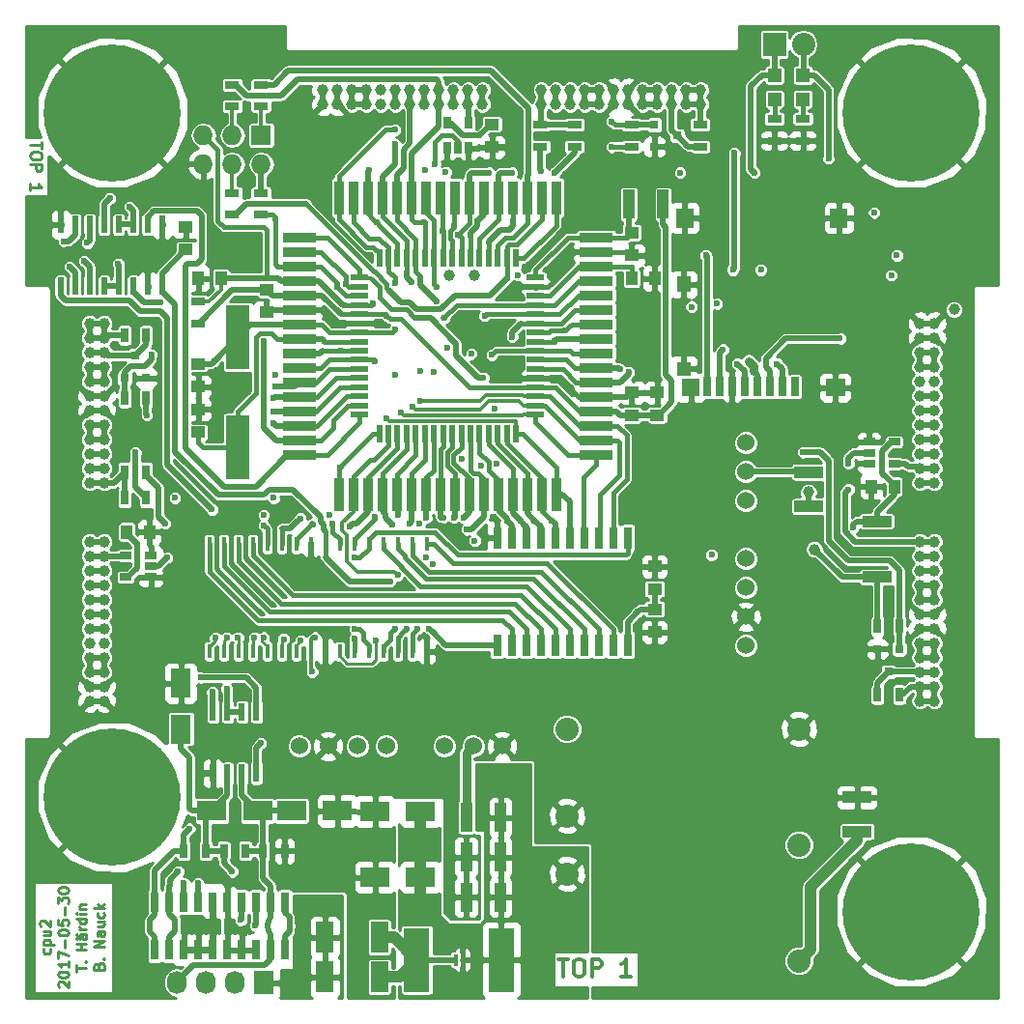
<source format=gtl>
G04 #@! TF.FileFunction,Copper,L1,Top,Signal*
%FSLAX46Y46*%
G04 Gerber Fmt 4.6, Leading zero omitted, Abs format (unit mm)*
G04 Created by KiCad (PCBNEW 4.0.5+dfsg1-4) date Tue May 30 16:14:19 2017*
%MOMM*%
%LPD*%
G01*
G04 APERTURE LIST*
%ADD10C,0.100000*%
%ADD11C,0.250000*%
%ADD12C,0.300000*%
%ADD13C,0.225000*%
%ADD14R,1.000000X2.500000*%
%ADD15C,1.000000*%
%ADD16R,0.760000X1.800000*%
%ADD17R,0.762000X1.950000*%
%ADD18R,0.457200X1.270000*%
%ADD19R,0.800000X1.680000*%
%ADD20R,1.600000X1.500000*%
%ADD21R,1.700000X1.500000*%
%ADD22R,1.290000X1.300000*%
%ADD23R,1.290000X1.400000*%
%ADD24R,1.500000X1.700000*%
%ADD25R,2.100580X5.600700*%
%ADD26R,0.550000X1.500000*%
%ADD27R,1.500000X0.550000*%
%ADD28R,0.900000X3.000000*%
%ADD29R,3.000000X0.900000*%
%ADD30R,1.300000X0.700000*%
%ADD31R,1.250000X1.000000*%
%ADD32R,1.000000X1.250000*%
%ADD33R,1.727200X1.727200*%
%ADD34O,1.727200X1.727200*%
%ADD35R,2.500000X1.000000*%
%ADD36R,1.501140X2.700020*%
%ADD37R,0.400000X1.000000*%
%ADD38R,1.060000X0.650000*%
%ADD39R,0.650000X1.060000*%
%ADD40R,0.600000X1.550000*%
%ADD41C,12.000000*%
%ADD42R,0.700000X1.300000*%
%ADD43R,0.800100X0.800100*%
%ADD44R,0.600000X1.500000*%
%ADD45R,2.499360X1.800860*%
%ADD46R,1.800860X2.499360*%
%ADD47R,2.300000X5.600000*%
%ADD48R,1.198880X1.198880*%
%ADD49R,2.032000X2.032000*%
%ADD50O,2.032000X2.032000*%
%ADD51C,2.032000*%
%ADD52C,1.524000*%
%ADD53R,1.727200X2.032000*%
%ADD54O,1.727200X2.032000*%
%ADD55C,0.600000*%
%ADD56C,0.400000*%
%ADD57C,0.500000*%
%ADD58C,1.000000*%
%ADD59C,0.750000*%
%ADD60C,0.254000*%
G04 APERTURE END LIST*
D10*
D11*
X58797619Y-67571428D02*
X58797619Y-68142857D01*
X57797619Y-67857142D02*
X58797619Y-67857142D01*
X58797619Y-68666666D02*
X58797619Y-68857143D01*
X58750000Y-68952381D01*
X58654762Y-69047619D01*
X58464286Y-69095238D01*
X58130952Y-69095238D01*
X57940476Y-69047619D01*
X57845238Y-68952381D01*
X57797619Y-68857143D01*
X57797619Y-68666666D01*
X57845238Y-68571428D01*
X57940476Y-68476190D01*
X58130952Y-68428571D01*
X58464286Y-68428571D01*
X58654762Y-68476190D01*
X58750000Y-68571428D01*
X58797619Y-68666666D01*
X57797619Y-69523809D02*
X58797619Y-69523809D01*
X58797619Y-69904762D01*
X58750000Y-70000000D01*
X58702381Y-70047619D01*
X58607143Y-70095238D01*
X58464286Y-70095238D01*
X58369048Y-70047619D01*
X58321429Y-70000000D01*
X58273810Y-69904762D01*
X58273810Y-69523809D01*
X57797619Y-71809524D02*
X57797619Y-71238095D01*
X57797619Y-71523809D02*
X58797619Y-71523809D01*
X58654762Y-71428571D01*
X58559524Y-71333333D01*
X58511905Y-71238095D01*
D12*
X104107143Y-139178571D02*
X104964286Y-139178571D01*
X104535715Y-140678571D02*
X104535715Y-139178571D01*
X105750000Y-139178571D02*
X106035714Y-139178571D01*
X106178572Y-139250000D01*
X106321429Y-139392857D01*
X106392857Y-139678571D01*
X106392857Y-140178571D01*
X106321429Y-140464286D01*
X106178572Y-140607143D01*
X106035714Y-140678571D01*
X105750000Y-140678571D01*
X105607143Y-140607143D01*
X105464286Y-140464286D01*
X105392857Y-140178571D01*
X105392857Y-139678571D01*
X105464286Y-139392857D01*
X105607143Y-139250000D01*
X105750000Y-139178571D01*
X107035715Y-140678571D02*
X107035715Y-139178571D01*
X107607143Y-139178571D01*
X107750001Y-139250000D01*
X107821429Y-139321429D01*
X107892858Y-139464286D01*
X107892858Y-139678571D01*
X107821429Y-139821429D01*
X107750001Y-139892857D01*
X107607143Y-139964286D01*
X107035715Y-139964286D01*
X110464286Y-140678571D02*
X109607143Y-140678571D01*
X110035715Y-140678571D02*
X110035715Y-139178571D01*
X109892858Y-139392857D01*
X109750000Y-139535714D01*
X109607143Y-139607143D01*
D13*
X59501786Y-138278572D02*
X59544643Y-138364286D01*
X59544643Y-138535715D01*
X59501786Y-138621429D01*
X59458929Y-138664286D01*
X59373214Y-138707143D01*
X59116071Y-138707143D01*
X59030357Y-138664286D01*
X58987500Y-138621429D01*
X58944643Y-138535715D01*
X58944643Y-138364286D01*
X58987500Y-138278572D01*
X58944643Y-137892857D02*
X59844643Y-137892857D01*
X58987500Y-137892857D02*
X58944643Y-137807143D01*
X58944643Y-137635714D01*
X58987500Y-137550000D01*
X59030357Y-137507143D01*
X59116071Y-137464286D01*
X59373214Y-137464286D01*
X59458929Y-137507143D01*
X59501786Y-137550000D01*
X59544643Y-137635714D01*
X59544643Y-137807143D01*
X59501786Y-137892857D01*
X58944643Y-136692857D02*
X59544643Y-136692857D01*
X58944643Y-137078571D02*
X59416071Y-137078571D01*
X59501786Y-137035714D01*
X59544643Y-136950000D01*
X59544643Y-136821428D01*
X59501786Y-136735714D01*
X59458929Y-136692857D01*
X58730357Y-136307142D02*
X58687500Y-136264285D01*
X58644643Y-136178571D01*
X58644643Y-135964285D01*
X58687500Y-135878571D01*
X58730357Y-135835714D01*
X58816071Y-135792857D01*
X58901786Y-135792857D01*
X59030357Y-135835714D01*
X59544643Y-136350000D01*
X59544643Y-135792857D01*
X60305357Y-141621429D02*
X60262500Y-141578572D01*
X60219643Y-141492858D01*
X60219643Y-141278572D01*
X60262500Y-141192858D01*
X60305357Y-141150001D01*
X60391071Y-141107144D01*
X60476786Y-141107144D01*
X60605357Y-141150001D01*
X61119643Y-141664287D01*
X61119643Y-141107144D01*
X60219643Y-140550001D02*
X60219643Y-140464286D01*
X60262500Y-140378572D01*
X60305357Y-140335715D01*
X60391071Y-140292858D01*
X60562500Y-140250001D01*
X60776786Y-140250001D01*
X60948214Y-140292858D01*
X61033929Y-140335715D01*
X61076786Y-140378572D01*
X61119643Y-140464286D01*
X61119643Y-140550001D01*
X61076786Y-140635715D01*
X61033929Y-140678572D01*
X60948214Y-140721429D01*
X60776786Y-140764286D01*
X60562500Y-140764286D01*
X60391071Y-140721429D01*
X60305357Y-140678572D01*
X60262500Y-140635715D01*
X60219643Y-140550001D01*
X61119643Y-139392858D02*
X61119643Y-139907143D01*
X61119643Y-139650001D02*
X60219643Y-139650001D01*
X60348214Y-139735715D01*
X60433929Y-139821429D01*
X60476786Y-139907143D01*
X60219643Y-139092858D02*
X60219643Y-138492858D01*
X61119643Y-138878572D01*
X60776786Y-138150000D02*
X60776786Y-137464286D01*
X60219643Y-136864286D02*
X60219643Y-136778571D01*
X60262500Y-136692857D01*
X60305357Y-136650000D01*
X60391071Y-136607143D01*
X60562500Y-136564286D01*
X60776786Y-136564286D01*
X60948214Y-136607143D01*
X61033929Y-136650000D01*
X61076786Y-136692857D01*
X61119643Y-136778571D01*
X61119643Y-136864286D01*
X61076786Y-136950000D01*
X61033929Y-136992857D01*
X60948214Y-137035714D01*
X60776786Y-137078571D01*
X60562500Y-137078571D01*
X60391071Y-137035714D01*
X60305357Y-136992857D01*
X60262500Y-136950000D01*
X60219643Y-136864286D01*
X60219643Y-135750000D02*
X60219643Y-136178571D01*
X60648214Y-136221428D01*
X60605357Y-136178571D01*
X60562500Y-136092857D01*
X60562500Y-135878571D01*
X60605357Y-135792857D01*
X60648214Y-135750000D01*
X60733929Y-135707143D01*
X60948214Y-135707143D01*
X61033929Y-135750000D01*
X61076786Y-135792857D01*
X61119643Y-135878571D01*
X61119643Y-136092857D01*
X61076786Y-136178571D01*
X61033929Y-136221428D01*
X60776786Y-135321428D02*
X60776786Y-134635714D01*
X60219643Y-134292857D02*
X60219643Y-133735714D01*
X60562500Y-134035714D01*
X60562500Y-133907142D01*
X60605357Y-133821428D01*
X60648214Y-133778571D01*
X60733929Y-133735714D01*
X60948214Y-133735714D01*
X61033929Y-133778571D01*
X61076786Y-133821428D01*
X61119643Y-133907142D01*
X61119643Y-134164285D01*
X61076786Y-134249999D01*
X61033929Y-134292857D01*
X60219643Y-133178571D02*
X60219643Y-133092856D01*
X60262500Y-133007142D01*
X60305357Y-132964285D01*
X60391071Y-132921428D01*
X60562500Y-132878571D01*
X60776786Y-132878571D01*
X60948214Y-132921428D01*
X61033929Y-132964285D01*
X61076786Y-133007142D01*
X61119643Y-133092856D01*
X61119643Y-133178571D01*
X61076786Y-133264285D01*
X61033929Y-133307142D01*
X60948214Y-133349999D01*
X60776786Y-133392856D01*
X60562500Y-133392856D01*
X60391071Y-133349999D01*
X60305357Y-133307142D01*
X60262500Y-133264285D01*
X60219643Y-133178571D01*
X61794643Y-140250000D02*
X61794643Y-139735714D01*
X62694643Y-139992857D02*
X61794643Y-139992857D01*
X62608929Y-139435714D02*
X62651786Y-139392857D01*
X62694643Y-139435714D01*
X62651786Y-139478571D01*
X62608929Y-139435714D01*
X62694643Y-139435714D01*
X62694643Y-138321429D02*
X61794643Y-138321429D01*
X62223214Y-138321429D02*
X62223214Y-137807144D01*
X62694643Y-137807144D02*
X61794643Y-137807144D01*
X62694643Y-136992858D02*
X62223214Y-136992858D01*
X62137500Y-137035715D01*
X62094643Y-137121429D01*
X62094643Y-137292858D01*
X62137500Y-137378572D01*
X62651786Y-136992858D02*
X62694643Y-137078572D01*
X62694643Y-137292858D01*
X62651786Y-137378572D01*
X62566071Y-137421429D01*
X62480357Y-137421429D01*
X62394643Y-137378572D01*
X62351786Y-137292858D01*
X62351786Y-137078572D01*
X62308929Y-136992858D01*
X61794643Y-137378572D02*
X61837500Y-137335715D01*
X61880357Y-137378572D01*
X61837500Y-137421429D01*
X61794643Y-137378572D01*
X61880357Y-137378572D01*
X61794643Y-137035715D02*
X61837500Y-136992858D01*
X61880357Y-137035715D01*
X61837500Y-137078572D01*
X61794643Y-137035715D01*
X61880357Y-137035715D01*
X62694643Y-136564286D02*
X62094643Y-136564286D01*
X62266071Y-136564286D02*
X62180357Y-136521429D01*
X62137500Y-136478572D01*
X62094643Y-136392858D01*
X62094643Y-136307143D01*
X62694643Y-135621429D02*
X61794643Y-135621429D01*
X62651786Y-135621429D02*
X62694643Y-135707143D01*
X62694643Y-135878572D01*
X62651786Y-135964286D01*
X62608929Y-136007143D01*
X62523214Y-136050000D01*
X62266071Y-136050000D01*
X62180357Y-136007143D01*
X62137500Y-135964286D01*
X62094643Y-135878572D01*
X62094643Y-135707143D01*
X62137500Y-135621429D01*
X62694643Y-135192857D02*
X62094643Y-135192857D01*
X61794643Y-135192857D02*
X61837500Y-135235714D01*
X61880357Y-135192857D01*
X61837500Y-135150000D01*
X61794643Y-135192857D01*
X61880357Y-135192857D01*
X62094643Y-134764286D02*
X62694643Y-134764286D01*
X62180357Y-134764286D02*
X62137500Y-134721429D01*
X62094643Y-134635715D01*
X62094643Y-134507143D01*
X62137500Y-134421429D01*
X62223214Y-134378572D01*
X62694643Y-134378572D01*
X63798214Y-139778571D02*
X63841071Y-139650000D01*
X63883929Y-139607143D01*
X63969643Y-139564286D01*
X64098214Y-139564286D01*
X64183929Y-139607143D01*
X64226786Y-139650000D01*
X64269643Y-139735714D01*
X64269643Y-140078571D01*
X63369643Y-140078571D01*
X63369643Y-139778571D01*
X63412500Y-139692857D01*
X63455357Y-139650000D01*
X63541071Y-139607143D01*
X63626786Y-139607143D01*
X63712500Y-139650000D01*
X63755357Y-139692857D01*
X63798214Y-139778571D01*
X63798214Y-140078571D01*
X64183929Y-139178571D02*
X64226786Y-139135714D01*
X64269643Y-139178571D01*
X64226786Y-139221428D01*
X64183929Y-139178571D01*
X64269643Y-139178571D01*
X64269643Y-138064286D02*
X63369643Y-138064286D01*
X64269643Y-137550001D01*
X63369643Y-137550001D01*
X64269643Y-136735715D02*
X63798214Y-136735715D01*
X63712500Y-136778572D01*
X63669643Y-136864286D01*
X63669643Y-137035715D01*
X63712500Y-137121429D01*
X64226786Y-136735715D02*
X64269643Y-136821429D01*
X64269643Y-137035715D01*
X64226786Y-137121429D01*
X64141071Y-137164286D01*
X64055357Y-137164286D01*
X63969643Y-137121429D01*
X63926786Y-137035715D01*
X63926786Y-136821429D01*
X63883929Y-136735715D01*
X63669643Y-135921429D02*
X64269643Y-135921429D01*
X63669643Y-136307143D02*
X64141071Y-136307143D01*
X64226786Y-136264286D01*
X64269643Y-136178572D01*
X64269643Y-136050000D01*
X64226786Y-135964286D01*
X64183929Y-135921429D01*
X64226786Y-135107143D02*
X64269643Y-135192857D01*
X64269643Y-135364286D01*
X64226786Y-135450000D01*
X64183929Y-135492857D01*
X64098214Y-135535714D01*
X63841071Y-135535714D01*
X63755357Y-135492857D01*
X63712500Y-135450000D01*
X63669643Y-135364286D01*
X63669643Y-135192857D01*
X63712500Y-135107143D01*
X64269643Y-134721428D02*
X63369643Y-134721428D01*
X63926786Y-134635714D02*
X64269643Y-134378571D01*
X63669643Y-134378571D02*
X64012500Y-134721428D01*
D14*
X96000000Y-126750000D03*
X99000000Y-126750000D03*
D15*
X64250000Y-97425000D03*
X62980000Y-97425000D03*
X64250000Y-96155000D03*
X62980000Y-96155000D03*
X64250000Y-94885000D03*
X62980000Y-94885000D03*
X64250000Y-93615000D03*
X62980000Y-93615000D03*
X64250000Y-92345000D03*
X62980000Y-92345000D03*
X64250000Y-91075000D03*
X62980000Y-91075000D03*
X64250000Y-89805000D03*
X62980000Y-89805000D03*
X64250000Y-88535000D03*
X62980000Y-88535000D03*
X64250000Y-87265000D03*
X62980000Y-87265000D03*
X64250000Y-85995000D03*
X62980000Y-85995000D03*
X64250000Y-84725000D03*
X62980000Y-84725000D03*
X64250000Y-83455000D03*
X62980000Y-83455000D03*
D16*
X68700000Y-138380000D03*
X68700000Y-134180000D03*
X69970000Y-138380000D03*
X69970000Y-134180000D03*
X71240000Y-138380000D03*
X71240000Y-134180000D03*
X72510000Y-138380000D03*
X72510000Y-134180000D03*
X73780000Y-138380000D03*
X73780000Y-134180000D03*
X75050000Y-138380000D03*
X75050000Y-134180000D03*
X76320000Y-138380000D03*
X76320000Y-134180000D03*
X77590000Y-138380000D03*
X77590000Y-134180000D03*
X78860000Y-138380000D03*
X78860000Y-134180000D03*
X80130000Y-138380000D03*
X80130000Y-134180000D03*
D15*
X102575000Y-64250000D03*
X102575000Y-62980000D03*
X103845000Y-64250000D03*
X103845000Y-62980000D03*
X105115000Y-64250000D03*
X105115000Y-62980000D03*
X106385000Y-64250000D03*
X106385000Y-62980000D03*
X107655000Y-64250000D03*
X107655000Y-62980000D03*
X108925000Y-64250000D03*
X108925000Y-62980000D03*
X110195000Y-64250000D03*
X110195000Y-62980000D03*
X111465000Y-64250000D03*
X111465000Y-62980000D03*
X112735000Y-64250000D03*
X112735000Y-62980000D03*
X114005000Y-64250000D03*
X114005000Y-62980000D03*
X115275000Y-64250000D03*
X115275000Y-62980000D03*
X116545000Y-64250000D03*
X116545000Y-62980000D03*
D17*
X110140000Y-102250000D03*
X108870000Y-102250000D03*
X107600000Y-102250000D03*
X106330000Y-102250000D03*
X105060000Y-102250000D03*
X103790000Y-102250000D03*
X102520000Y-102250000D03*
X101250000Y-102250000D03*
X99980000Y-102250000D03*
X98710000Y-102250000D03*
X98710000Y-111650000D03*
X99980000Y-111650000D03*
X101250000Y-111650000D03*
X102520000Y-111650000D03*
X103790000Y-111650000D03*
X105060000Y-111650000D03*
X106330000Y-111650000D03*
X107600000Y-111650000D03*
X108870000Y-111650000D03*
X110140000Y-111650000D03*
D18*
X77285000Y-112199000D03*
X78555000Y-112199000D03*
X79825000Y-112199000D03*
X81095000Y-112199000D03*
X82365000Y-112199000D03*
X87445000Y-112199000D03*
X88715000Y-112199000D03*
X89985000Y-112199000D03*
X91255000Y-112199000D03*
X92525000Y-112199000D03*
X92525000Y-102801000D03*
X91255000Y-102801000D03*
X89985000Y-102801000D03*
X88715000Y-102801000D03*
X87445000Y-102801000D03*
X82365000Y-102801000D03*
X81095000Y-102801000D03*
X79825000Y-102801000D03*
X78555000Y-102801000D03*
X77285000Y-102801000D03*
X76015000Y-102801000D03*
X74745000Y-102801000D03*
X73475000Y-102801000D03*
X86175000Y-102801000D03*
X84905000Y-102801000D03*
X83635000Y-102801000D03*
X86175000Y-112199000D03*
X84905000Y-112199000D03*
X83635000Y-112199000D03*
X76015000Y-112199000D03*
X74745000Y-112199000D03*
X73475000Y-112199000D03*
D19*
X117100000Y-89000000D03*
X118200000Y-89000000D03*
X119300000Y-89000000D03*
X120400000Y-89000000D03*
X121500000Y-89000000D03*
X122600000Y-89000000D03*
X123700000Y-89000000D03*
X124800000Y-89000000D03*
D20*
X115700000Y-89090000D03*
D21*
X128350000Y-89090000D03*
D22*
X115055000Y-87440000D03*
D23*
X115055000Y-80040000D03*
D24*
X115160000Y-74240000D03*
X128660000Y-74240000D03*
D25*
X76000000Y-84651140D03*
X76000000Y-94348860D03*
D26*
X100374529Y-77750019D03*
X99574529Y-77750019D03*
X98774529Y-77750019D03*
X97974529Y-77750019D03*
X97174529Y-77750019D03*
X96374529Y-77750019D03*
X95574529Y-77750019D03*
X94774529Y-77750019D03*
X93974529Y-77750019D03*
X93174529Y-77750019D03*
X92374529Y-77750019D03*
X91574529Y-77750019D03*
X90774529Y-77750019D03*
X89974529Y-77750019D03*
X89174529Y-77750019D03*
X88374529Y-77750019D03*
D27*
X86674529Y-79450019D03*
X86674529Y-80250019D03*
X86674529Y-81050019D03*
X86674529Y-81850019D03*
X86674529Y-82650019D03*
X86674529Y-83450019D03*
X86674529Y-84250019D03*
X86674529Y-85050019D03*
X86674529Y-85850019D03*
X86674529Y-86650019D03*
X86674529Y-87450019D03*
X86674529Y-88250019D03*
X86674529Y-89050019D03*
X86674529Y-89850019D03*
X86674529Y-90650019D03*
X86674529Y-91450019D03*
D26*
X88374529Y-93150019D03*
X89174529Y-93150019D03*
X89974529Y-93150019D03*
X90774529Y-93150019D03*
X91574529Y-93150019D03*
X92374529Y-93150019D03*
X93174529Y-93150019D03*
X93974529Y-93150019D03*
X94774529Y-93150019D03*
X95574529Y-93150019D03*
X96374529Y-93150019D03*
X97174529Y-93150019D03*
X97974529Y-93150019D03*
X98774529Y-93150019D03*
X99574529Y-93150019D03*
X100374529Y-93150019D03*
D27*
X102074529Y-91450019D03*
X102074529Y-90650019D03*
X102074529Y-89850019D03*
X102074529Y-89050019D03*
X102074529Y-88250019D03*
X102074529Y-87450019D03*
X102074529Y-86650019D03*
X102074529Y-85850019D03*
X102074529Y-85050019D03*
X102074529Y-84250019D03*
X102074529Y-83450019D03*
X102074529Y-82650019D03*
X102074529Y-81850019D03*
X102074529Y-81050019D03*
X102074529Y-80250019D03*
X102074529Y-79450019D03*
D28*
X103899529Y-72450019D03*
D29*
X81374529Y-75925019D03*
D28*
X84849529Y-98450019D03*
D29*
X107374529Y-94975019D03*
D28*
X102629529Y-72450019D03*
X101359529Y-72450019D03*
X100089529Y-72450019D03*
X98819529Y-72450019D03*
X97549529Y-72450019D03*
X96279529Y-72450019D03*
X95009529Y-72450019D03*
X93739529Y-72450019D03*
X92469529Y-72450019D03*
X91199529Y-72450019D03*
X89929529Y-72450019D03*
X88659529Y-72450019D03*
X87389529Y-72450019D03*
X86119529Y-72450019D03*
X84849529Y-72450019D03*
D29*
X81374529Y-77195019D03*
X81374529Y-78465019D03*
X81374529Y-79735019D03*
X81374529Y-81005019D03*
X81374529Y-82275019D03*
X81374529Y-83545019D03*
X81374529Y-84815019D03*
X81374529Y-86085019D03*
X81374529Y-87355019D03*
X81374529Y-88625019D03*
X81374529Y-89895019D03*
X81374529Y-91165019D03*
X81374529Y-92435019D03*
X81374529Y-93705019D03*
X81374529Y-94975019D03*
D28*
X86119529Y-98450019D03*
X87389529Y-98450019D03*
X88659529Y-98450019D03*
X89929529Y-98450019D03*
X91199529Y-98450019D03*
X92469529Y-98450019D03*
X93739529Y-98450019D03*
X95009529Y-98450019D03*
X96279529Y-98450019D03*
X97549529Y-98450019D03*
X98819529Y-98450019D03*
X100089529Y-98450019D03*
X101359529Y-98450019D03*
X102629529Y-98450019D03*
X103899529Y-98450019D03*
D29*
X107374529Y-93705019D03*
X107374529Y-92435019D03*
X107374529Y-91165019D03*
X107374529Y-89895019D03*
X107374529Y-88625019D03*
X107374529Y-87355019D03*
X107374529Y-86085019D03*
X107374529Y-84815019D03*
X107374529Y-83545019D03*
X107374529Y-82275019D03*
X107374529Y-81005019D03*
X107374529Y-79735019D03*
X107374529Y-78465019D03*
X107374529Y-77195019D03*
X107374529Y-75925019D03*
D30*
X72500000Y-81550000D03*
X72500000Y-83450000D03*
D31*
X110500000Y-91500000D03*
X110500000Y-89500000D03*
X78500000Y-80500000D03*
X78500000Y-82500000D03*
X112500000Y-106750000D03*
X112500000Y-104750000D03*
D32*
X74500000Y-79500000D03*
X72500000Y-79500000D03*
D31*
X72500000Y-89000000D03*
X72500000Y-87000000D03*
X72500000Y-91000000D03*
X72500000Y-93000000D03*
X110500000Y-75500000D03*
X110500000Y-77500000D03*
D32*
X110500000Y-79500000D03*
X112500000Y-79500000D03*
D14*
X113250000Y-73000000D03*
X110250000Y-73000000D03*
D33*
X78040000Y-66960000D03*
D34*
X78040000Y-69500000D03*
X75500000Y-66960000D03*
X75500000Y-69500000D03*
X72960000Y-66960000D03*
X72960000Y-69500000D03*
D32*
X68250000Y-101750000D03*
X66250000Y-101750000D03*
D31*
X98250000Y-68000000D03*
X98250000Y-66000000D03*
D32*
X131500000Y-97750000D03*
X133500000Y-97750000D03*
D14*
X99000000Y-130250000D03*
X96000000Y-130250000D03*
X99000000Y-133750000D03*
X96000000Y-133750000D03*
D35*
X130250000Y-128000000D03*
X130250000Y-125000000D03*
D36*
X88400300Y-140750000D03*
X83599700Y-140750000D03*
D35*
X126000000Y-99500000D03*
X126000000Y-96500000D03*
D37*
X95061752Y-139245248D03*
X95661752Y-139245248D03*
D35*
X132000000Y-105700000D03*
X132000000Y-100800000D03*
D38*
X68350000Y-105700000D03*
X68350000Y-104750000D03*
X68350000Y-103800000D03*
X66150000Y-103800000D03*
X66150000Y-105700000D03*
D39*
X94300000Y-68100000D03*
X95250000Y-68100000D03*
X96200000Y-68100000D03*
X96200000Y-65900000D03*
X94300000Y-65900000D03*
D38*
X131300000Y-93850000D03*
X131300000Y-94800000D03*
X131300000Y-95750000D03*
X133500000Y-95750000D03*
X133500000Y-93850000D03*
D40*
X77607876Y-117490452D03*
X76337876Y-117490452D03*
X75067876Y-117490452D03*
X73797876Y-117490452D03*
X73797876Y-122890452D03*
X75067876Y-122890452D03*
X76337876Y-122890452D03*
X77607876Y-122890452D03*
D15*
X64250000Y-116545000D03*
X62980000Y-116545000D03*
X64250000Y-115275000D03*
X62980000Y-115275000D03*
X64250000Y-114005000D03*
X62980000Y-114005000D03*
X64250000Y-112735000D03*
X62980000Y-112735000D03*
X64250000Y-111465000D03*
X62980000Y-111465000D03*
X64250000Y-110195000D03*
X62980000Y-110195000D03*
X64250000Y-108925000D03*
X62980000Y-108925000D03*
X64250000Y-107655000D03*
X62980000Y-107655000D03*
X64250000Y-106385000D03*
X62980000Y-106385000D03*
X64250000Y-105115000D03*
X62980000Y-105115000D03*
X64250000Y-103845000D03*
X62980000Y-103845000D03*
X64250000Y-102575000D03*
X62980000Y-102575000D03*
X83455000Y-64250000D03*
X83455000Y-62980000D03*
X84725000Y-64250000D03*
X84725000Y-62980000D03*
X85995000Y-64250000D03*
X85995000Y-62980000D03*
X87265000Y-64250000D03*
X87265000Y-62980000D03*
X88535000Y-64250000D03*
X88535000Y-62980000D03*
X89805000Y-64250000D03*
X89805000Y-62980000D03*
X91075000Y-64250000D03*
X91075000Y-62980000D03*
X92345000Y-64250000D03*
X92345000Y-62980000D03*
X93615000Y-64250000D03*
X93615000Y-62980000D03*
X94885000Y-64250000D03*
X94885000Y-62980000D03*
X96155000Y-64250000D03*
X96155000Y-62980000D03*
X97425000Y-64250000D03*
X97425000Y-62980000D03*
X135750000Y-83455000D03*
X137020000Y-83455000D03*
X135750000Y-84725000D03*
X137020000Y-84725000D03*
X135750000Y-85995000D03*
X137020000Y-85995000D03*
X135750000Y-87265000D03*
X137020000Y-87265000D03*
X135750000Y-88535000D03*
X137020000Y-88535000D03*
X135750000Y-89805000D03*
X137020000Y-89805000D03*
X135750000Y-91075000D03*
X137020000Y-91075000D03*
X135750000Y-92345000D03*
X137020000Y-92345000D03*
X135750000Y-93615000D03*
X137020000Y-93615000D03*
X135750000Y-94885000D03*
X137020000Y-94885000D03*
X135750000Y-96155000D03*
X137020000Y-96155000D03*
X135750000Y-97425000D03*
X137020000Y-97425000D03*
X135750000Y-102575000D03*
X137020000Y-102575000D03*
X135750000Y-103845000D03*
X137020000Y-103845000D03*
X135750000Y-105115000D03*
X137020000Y-105115000D03*
X135750000Y-106385000D03*
X137020000Y-106385000D03*
X135750000Y-107655000D03*
X137020000Y-107655000D03*
X135750000Y-108925000D03*
X137020000Y-108925000D03*
X135750000Y-110195000D03*
X137020000Y-110195000D03*
X135750000Y-111465000D03*
X137020000Y-111465000D03*
X135750000Y-112735000D03*
X137020000Y-112735000D03*
X135750000Y-114005000D03*
X137020000Y-114005000D03*
X135750000Y-115275000D03*
X137020000Y-115275000D03*
X135750000Y-116545000D03*
X137020000Y-116545000D03*
D41*
X65000000Y-125000000D03*
X65000000Y-65000000D03*
X135000000Y-65000000D03*
X135000000Y-135000000D03*
D42*
X76652876Y-129690452D03*
X74752876Y-129690452D03*
D30*
X75500000Y-62550000D03*
X75500000Y-64450000D03*
X78000000Y-62550000D03*
X78000000Y-64450000D03*
X75500000Y-73950000D03*
X75500000Y-72050000D03*
D42*
X80102876Y-129690452D03*
X78202876Y-129690452D03*
X73152876Y-129690452D03*
X71252876Y-129690452D03*
D43*
X66050000Y-88250760D03*
X67950000Y-88250760D03*
X67000000Y-86251780D03*
X112499240Y-66050000D03*
X112499240Y-67950000D03*
X114498220Y-67000000D03*
X133950000Y-111999240D03*
X132050000Y-111999240D03*
X133000000Y-113998220D03*
D42*
X66050000Y-84500000D03*
X67950000Y-84500000D03*
D30*
X116500000Y-66050000D03*
X116500000Y-67950000D03*
D42*
X133950000Y-116000000D03*
X132050000Y-116000000D03*
X67950000Y-90000000D03*
X66050000Y-90000000D03*
D30*
X110500000Y-67950000D03*
X110500000Y-66050000D03*
D42*
X132050000Y-110000000D03*
X133950000Y-110000000D03*
D30*
X78000000Y-72050000D03*
X78000000Y-73950000D03*
D44*
X69345000Y-74800000D03*
X68075000Y-74800000D03*
X66805000Y-74800000D03*
X65535000Y-74800000D03*
X64265000Y-74800000D03*
X62995000Y-74800000D03*
X61725000Y-74800000D03*
X60455000Y-74800000D03*
X60455000Y-80200000D03*
X61725000Y-80200000D03*
X62995000Y-80200000D03*
X64265000Y-80200000D03*
X65535000Y-80200000D03*
X66805000Y-80200000D03*
X68075000Y-80200000D03*
X69345000Y-80200000D03*
D45*
X91998980Y-126250000D03*
X88001020Y-126250000D03*
X80703896Y-126190452D03*
X84701856Y-126190452D03*
X73703896Y-126190452D03*
X77701856Y-126190452D03*
D46*
X71000000Y-118998980D03*
X71000000Y-115001020D03*
D47*
X99061752Y-139245248D03*
X91661752Y-139245248D03*
D31*
X112750000Y-91500000D03*
X112750000Y-89500000D03*
D48*
X123000000Y-61700980D03*
X123000000Y-63799020D03*
X125500000Y-61700980D03*
X125500000Y-63799020D03*
D49*
X123000000Y-59000000D03*
D50*
X125540000Y-59000000D03*
D30*
X123000000Y-65550000D03*
X123000000Y-67450000D03*
X125500000Y-65550000D03*
X125500000Y-67450000D03*
D42*
X67950000Y-98750000D03*
X66050000Y-98750000D03*
D30*
X105500000Y-67950000D03*
X105500000Y-66050000D03*
D42*
X66050000Y-96500000D03*
X67950000Y-96500000D03*
D30*
X102500000Y-67950000D03*
X102500000Y-66050000D03*
D31*
X112500000Y-108500000D03*
X112500000Y-110500000D03*
X71400000Y-77000000D03*
X71400000Y-75000000D03*
D51*
X125160000Y-119000000D03*
X125160000Y-129160000D03*
X125160000Y-139320000D03*
X104840000Y-119000000D03*
X104840000Y-126620000D03*
X104840000Y-131700000D03*
D52*
X99140000Y-120500000D03*
X96600000Y-120500000D03*
X94060000Y-120500000D03*
X88980000Y-120500000D03*
X86440000Y-120500000D03*
X83900000Y-120500000D03*
X81360000Y-120500000D03*
X120500000Y-93920000D03*
X120500000Y-96460000D03*
X120500000Y-99000000D03*
X120500000Y-104080000D03*
X120500000Y-106620000D03*
X120500000Y-109160000D03*
X120500000Y-111700000D03*
D53*
X78290000Y-141250000D03*
D54*
X75750000Y-141250000D03*
X73210000Y-141250000D03*
X70670000Y-141250000D03*
D36*
X88400300Y-137250000D03*
X83599700Y-137250000D03*
D45*
X91998980Y-132000000D03*
X88001020Y-132000000D03*
D55*
X99464408Y-88293269D03*
D15*
X76500000Y-136750000D03*
D55*
X100000000Y-88250019D03*
X129750000Y-97000000D03*
X99000000Y-63250000D03*
X99000000Y-64000000D03*
X99000000Y-64750000D03*
X100669988Y-67250242D03*
X100250000Y-67750000D03*
X109500000Y-79259990D03*
X72750000Y-122750000D03*
X83999510Y-83000000D03*
X98740009Y-100818589D03*
X104952821Y-89013496D03*
X114500000Y-76000000D03*
X75250000Y-88250000D03*
X104374529Y-78295019D03*
D15*
X126500000Y-103250000D03*
D55*
X108750000Y-68000000D03*
X117957991Y-81740010D03*
X68000000Y-91500000D03*
X71750000Y-127750000D03*
X78000000Y-120250000D03*
X103750002Y-85000000D03*
X84911886Y-96080943D03*
X78259990Y-101154990D03*
X90250000Y-91250000D03*
X82560857Y-101097724D03*
X89979697Y-105520303D03*
X86250000Y-110250000D03*
X85780011Y-101285846D03*
X74000010Y-111000000D03*
X89500000Y-101085969D03*
X75000000Y-111000000D03*
X90000000Y-100250000D03*
X76000000Y-111000000D03*
X91000000Y-100999970D03*
X77444209Y-111001412D03*
X78233968Y-110981416D03*
X92500000Y-100499996D03*
X93990010Y-100469018D03*
X89750000Y-110200076D03*
X94909047Y-100455906D03*
X90750000Y-110200076D03*
X91750000Y-110200076D03*
X95750000Y-100500002D03*
X96030681Y-101528016D03*
X92750000Y-110200076D03*
X99550006Y-100746853D03*
X86249996Y-111050011D03*
X100750000Y-100750000D03*
X88079994Y-111249990D03*
X81500000Y-111250000D03*
X102000000Y-100750004D03*
X79990010Y-111129428D03*
X103500006Y-100750000D03*
X81458094Y-100540083D03*
X89000000Y-91750000D03*
X91250000Y-90750000D03*
X84250000Y-101000000D03*
X92000000Y-90250000D03*
X88014136Y-100421767D03*
X61250000Y-78500000D03*
X62500000Y-78000000D03*
X100500000Y-79250000D03*
X68400000Y-86200000D03*
X89729968Y-79952549D03*
D15*
X96750000Y-79250000D03*
X138750000Y-82250000D03*
X94500000Y-79250000D03*
D55*
X99750000Y-75250000D03*
X97282252Y-95913357D03*
X84692009Y-80269709D03*
X79121073Y-98759990D03*
X70457305Y-98759990D03*
X79249996Y-74250000D03*
X70750000Y-131500000D03*
X84000000Y-100250000D03*
X85000000Y-85850019D03*
X79250000Y-88000000D03*
X92320757Y-74571093D03*
X94345672Y-85573317D03*
X78250000Y-100250000D03*
X119750000Y-87000000D03*
X91199523Y-79811136D03*
X118500000Y-85750000D03*
X92500000Y-104000000D03*
X89750000Y-67750000D03*
X93369568Y-81500000D03*
X93058623Y-104558623D03*
X128750000Y-84782106D03*
X62800000Y-76400000D03*
X108750000Y-65750000D03*
X89750000Y-66500000D03*
X100000000Y-70250000D03*
X96449824Y-86118813D03*
X88000000Y-86750000D03*
X64750000Y-72500000D03*
X125500000Y-94750000D03*
X97500000Y-88250000D03*
X133250000Y-79250000D03*
X65500000Y-78250000D03*
X133750000Y-77500000D03*
X97000000Y-74500000D03*
X110250000Y-87750000D03*
X131750000Y-73750000D03*
X66500000Y-73250000D03*
X129940011Y-101314854D03*
X96750000Y-102500000D03*
X97125000Y-67000000D03*
X67180000Y-102805000D03*
X119362738Y-78759990D03*
X119500000Y-68500000D03*
X121826551Y-78759990D03*
D15*
X126000000Y-98250000D03*
X97500000Y-122750000D03*
D55*
X98662263Y-95757459D03*
X98523965Y-90900010D03*
X93419567Y-80229786D03*
X117509990Y-103750000D03*
X115750000Y-82000000D03*
X79250000Y-89000000D03*
X72750000Y-114500000D03*
X79065746Y-90006865D03*
X73750000Y-115750000D03*
X79065746Y-91216260D03*
X73717542Y-99759990D03*
X104700416Y-84065009D03*
X100024490Y-84629968D03*
X97600000Y-82800000D03*
X94059579Y-83000000D03*
X93250000Y-69500000D03*
X89750000Y-84000000D03*
X89764790Y-88000000D03*
X129500000Y-95750000D03*
X69750000Y-104000000D03*
X73901140Y-86750000D03*
X79065746Y-92178802D03*
X75000000Y-115500000D03*
X89027084Y-82783591D03*
X111000000Y-108750000D03*
X82500000Y-114000000D03*
X89320289Y-106070283D03*
X82749990Y-110986276D03*
X94899087Y-74929078D03*
X117000000Y-77500000D03*
X93911089Y-75316745D03*
X60749990Y-76250000D03*
X88153053Y-74629968D03*
X123250000Y-86999969D03*
X114750000Y-70250000D03*
X87500000Y-70000000D03*
X69200000Y-81600000D03*
X78250000Y-85000000D03*
X85440001Y-80015491D03*
X86250000Y-104000000D03*
X78605565Y-136248235D03*
X75500000Y-131500000D03*
X80500000Y-136250000D03*
X87853161Y-81674205D03*
X77500000Y-136250000D03*
X72500000Y-132500000D03*
X76250000Y-135750000D03*
X71250000Y-132500000D03*
D15*
X81500000Y-135000000D03*
X81500000Y-139500000D03*
X73780000Y-136500000D03*
D55*
X120750000Y-86750010D03*
X95291057Y-75655820D03*
X95578916Y-95326641D03*
X129500000Y-98000000D03*
X67000000Y-94750000D03*
X98000000Y-70250000D03*
X103750000Y-70250000D03*
X98226733Y-86226733D03*
X92000000Y-87639024D03*
X91900598Y-101037367D03*
X92400000Y-70000000D03*
X69600000Y-101000000D03*
X121250000Y-70250000D03*
X109500000Y-87500000D03*
X93189085Y-87735619D03*
X102578469Y-70128770D03*
X127750000Y-69000000D03*
X94200000Y-70200000D03*
D56*
X102074529Y-88250019D02*
X99507658Y-88250019D01*
X99507658Y-88250019D02*
X99464408Y-88293269D01*
D57*
X98375000Y-68000000D02*
X99750000Y-68000000D01*
X99750000Y-68000000D02*
X99750000Y-65500000D01*
X99750000Y-65500000D02*
X99000000Y-64750000D01*
X131500000Y-97750000D02*
X130500000Y-97750000D01*
X130500000Y-97750000D02*
X129750000Y-97000000D01*
X99000000Y-64000000D02*
X99000000Y-63250000D01*
D56*
X98250000Y-68000000D02*
X98375000Y-68000000D01*
D57*
X83455000Y-62980000D02*
X83455000Y-64250000D01*
X84725000Y-62980000D02*
X84725000Y-64250000D01*
X137020000Y-83455000D02*
X135750000Y-83455000D01*
X135750000Y-84725000D02*
X137020000Y-84725000D01*
X135750000Y-108925000D02*
X137020000Y-108925000D01*
X137020000Y-110195000D02*
X135750000Y-110195000D01*
X62980000Y-116545000D02*
X64250000Y-116545000D01*
X62980000Y-115275000D02*
X64250000Y-115275000D01*
X62980000Y-91075000D02*
X64250000Y-91075000D01*
X62980000Y-89805000D02*
X64250000Y-89805000D01*
X110195000Y-62980000D02*
X110195000Y-64250000D01*
X108925000Y-62980000D02*
X108925000Y-64250000D01*
X73797876Y-122890452D02*
X72890452Y-122890452D01*
X72890452Y-122890452D02*
X72750000Y-122750000D01*
D56*
X102074529Y-80250019D02*
X103109531Y-80250019D01*
X103109531Y-80250019D02*
X104374529Y-78985021D01*
X104374529Y-78985021D02*
X104374529Y-78295019D01*
X83999510Y-83000000D02*
X83274529Y-82275019D01*
X84200000Y-83200490D02*
X83999510Y-83000000D01*
X84449529Y-83450019D02*
X84200000Y-83200490D01*
X86674529Y-83450019D02*
X84449529Y-83450019D01*
X83274529Y-82275019D02*
X81374529Y-82275019D01*
X98710000Y-100848598D02*
X98740009Y-100818589D01*
X98710000Y-102250000D02*
X98710000Y-100848598D01*
X105252820Y-89313495D02*
X104952821Y-89013496D01*
X107374529Y-89895019D02*
X105834344Y-89895019D01*
X105834344Y-89895019D02*
X105252820Y-89313495D01*
X104652822Y-88713497D02*
X104952821Y-89013496D01*
X102074529Y-88250019D02*
X104189344Y-88250019D01*
X104189344Y-88250019D02*
X104652822Y-88713497D01*
X72500000Y-89000000D02*
X74500000Y-89000000D01*
X74500000Y-89000000D02*
X75250000Y-88250000D01*
D57*
X107374529Y-77195019D02*
X105474529Y-77195019D01*
X105474529Y-77195019D02*
X104374529Y-78295019D01*
X107374529Y-89895019D02*
X110104981Y-89895019D01*
X110104981Y-89895019D02*
X110500000Y-89500000D01*
D11*
X78500000Y-82500000D02*
X78375000Y-82500000D01*
D56*
X107374529Y-77195019D02*
X110195019Y-77195019D01*
X110195019Y-77195019D02*
X110500000Y-77500000D01*
D57*
X81374529Y-82275019D02*
X78724981Y-82275019D01*
X78724981Y-82275019D02*
X78500000Y-82500000D01*
D56*
X110619529Y-77195019D02*
X110624529Y-77200019D01*
X100374529Y-77750018D02*
X101049530Y-77750019D01*
X103899529Y-74900019D02*
X103899529Y-72450019D01*
X101049530Y-77750019D02*
X103899529Y-74900019D01*
D57*
X132000000Y-105700000D02*
X128950000Y-105700000D01*
X128950000Y-105700000D02*
X126500000Y-103250000D01*
X132050000Y-110000000D02*
X132050000Y-105750000D01*
X132050000Y-105750000D02*
X132000000Y-105700000D01*
D56*
X110500000Y-67950000D02*
X108800000Y-67950000D01*
X108800000Y-67950000D02*
X108750000Y-68000000D01*
D57*
X67950000Y-90000000D02*
X67950000Y-91450000D01*
X67950000Y-91450000D02*
X68000000Y-91500000D01*
X78000000Y-72050000D02*
X78000000Y-69540000D01*
X78000000Y-69540000D02*
X78040000Y-69500000D01*
X68700000Y-138380000D02*
X68700000Y-137200000D01*
X68700000Y-137200000D02*
X68250000Y-136750000D01*
X68250000Y-136750000D02*
X68250000Y-135750000D01*
X68250000Y-135750000D02*
X68700000Y-135300000D01*
X68700000Y-135300000D02*
X68700000Y-134180000D01*
X68700000Y-134180000D02*
X68700000Y-131393328D01*
X68700000Y-131393328D02*
X70402876Y-129690452D01*
X70402876Y-129690452D02*
X71252876Y-129690452D01*
X71252876Y-129690452D02*
X71252876Y-128247124D01*
X71252876Y-128247124D02*
X71750000Y-127750000D01*
X77607876Y-122890452D02*
X77607876Y-120642124D01*
X77607876Y-120642124D02*
X78000000Y-120250000D01*
X135750000Y-85995000D02*
X137020000Y-85995000D01*
X137020000Y-87265000D02*
X137020000Y-85995000D01*
X135750000Y-87265000D02*
X137020000Y-87265000D01*
X135750000Y-85995000D02*
X135750000Y-87265000D01*
X62980000Y-114005000D02*
X62980000Y-112735000D01*
X64250000Y-112735000D02*
X62980000Y-112735000D01*
X64250000Y-114005000D02*
X64250000Y-112735000D01*
X62980000Y-114005000D02*
X64250000Y-114005000D01*
X87265000Y-62980000D02*
X87265000Y-64250000D01*
X85995000Y-62980000D02*
X87265000Y-62980000D01*
X85995000Y-64250000D02*
X85995000Y-62980000D01*
X87265000Y-64250000D02*
X85995000Y-64250000D01*
X103750000Y-85000000D02*
X103750002Y-85000000D01*
X103699981Y-85050019D02*
X103750000Y-85000000D01*
X107374529Y-84815019D02*
X103934983Y-84815019D01*
X103934983Y-84815019D02*
X103750002Y-85000000D01*
D56*
X102074529Y-85050019D02*
X103699981Y-85050019D01*
D11*
X107374529Y-84815019D02*
X108639531Y-84815019D01*
D56*
X81374529Y-84815019D02*
X79474529Y-84815019D01*
X78969509Y-84309999D02*
X77918799Y-84309999D01*
X77559999Y-84668799D02*
X77559999Y-89588511D01*
X79474529Y-84815019D02*
X78969509Y-84309999D01*
X77918799Y-84309999D02*
X77559999Y-84668799D01*
X77559999Y-89588511D02*
X76000000Y-91148510D01*
X76000000Y-91148510D02*
X76000000Y-94348860D01*
X86674529Y-85050019D02*
X83609529Y-85050019D01*
D57*
X83609529Y-85050019D02*
X83374529Y-84815019D01*
X83374529Y-84815019D02*
X81374529Y-84815019D01*
D56*
X76000000Y-94348860D02*
X72948860Y-94348860D01*
X72948860Y-94348860D02*
X72500000Y-93900000D01*
X72500000Y-93900000D02*
X72500000Y-93000000D01*
D57*
X110250000Y-73000000D02*
X110250000Y-75250000D01*
X110250000Y-75250000D02*
X110500000Y-75500000D01*
D56*
X107374529Y-75925019D02*
X110074981Y-75925019D01*
X110074981Y-75925019D02*
X110500000Y-75500000D01*
X102074529Y-79450020D02*
X102074530Y-78775019D01*
X102074530Y-78775019D02*
X104924529Y-75925019D01*
X104924529Y-75925019D02*
X107374529Y-75925019D01*
X107374529Y-78465019D02*
X110490019Y-78465019D01*
X110490019Y-78465019D02*
X110500000Y-78475000D01*
X110500000Y-78475000D02*
X110500000Y-79500000D01*
X102074529Y-81050019D02*
X103274529Y-81050019D01*
X103274529Y-81050019D02*
X105859529Y-78465020D01*
X105859529Y-78465020D02*
X107374529Y-78465019D01*
X88374529Y-93150020D02*
X87842809Y-93150020D01*
X84849529Y-96143300D02*
X84911886Y-96080943D01*
X85211885Y-95780944D02*
X84911886Y-96080943D01*
X87842809Y-93150020D02*
X85211885Y-95780944D01*
X84849529Y-98450019D02*
X84849529Y-96143300D01*
X78555000Y-102801000D02*
X78555000Y-101450000D01*
X78555000Y-101450000D02*
X78259990Y-101154990D01*
D12*
X90549999Y-91549999D02*
X90250000Y-91250000D01*
X100924549Y-91549999D02*
X90549999Y-91549999D01*
X101024529Y-91450019D02*
X100924549Y-91549999D01*
X102074529Y-91450019D02*
X101024529Y-91450019D01*
D57*
X82489600Y-101000000D02*
X82560857Y-101071257D01*
X82560857Y-101071257D02*
X82560857Y-101097724D01*
D56*
X81095000Y-102394600D02*
X82489600Y-101000000D01*
X81095000Y-102801000D02*
X81095000Y-102394600D01*
X107374529Y-95825019D02*
X107374529Y-94975019D01*
X106299999Y-96899549D02*
X107374529Y-95825019D01*
X106299999Y-102959999D02*
X106299999Y-96899549D01*
X106330000Y-102990000D02*
X106299999Y-102959999D01*
D11*
X81095000Y-103207400D02*
X81095000Y-102801000D01*
D56*
X105474529Y-94975019D02*
X107374529Y-94975019D01*
X104924528Y-94975019D02*
X105474529Y-94975019D01*
X102074529Y-92125020D02*
X104924528Y-94975019D01*
X102074530Y-91450019D02*
X102074529Y-92125020D01*
D12*
X85140001Y-100933831D02*
X85140001Y-101637861D01*
X85514583Y-102012443D02*
X85514583Y-104264583D01*
X89659395Y-105200001D02*
X89679698Y-105220304D01*
X86119529Y-99954303D02*
X85140001Y-100933831D01*
X85514583Y-104264583D02*
X86450001Y-105200001D01*
X86450001Y-105200001D02*
X89659395Y-105200001D01*
X85140001Y-101637861D02*
X85514583Y-102012443D01*
X89679698Y-105220304D02*
X89979697Y-105520303D01*
X86119529Y-98450019D02*
X86119529Y-99954303D01*
D56*
X87445000Y-112199000D02*
X87445000Y-111645000D01*
X87445000Y-111645000D02*
X87000002Y-111200002D01*
X87000002Y-111200002D02*
X87000002Y-110575738D01*
X87000002Y-110575738D02*
X86674264Y-110250000D01*
X86674264Y-110250000D02*
X86250000Y-110250000D01*
X89174529Y-93150019D02*
X89174529Y-94185021D01*
X89174529Y-94185021D02*
X87909531Y-95450019D01*
X87909531Y-95450019D02*
X87549981Y-95450019D01*
X87549981Y-95450019D02*
X86119529Y-96880471D01*
X86119529Y-96880471D02*
X86119529Y-98450019D01*
D12*
X86119529Y-99668467D02*
X86119529Y-98450019D01*
D57*
X86080010Y-100985847D02*
X85780011Y-101285846D01*
X87389529Y-100015269D02*
X86418951Y-100985847D01*
X86418951Y-100985847D02*
X86080010Y-100985847D01*
X87389529Y-98450019D02*
X87389529Y-100015269D01*
D11*
X73475000Y-111792600D02*
X74000010Y-111267590D01*
X74000010Y-111267590D02*
X74000010Y-111000000D01*
X73475000Y-112199000D02*
X73475000Y-111792600D01*
D56*
X89974529Y-93150019D02*
X89974529Y-94375017D01*
X89974529Y-94375017D02*
X87389529Y-96960018D01*
X87389529Y-96960018D02*
X87389530Y-98450019D01*
D57*
X89500000Y-101085969D02*
X88950001Y-100535970D01*
X88950001Y-100535970D02*
X88950001Y-100200001D01*
X88950001Y-100200001D02*
X88659529Y-99909529D01*
X88659529Y-99909529D02*
X88659529Y-98450019D01*
D56*
X90774528Y-93150019D02*
X90774529Y-94494271D01*
D11*
X74745000Y-112199000D02*
X74745000Y-111255000D01*
X74745000Y-111255000D02*
X75000000Y-111000000D01*
D56*
X88659529Y-96609271D02*
X88659529Y-98450019D01*
X90774529Y-94494271D02*
X88659529Y-96609271D01*
D57*
X89929529Y-98450019D02*
X90000000Y-98520490D01*
X90000000Y-99825736D02*
X90000000Y-100250000D01*
X90000000Y-98520490D02*
X90000000Y-99825736D01*
D11*
X76015000Y-111015000D02*
X76000000Y-111000000D01*
X76015000Y-112199000D02*
X76015000Y-111015000D01*
D56*
X91574529Y-93150019D02*
X91574529Y-95000019D01*
X89929529Y-96645019D02*
X89929529Y-98450019D01*
X91574529Y-95000019D02*
X89929529Y-96645019D01*
D57*
X91199529Y-100800441D02*
X91000000Y-100999970D01*
X91199529Y-98450019D02*
X91199529Y-100800441D01*
D11*
X77285000Y-111160621D02*
X77444209Y-111001412D01*
X77285000Y-112199000D02*
X77285000Y-111160621D01*
D56*
X92374529Y-95434271D02*
X91199529Y-96609271D01*
X91199529Y-96609271D02*
X91199529Y-98450019D01*
X92374529Y-93150019D02*
X92374529Y-95434271D01*
X93118882Y-96310664D02*
X92469529Y-96960018D01*
X93118882Y-93205665D02*
X93118882Y-96310664D01*
X93174528Y-93150019D02*
X93118882Y-93205665D01*
X92469529Y-96960018D02*
X92469530Y-98450019D01*
D11*
X78076400Y-111138984D02*
X78233968Y-110981416D01*
X78076400Y-111314000D02*
X78076400Y-111138984D01*
X78555000Y-111792600D02*
X78076400Y-111314000D01*
X78555000Y-112199000D02*
X78555000Y-111792600D01*
D57*
X92469529Y-100469525D02*
X92500000Y-100499996D01*
X92469529Y-98450019D02*
X92469529Y-100469525D01*
D56*
X93708893Y-96519383D02*
X93739529Y-96550019D01*
X93739529Y-96550019D02*
X93739529Y-98450019D01*
X93974529Y-94241024D02*
X93708893Y-94506660D01*
X93974529Y-93150019D02*
X93974529Y-94241024D01*
X93708893Y-94506660D02*
X93708893Y-96519383D01*
D57*
X93739529Y-98450019D02*
X93739529Y-100450019D01*
X93758528Y-100469018D02*
X93990010Y-100469018D01*
X93739529Y-100450019D02*
X93758528Y-100469018D01*
D56*
X89450001Y-110500075D02*
X89750000Y-110200076D01*
X88715000Y-112199000D02*
X88715000Y-111792600D01*
X89343600Y-110606476D02*
X89450001Y-110500075D01*
X89343600Y-111164000D02*
X89343600Y-110606476D01*
X88715000Y-111792600D02*
X89343600Y-111164000D01*
X94298904Y-94751050D02*
X94298904Y-95902232D01*
X94774529Y-94275425D02*
X94298904Y-94751050D01*
X94774529Y-93150019D02*
X94774529Y-94275425D01*
X95009529Y-96612857D02*
X95009529Y-98450019D01*
X94298904Y-95902232D02*
X95009529Y-96612857D01*
D57*
X95009529Y-100450019D02*
X95003642Y-100455906D01*
X95009529Y-98450019D02*
X95009529Y-100450019D01*
X95003642Y-100455906D02*
X94909047Y-100455906D01*
D56*
X90450001Y-110500075D02*
X90750000Y-110200076D01*
X89985000Y-112199000D02*
X89985000Y-110965076D01*
X89985000Y-110965076D02*
X90450001Y-110500075D01*
X95574528Y-93150019D02*
X95574528Y-94309827D01*
X95574528Y-94309827D02*
X94888915Y-94995440D01*
X94888915Y-94995440D02*
X94888915Y-95657842D01*
X94888915Y-95657842D02*
X96279529Y-97048456D01*
X96279529Y-97048456D02*
X96279529Y-98450019D01*
X91450001Y-110500075D02*
X91750000Y-110200076D01*
X91255000Y-110695076D02*
X91450001Y-110500075D01*
X91255000Y-112199000D02*
X91255000Y-110695076D01*
D57*
X95750000Y-100500002D02*
X96279529Y-99970473D01*
X96279529Y-99970473D02*
X96279529Y-98450019D01*
D56*
X97549529Y-97068017D02*
X97549529Y-98450019D01*
X96374529Y-96309056D02*
X96625491Y-96560018D01*
X96374529Y-93150019D02*
X96374529Y-96309056D01*
X97041530Y-96560018D02*
X97549529Y-97068017D01*
X96625491Y-96560018D02*
X97041530Y-96560018D01*
D57*
X96454945Y-101528016D02*
X96030681Y-101528016D01*
X96471532Y-101528016D02*
X96454945Y-101528016D01*
X97549529Y-100450019D02*
X96471532Y-101528016D01*
X97549529Y-98450019D02*
X97549529Y-100450019D01*
X98710000Y-111650000D02*
X94199924Y-111650000D01*
X93049999Y-110500075D02*
X92750000Y-110200076D01*
X94199924Y-111650000D02*
X93049999Y-110500075D01*
D56*
X97972253Y-95582156D02*
X97972253Y-96357029D01*
X97972253Y-96357029D02*
X98819529Y-97204305D01*
X98819529Y-97204305D02*
X98819529Y-98450019D01*
X97174529Y-94784432D02*
X97972253Y-95582156D01*
X97174529Y-93150019D02*
X97174529Y-94784432D01*
D57*
X99550006Y-100539969D02*
X99550006Y-100746853D01*
X98819529Y-98450019D02*
X98819529Y-99809492D01*
X98819529Y-99809492D02*
X99550006Y-100539969D01*
X99850005Y-101046852D02*
X99550006Y-100746853D01*
X99980000Y-102250000D02*
X99980000Y-101176847D01*
X99980000Y-101176847D02*
X99850005Y-101046852D01*
D56*
X86175000Y-112199000D02*
X86175000Y-111064000D01*
D57*
X86175000Y-111064000D02*
X86188989Y-111050011D01*
X86188989Y-111050011D02*
X86249996Y-111050011D01*
D56*
X100089529Y-96163523D02*
X100089529Y-96550019D01*
X100089529Y-96550019D02*
X100089529Y-98450019D01*
X97974528Y-94048522D02*
X100089529Y-96163523D01*
X97974528Y-93150019D02*
X97974528Y-94048522D01*
D57*
X100089529Y-98450019D02*
X100089529Y-100089529D01*
X100089529Y-100089529D02*
X100750000Y-100750000D01*
X101049999Y-101049999D02*
X100750000Y-100750000D01*
X101250000Y-101250000D02*
X101049999Y-101049999D01*
X101250000Y-102250000D02*
X101250000Y-101250000D01*
D11*
X88079994Y-111674254D02*
X88079994Y-111249990D01*
X85549600Y-113250000D02*
X87750000Y-113250000D01*
X84905000Y-112605400D02*
X85549600Y-113250000D01*
X84905000Y-112199000D02*
X84905000Y-112605400D01*
X88079994Y-112920006D02*
X88079994Y-111674254D01*
X87750000Y-113250000D02*
X88079994Y-112920006D01*
D56*
X98774529Y-93150019D02*
X98774529Y-94014122D01*
X98774529Y-94014122D02*
X101359529Y-96599122D01*
X101359529Y-96599122D02*
X101359529Y-98450019D01*
D11*
X81095000Y-112199000D02*
X81095000Y-111655000D01*
X81095000Y-111655000D02*
X81250000Y-111500000D01*
X81250000Y-111500000D02*
X81500000Y-111250000D01*
D57*
X102000000Y-100750004D02*
X101359529Y-100109533D01*
X101359529Y-100109533D02*
X101359529Y-98450019D01*
X102520000Y-102250000D02*
X102520000Y-101270004D01*
X102520000Y-101270004D02*
X102000000Y-100750004D01*
D56*
X102000004Y-100750000D02*
X102000000Y-100750004D01*
D57*
X102500000Y-102230000D02*
X102520000Y-102250000D01*
D11*
X79825000Y-112199000D02*
X79825000Y-111294438D01*
X79825000Y-111294438D02*
X79990010Y-111129428D01*
D56*
X99574529Y-93150019D02*
X99574529Y-93979721D01*
X102629529Y-97034721D02*
X102629529Y-98450019D01*
X99574529Y-93979721D02*
X102629529Y-97034721D01*
D57*
X103790000Y-102250000D02*
X103790000Y-101039994D01*
X103790000Y-101039994D02*
X103500006Y-100750000D01*
X103750000Y-102210000D02*
X103790000Y-102250000D01*
D56*
X102629529Y-98450019D02*
X102629529Y-99879529D01*
X102629529Y-99879529D02*
X103500000Y-100750000D01*
D57*
X81158095Y-100840082D02*
X81458094Y-100540083D01*
X80573175Y-101425002D02*
X81158095Y-100840082D01*
X79825000Y-101425002D02*
X80573175Y-101425002D01*
D12*
X89299999Y-92049999D02*
X89000000Y-91750000D01*
X89300018Y-92050018D02*
X89299999Y-92049999D01*
X100324528Y-92050018D02*
X89300018Y-92050018D01*
X100374529Y-92100019D02*
X100324528Y-92050018D01*
X100374529Y-93150019D02*
X100374529Y-92100019D01*
D56*
X79825000Y-102801000D02*
X79825000Y-101425002D01*
D57*
X105060000Y-102250000D02*
X105060000Y-99060000D01*
X105060000Y-99060000D02*
X104450019Y-98450019D01*
X104450019Y-98450019D02*
X103899529Y-98450019D01*
D56*
X103899529Y-96550019D02*
X103899529Y-98450019D01*
X100936021Y-93150019D02*
X103899529Y-96113527D01*
X100374528Y-93150019D02*
X100936021Y-93150019D01*
X103899529Y-96113527D02*
X103899529Y-96550019D01*
D12*
X91549999Y-91049999D02*
X91250000Y-90750000D01*
X97200001Y-91049999D02*
X91549999Y-91049999D01*
X98000000Y-90250000D02*
X97200001Y-91049999D01*
X100624510Y-90250000D02*
X98000000Y-90250000D01*
X101024529Y-90650019D02*
X100624510Y-90250000D01*
X102074529Y-90650019D02*
X101024529Y-90650019D01*
D56*
X84250000Y-101424264D02*
X84250000Y-101000000D01*
X84276400Y-101450664D02*
X84250000Y-101424264D01*
X84905000Y-102394600D02*
X84276400Y-101766000D01*
X84905000Y-102801000D02*
X84905000Y-102394600D01*
X84276400Y-101766000D02*
X84276400Y-101450664D01*
X107600000Y-102990000D02*
X107700001Y-102889999D01*
X107700001Y-102889999D02*
X107700001Y-98499999D01*
X109450001Y-96749999D02*
X109450001Y-93880491D01*
X109450001Y-93880491D02*
X109274529Y-93705019D01*
X107700001Y-98499999D02*
X109450001Y-96749999D01*
X109274529Y-93705019D02*
X107374529Y-93705019D01*
X105955019Y-93705019D02*
X107374529Y-93705019D01*
X102074529Y-90650019D02*
X102900019Y-90650019D01*
X102900019Y-90650019D02*
X105955019Y-93705019D01*
D12*
X101024529Y-89850019D02*
X100924510Y-89750000D01*
X97750000Y-89750000D02*
X97250000Y-90250000D01*
X100924510Y-89750000D02*
X97750000Y-89750000D01*
X97250000Y-90250000D02*
X92000000Y-90250000D01*
D56*
X88014136Y-100555464D02*
X88014136Y-100421767D01*
X86175000Y-102394600D02*
X88014136Y-100555464D01*
X86175000Y-102801000D02*
X86175000Y-102394600D01*
X108870000Y-102990000D02*
X108870000Y-98330000D01*
X108870000Y-98330000D02*
X110050012Y-97149988D01*
X110050012Y-97149988D02*
X110050012Y-93210502D01*
X110050012Y-93210502D02*
X109274529Y-92435019D01*
X109274529Y-92435019D02*
X107374529Y-92435019D01*
D12*
X102074529Y-89850019D02*
X101024529Y-89850019D01*
X101024529Y-89850019D02*
X100924506Y-89749996D01*
D56*
X107374529Y-92435019D02*
X105935019Y-92435019D01*
X103350019Y-89850019D02*
X102074529Y-89850019D01*
X105935019Y-92435019D02*
X103350019Y-89850019D01*
X77750000Y-109500000D02*
X73475000Y-105225000D01*
X73475000Y-105225000D02*
X73475000Y-102801000D01*
X99205000Y-109500000D02*
X77750000Y-109500000D01*
X99980000Y-111650000D02*
X99980000Y-110275000D01*
X99980000Y-110275000D02*
X99205000Y-109500000D01*
X101250000Y-111650000D02*
X101250000Y-110275000D01*
X101250000Y-110275000D02*
X99725000Y-108750000D01*
X99725000Y-108750000D02*
X78750000Y-108750000D01*
X78750000Y-108750000D02*
X74745000Y-104745000D01*
X74745000Y-104745000D02*
X74745000Y-102801000D01*
X102520000Y-111650000D02*
X102520000Y-110275000D01*
X102520000Y-110275000D02*
X100245000Y-108000000D01*
X100245000Y-108000000D02*
X79750000Y-108000000D01*
X79750000Y-108000000D02*
X76015000Y-104265000D01*
X76015000Y-104265000D02*
X76015000Y-102801000D01*
X103790000Y-111650000D02*
X103790000Y-110275000D01*
X103790000Y-110275000D02*
X100765000Y-107250000D01*
X100765000Y-107250000D02*
X80750000Y-107250000D01*
X80750000Y-107250000D02*
X77285000Y-103785000D01*
X77285000Y-103785000D02*
X77285000Y-102801000D01*
D57*
X103790000Y-112390000D02*
X103790000Y-110820105D01*
D56*
X105060000Y-111650000D02*
X105060000Y-110275000D01*
X105060000Y-110275000D02*
X101285000Y-106500000D01*
X101285000Y-106500000D02*
X92007600Y-106500000D01*
X92007600Y-106500000D02*
X88715000Y-103207400D01*
X88715000Y-103207400D02*
X88715000Y-102801000D01*
D57*
X105060000Y-112390000D02*
X105060000Y-110915000D01*
D56*
X90613600Y-103969203D02*
X90613600Y-103836000D01*
X92494408Y-105850011D02*
X90613600Y-103969203D01*
X101905011Y-105850011D02*
X92494408Y-105850011D01*
X106330000Y-110275000D02*
X101905011Y-105850011D01*
X90613600Y-103836000D02*
X89985000Y-103207400D01*
X106330000Y-111650000D02*
X106330000Y-110275000D01*
X89985000Y-103207400D02*
X89985000Y-102801000D01*
X107600000Y-111650000D02*
X107600000Y-110275000D01*
X107600000Y-110275000D02*
X102575000Y-105250000D01*
X102575000Y-105250000D02*
X92728798Y-105250000D01*
X92728798Y-105250000D02*
X91255000Y-103776202D01*
X91255000Y-103776202D02*
X91255000Y-102801000D01*
X103095000Y-104500000D02*
X94852600Y-104500000D01*
X94852600Y-104500000D02*
X93153600Y-102801000D01*
X93153600Y-102801000D02*
X92525000Y-102801000D01*
X108870000Y-111650000D02*
X108870000Y-110275000D01*
X108870000Y-110275000D02*
X103095000Y-104500000D01*
D57*
X61725000Y-80200000D02*
X61725000Y-78975000D01*
X61725000Y-78975000D02*
X61250000Y-78500000D01*
X62980000Y-94885000D02*
X64250000Y-94885000D01*
X62995000Y-80200000D02*
X62995000Y-78495000D01*
X62995000Y-78495000D02*
X62500000Y-78000000D01*
X105115000Y-62980000D02*
X105115000Y-64250000D01*
D58*
X125160000Y-139320000D02*
X126175999Y-138304001D01*
X126175999Y-138304001D02*
X126175999Y-132824001D01*
X130250000Y-128750000D02*
X130250000Y-128000000D01*
X126175999Y-132824001D02*
X130250000Y-128750000D01*
D57*
X116545000Y-64250000D02*
X116545000Y-66005000D01*
X116545000Y-66005000D02*
X116500000Y-66050000D01*
X115275000Y-64250000D02*
X116545000Y-64250000D01*
X115275000Y-62980000D02*
X115275000Y-64250000D01*
X116545000Y-62980000D02*
X115275000Y-62980000D01*
X116545000Y-64250000D02*
X116545000Y-62980000D01*
X62980000Y-84725000D02*
X64250000Y-84725000D01*
X62980000Y-83455000D02*
X62980000Y-84725000D01*
X64250000Y-83455000D02*
X62980000Y-83455000D01*
X64250000Y-84725000D02*
X64250000Y-83455000D01*
X66050000Y-84500000D02*
X64475000Y-84500000D01*
X64475000Y-84500000D02*
X64250000Y-84725000D01*
X137020000Y-116545000D02*
X137020000Y-115275000D01*
X135750000Y-116545000D02*
X137020000Y-116545000D01*
X135750000Y-115275000D02*
X135750000Y-116545000D01*
X137020000Y-115275000D02*
X135750000Y-115275000D01*
X134250000Y-116000000D02*
X134975000Y-115275000D01*
X134975000Y-115275000D02*
X135750000Y-115275000D01*
X133950000Y-116000000D02*
X134250000Y-116000000D01*
X66050000Y-88250760D02*
X66050000Y-87750000D01*
X66050000Y-87750000D02*
X66600000Y-87200000D01*
X68400000Y-86600000D02*
X68400000Y-86200000D01*
X66600000Y-87200000D02*
X67800000Y-87200000D01*
X67800000Y-87200000D02*
X68400000Y-86600000D01*
D56*
X89729968Y-79528285D02*
X89729968Y-79952549D01*
X89174529Y-78900019D02*
X89729968Y-79455458D01*
X89174529Y-77750019D02*
X89174529Y-78900019D01*
X89729968Y-79455458D02*
X89729968Y-79528285D01*
X87500000Y-76000000D02*
X86119529Y-74619529D01*
X86119529Y-74619529D02*
X86119529Y-72450019D01*
X88351512Y-76000000D02*
X87500000Y-76000000D01*
X89174529Y-77750019D02*
X89174529Y-76823017D01*
X89174529Y-76823017D02*
X88351512Y-76000000D01*
D57*
X66050000Y-90000000D02*
X66050000Y-88250760D01*
X135750000Y-111465000D02*
X135750000Y-112735000D01*
X135750000Y-111465000D02*
X137020000Y-111465000D01*
X137020000Y-112735000D02*
X137020000Y-111465000D01*
X135750000Y-112735000D02*
X137020000Y-112735000D01*
X62980000Y-87265000D02*
X62980000Y-88535000D01*
X64250000Y-87265000D02*
X62980000Y-87265000D01*
X64250000Y-87265000D02*
X64250000Y-88535000D01*
X62980000Y-88535000D02*
X64250000Y-88535000D01*
X111465000Y-62980000D02*
X111465000Y-64250000D01*
X112735000Y-64250000D02*
X111465000Y-64250000D01*
X112735000Y-62980000D02*
X112735000Y-64250000D01*
X111465000Y-62980000D02*
X112735000Y-62980000D01*
X135750000Y-107655000D02*
X135750000Y-106385000D01*
X137020000Y-107655000D02*
X135750000Y-107655000D01*
X137020000Y-106385000D02*
X137020000Y-107655000D01*
X135750000Y-106385000D02*
X137020000Y-106385000D01*
X62980000Y-93615000D02*
X62980000Y-92345000D01*
X64250000Y-93615000D02*
X62980000Y-93615000D01*
X64250000Y-92345000D02*
X64250000Y-93615000D01*
X62980000Y-92345000D02*
X64250000Y-92345000D01*
X106385000Y-64250000D02*
X107655000Y-64250000D01*
X106385000Y-64250000D02*
X106385000Y-62980000D01*
X107655000Y-62980000D02*
X106385000Y-62980000D01*
X107655000Y-64250000D02*
X107655000Y-62980000D01*
X97974529Y-76275471D02*
X99000000Y-75250000D01*
X99000000Y-75250000D02*
X99750000Y-75250000D01*
X97974529Y-76465019D02*
X97974529Y-76275471D01*
X100089529Y-74350019D02*
X100089529Y-74910471D01*
X100089529Y-74910471D02*
X99750000Y-75250000D01*
D56*
X97974529Y-77750019D02*
X97974529Y-76465019D01*
X100089529Y-74350019D02*
X100089529Y-72450019D01*
D57*
X62980000Y-96155000D02*
X64250000Y-96155000D01*
X66050000Y-98750000D02*
X66050000Y-96500000D01*
X66050000Y-96500000D02*
X65125000Y-97425000D01*
X65125000Y-97425000D02*
X64250000Y-97425000D01*
X62980000Y-97425000D02*
X64250000Y-97425000D01*
D56*
X83274529Y-78465019D02*
X84692009Y-79882499D01*
X84692009Y-79882499D02*
X84692009Y-80269709D01*
X81374529Y-78465019D02*
X83274529Y-78465019D01*
X85472319Y-81050019D02*
X84992008Y-80569708D01*
X84992008Y-80569708D02*
X84692009Y-80269709D01*
X86674529Y-81050019D02*
X85472319Y-81050019D01*
X79249996Y-74149996D02*
X79249996Y-74250000D01*
X79050000Y-73950000D02*
X79249996Y-74149996D01*
X78000000Y-73950000D02*
X79050000Y-73950000D01*
X79474529Y-78465019D02*
X79249996Y-78240486D01*
X79249996Y-74674264D02*
X79249996Y-74250000D01*
X81374529Y-78465019D02*
X79474529Y-78465019D01*
X79249996Y-78240486D02*
X79249996Y-74674264D01*
D57*
X97425000Y-62980000D02*
X97425000Y-64250000D01*
X70000000Y-132750000D02*
X70000000Y-132250000D01*
X70000000Y-132250000D02*
X70750000Y-131500000D01*
X69970000Y-134180000D02*
X69970000Y-132780000D01*
X69970000Y-132780000D02*
X70000000Y-132750000D01*
X137020000Y-97425000D02*
X135750000Y-97425000D01*
X62980000Y-102575000D02*
X64250000Y-102575000D01*
X69970000Y-138380000D02*
X69970000Y-137280000D01*
X70500000Y-136750000D02*
X70500000Y-135750000D01*
X69970000Y-137280000D02*
X70500000Y-136750000D01*
X70500000Y-135750000D02*
X69970000Y-135220000D01*
X69970000Y-135220000D02*
X69970000Y-134180000D01*
D56*
X86674529Y-85850019D02*
X85000000Y-85850019D01*
X85000000Y-85850019D02*
X83399981Y-85850019D01*
D57*
X62980000Y-105115000D02*
X64250000Y-105115000D01*
X83399981Y-85850019D02*
X83164981Y-86085019D01*
X83164981Y-86085019D02*
X81374529Y-86085019D01*
D56*
X81609529Y-85850019D02*
X81374529Y-86085019D01*
X91896493Y-74571093D02*
X92320757Y-74571093D01*
X91420603Y-74571093D02*
X91896493Y-74571093D01*
X92374529Y-77750019D02*
X92374529Y-74624865D01*
X91199529Y-74350019D02*
X91420603Y-74571093D01*
X91199529Y-72450019D02*
X91199529Y-74350019D01*
X92374529Y-74624865D02*
X92320757Y-74571093D01*
D57*
X93615000Y-64250000D02*
X93615000Y-64937998D01*
X93615000Y-64937998D02*
X93534999Y-65017999D01*
X93534999Y-65017999D02*
X93534999Y-66215001D01*
X93534999Y-66215001D02*
X91199529Y-68550471D01*
X91199529Y-68550471D02*
X91199529Y-70450019D01*
X91199529Y-70450019D02*
X91199529Y-72450019D01*
X120400000Y-87650000D02*
X119750000Y-87000000D01*
X120400000Y-89000000D02*
X120400000Y-87650000D01*
X79750000Y-63500000D02*
X76750000Y-63500000D01*
X75800000Y-62550000D02*
X75500000Y-62550000D01*
X76750000Y-63500000D02*
X75800000Y-62550000D01*
X81210001Y-62039999D02*
X79750000Y-63500000D01*
X93382105Y-62039999D02*
X81210001Y-62039999D01*
X93615000Y-62980000D02*
X93615000Y-62272894D01*
X93615000Y-62272894D02*
X93382105Y-62039999D01*
X135750000Y-93615000D02*
X137020000Y-93615000D01*
X62980000Y-106385000D02*
X64250000Y-106385000D01*
X93615000Y-62980000D02*
X93615000Y-64250000D01*
X90899524Y-79511137D02*
X91199523Y-79811136D01*
X90750000Y-79361611D02*
X90899524Y-79511137D01*
X90750000Y-78924548D02*
X90750000Y-79361611D01*
D56*
X90774529Y-77750019D02*
X90774529Y-76234733D01*
X90774529Y-76234733D02*
X88659529Y-74119733D01*
X88659529Y-74119733D02*
X88659529Y-72450019D01*
D57*
X118200000Y-89000000D02*
X118200000Y-86050000D01*
X118200000Y-86050000D02*
X118500000Y-85750000D01*
X88659529Y-72450019D02*
X88659529Y-70590471D01*
X88659529Y-70590471D02*
X89750000Y-69500000D01*
X89750000Y-69500000D02*
X89750000Y-67750000D01*
D56*
X90774529Y-77750019D02*
X90774529Y-78900019D01*
X90774529Y-78900019D02*
X90750000Y-78924548D01*
D57*
X137020000Y-92345000D02*
X135750000Y-92345000D01*
X62980000Y-107655000D02*
X64250000Y-107655000D01*
X92345000Y-62980000D02*
X92345000Y-64250000D01*
X92000000Y-79325490D02*
X92000000Y-80130432D01*
X92000000Y-80130432D02*
X93069569Y-81200001D01*
X93069569Y-81200001D02*
X93369568Y-81500000D01*
X89929529Y-72450019D02*
X89929529Y-70450019D01*
X90509518Y-69870030D02*
X90509518Y-68240482D01*
X89929529Y-70450019D02*
X90509518Y-69870030D01*
X90509518Y-68240482D02*
X91075000Y-67675000D01*
X91075000Y-67675000D02*
X91075000Y-64250000D01*
D56*
X89929529Y-74450019D02*
X89929529Y-72450019D01*
X91574529Y-77750019D02*
X91574529Y-76600019D01*
X91574529Y-76600019D02*
X91574529Y-76095019D01*
X91574529Y-76095019D02*
X89929529Y-74450019D01*
D57*
X122250000Y-86500000D02*
X123967894Y-84782106D01*
X123967894Y-84782106D02*
X128750000Y-84782106D01*
X122250000Y-87310000D02*
X122250000Y-86500000D01*
X122600000Y-89000000D02*
X122600000Y-87660000D01*
X122600000Y-87660000D02*
X122250000Y-87310000D01*
D56*
X91574529Y-77750019D02*
X91574529Y-78900019D01*
X91574529Y-78900019D02*
X92000000Y-79325490D01*
D57*
X135750000Y-91075000D02*
X137020000Y-91075000D01*
X64250000Y-108925000D02*
X62980000Y-108925000D01*
X91075000Y-62980000D02*
X91075000Y-64250000D01*
X62995000Y-76005000D02*
X62995000Y-76205000D01*
X62995000Y-76205000D02*
X62800000Y-76400000D01*
X62995000Y-74800000D02*
X62995000Y-76005000D01*
X62980000Y-110195000D02*
X64250000Y-110195000D01*
D56*
X109050000Y-66050000D02*
X108750000Y-65750000D01*
X110500000Y-66050000D02*
X109050000Y-66050000D01*
X89750000Y-66500000D02*
X88899548Y-66500000D01*
X88899548Y-66500000D02*
X84849529Y-70550019D01*
X84849529Y-70550019D02*
X84849529Y-72450019D01*
X88374529Y-77750019D02*
X88374529Y-77275019D01*
X88374529Y-77275019D02*
X87849510Y-76750000D01*
X87849510Y-76750000D02*
X87249510Y-76750000D01*
X87249510Y-76750000D02*
X84849529Y-74350019D01*
X84849529Y-74350019D02*
X84849529Y-72450019D01*
D57*
X112499240Y-66050000D02*
X110500000Y-66050000D01*
X100000000Y-70250000D02*
X99019548Y-70250000D01*
X99019548Y-70250000D02*
X98819529Y-70450019D01*
X98819529Y-70450019D02*
X98819529Y-72450019D01*
D56*
X97174529Y-77750019D02*
X97174529Y-75995019D01*
X98819529Y-74350019D02*
X98819529Y-72450019D01*
X97174529Y-75995019D02*
X98819529Y-74350019D01*
D57*
X103845000Y-62980000D02*
X103845000Y-64250000D01*
D56*
X86674529Y-86650019D02*
X87900019Y-86650019D01*
X87900019Y-86650019D02*
X88000000Y-86750000D01*
D57*
X94885000Y-62980000D02*
X94885000Y-64250000D01*
D56*
X86674529Y-86650019D02*
X83979529Y-86650019D01*
X83979529Y-86650019D02*
X83274529Y-87355019D01*
X83274529Y-87355019D02*
X81374529Y-87355019D01*
D57*
X64265000Y-74800000D02*
X64265000Y-72985000D01*
X64265000Y-72985000D02*
X64750000Y-72500000D01*
X89805000Y-62980000D02*
X89805000Y-64250000D01*
X125500000Y-94750000D02*
X127000000Y-94750000D01*
X127000000Y-94750000D02*
X127750000Y-95500000D01*
X127750000Y-95500000D02*
X127750000Y-102500000D01*
X133950000Y-108850000D02*
X133950000Y-110000000D01*
X127750000Y-102500000D02*
X129500000Y-104250000D01*
X129500000Y-104250000D02*
X133092002Y-104250000D01*
X133092002Y-104250000D02*
X133950000Y-105107998D01*
X133950000Y-105107998D02*
X133950000Y-108850000D01*
D56*
X90750000Y-82250000D02*
X91500000Y-83000000D01*
X89469800Y-82250000D02*
X90750000Y-82250000D01*
X87736530Y-79585018D02*
X88449956Y-80298444D01*
X88449956Y-81230156D02*
X89469800Y-82250000D01*
X88449956Y-80298444D02*
X88449956Y-81230156D01*
D57*
X97500000Y-88250000D02*
X97075736Y-88250000D01*
X92867557Y-83000000D02*
X91500000Y-83000000D01*
X97075736Y-88250000D02*
X95085673Y-86259937D01*
X95085673Y-86259937D02*
X95085673Y-85218116D01*
X95085673Y-85218116D02*
X92867557Y-83000000D01*
D12*
X86674529Y-79450019D02*
X86724510Y-79500000D01*
X86724510Y-79500000D02*
X87651512Y-79500000D01*
X87651512Y-79500000D02*
X87736530Y-79585018D01*
D56*
X86674529Y-79450019D02*
X86674529Y-78775019D01*
X86674529Y-78775019D02*
X83824529Y-75925019D01*
X83824529Y-75925019D02*
X83274529Y-75925019D01*
X83274529Y-75925019D02*
X81374529Y-75925019D01*
D57*
X133950000Y-111999240D02*
X133950000Y-110000000D01*
X65535000Y-80200000D02*
X65535000Y-78285000D01*
X65535000Y-78285000D02*
X65500000Y-78250000D01*
X64265000Y-80200000D02*
X65535000Y-80200000D01*
X137020000Y-105115000D02*
X135750000Y-105115000D01*
X97000000Y-74500000D02*
X97000000Y-74924264D01*
X97000000Y-74924264D02*
X96374529Y-75549735D01*
X96374529Y-75549735D02*
X96374529Y-75875471D01*
X97549529Y-73950471D02*
X97000000Y-74500000D01*
X97549529Y-72450019D02*
X97549529Y-73950471D01*
D56*
X96374529Y-77750019D02*
X96374529Y-75875471D01*
D57*
X135750000Y-103845000D02*
X137020000Y-103845000D01*
X110250000Y-87845202D02*
X110250000Y-87750000D01*
X109470183Y-88625019D02*
X110250000Y-87845202D01*
X107374529Y-88625019D02*
X109470183Y-88625019D01*
D56*
X104500000Y-87500000D02*
X105625019Y-88625019D01*
X105625019Y-88625019D02*
X107374529Y-88625019D01*
X103274510Y-87500000D02*
X104500000Y-87500000D01*
X102074529Y-87450019D02*
X103224529Y-87450019D01*
X103224529Y-87450019D02*
X103274510Y-87500000D01*
D57*
X137020000Y-94885000D02*
X135750000Y-94885000D01*
X66805000Y-74800000D02*
X66805000Y-73555000D01*
X66805000Y-73555000D02*
X66500000Y-73250000D01*
X65535000Y-74800000D02*
X66805000Y-74800000D01*
X137020000Y-89805000D02*
X135750000Y-89805000D01*
X132000000Y-100800000D02*
X132000000Y-100000000D01*
X132000000Y-100000000D02*
X133500000Y-98500000D01*
X133500000Y-98500000D02*
X133500000Y-97750000D01*
X129940011Y-101109989D02*
X129940011Y-101314854D01*
X130250000Y-100800000D02*
X129940011Y-101109989D01*
X132000000Y-100800000D02*
X130250000Y-100800000D01*
X94562114Y-65900000D02*
X94300000Y-65900000D01*
X95662114Y-67000000D02*
X94562114Y-65900000D01*
X97125000Y-67000000D02*
X95662114Y-67000000D01*
X66250000Y-101750000D02*
X66250000Y-101875000D01*
X66250000Y-101875000D02*
X67180000Y-102805000D01*
X67180000Y-102805000D02*
X67180000Y-104875000D01*
X67180000Y-104875000D02*
X66355000Y-105700000D01*
X66355000Y-105700000D02*
X66150000Y-105700000D01*
X98250000Y-66000000D02*
X98125000Y-66000000D01*
X98125000Y-66000000D02*
X97125000Y-67000000D01*
X133500000Y-97750000D02*
X133500000Y-97625000D01*
X133500000Y-97625000D02*
X132470000Y-96595000D01*
X132470000Y-96595000D02*
X132470000Y-94675000D01*
X133295000Y-93850000D02*
X133500000Y-93850000D01*
X132470000Y-94675000D02*
X133295000Y-93850000D01*
X119500000Y-68500000D02*
X119500000Y-78622728D01*
X119500000Y-78622728D02*
X119362738Y-78759990D01*
X126000000Y-99500000D02*
X126000000Y-98250000D01*
D58*
X91998980Y-132000000D02*
X91998980Y-126250000D01*
X91998980Y-133498980D02*
X91998980Y-132000000D01*
X99000000Y-124250000D02*
X97500000Y-122750000D01*
D59*
X99061752Y-133811752D02*
X99000000Y-133750000D01*
D57*
X99061752Y-139245248D02*
X97411752Y-139245248D01*
X97411752Y-139245248D02*
X95711761Y-139245248D01*
D58*
X88400300Y-140750000D02*
X90157000Y-140750000D01*
X90157000Y-140750000D02*
X91661752Y-139245248D01*
X88400300Y-137250000D02*
X89666504Y-137250000D01*
X89666504Y-137250000D02*
X91661752Y-139245248D01*
D57*
X91661752Y-139245248D02*
X93311752Y-139245248D01*
X93311752Y-139245248D02*
X95011751Y-139245248D01*
D56*
X93174529Y-74405916D02*
X92469530Y-73700917D01*
X93174529Y-77750018D02*
X93174529Y-74405916D01*
X92469530Y-73700917D02*
X92469530Y-72450019D01*
X93174529Y-77750019D02*
X93174529Y-79984748D01*
X93174529Y-79984748D02*
X93419567Y-80229786D01*
D57*
X79674264Y-89000000D02*
X79250000Y-89000000D01*
X81374529Y-88625019D02*
X80999548Y-89000000D01*
X80999548Y-89000000D02*
X79674264Y-89000000D01*
X73174264Y-114500000D02*
X72750000Y-114500000D01*
X76750000Y-114500000D02*
X73174264Y-114500000D01*
X77607876Y-115357876D02*
X76750000Y-114500000D01*
X77607876Y-117490452D02*
X77607876Y-115357876D01*
D56*
X86674529Y-87450019D02*
X84039531Y-87450019D01*
X84039531Y-87450019D02*
X82864531Y-88625019D01*
X82864531Y-88625019D02*
X81374529Y-88625019D01*
D57*
X81374529Y-89895019D02*
X79177592Y-89895019D01*
X79177592Y-89895019D02*
X79065746Y-90006865D01*
X73750000Y-115750000D02*
X73750000Y-117442576D01*
X73750000Y-117442576D02*
X73797876Y-117490452D01*
D56*
X86674529Y-88250019D02*
X84574529Y-88250019D01*
X84574529Y-88250019D02*
X82929529Y-89895019D01*
X82929529Y-89895019D02*
X81374529Y-89895019D01*
D57*
X60455000Y-80200000D02*
X60455000Y-81050000D01*
X69780012Y-82980012D02*
X69780012Y-95822460D01*
X60455000Y-81050000D02*
X60855000Y-81450000D01*
X69200000Y-82400000D02*
X69780012Y-82980012D01*
X60855000Y-81450000D02*
X66450000Y-81450000D01*
X66450000Y-81450000D02*
X67400000Y-82400000D01*
X67400000Y-82400000D02*
X69200000Y-82400000D01*
X69780012Y-95822460D02*
X73417543Y-99459991D01*
X73417543Y-99459991D02*
X73717542Y-99759990D01*
X79116987Y-91165019D02*
X79065746Y-91216260D01*
X81374529Y-91165019D02*
X79116987Y-91165019D01*
D56*
X86674529Y-89050018D02*
X84979531Y-89050019D01*
X84979531Y-89050019D02*
X82864531Y-91165019D01*
X82864531Y-91165019D02*
X81374529Y-91165019D01*
X104276152Y-84065009D02*
X104700416Y-84065009D01*
X104261134Y-84049991D02*
X104276152Y-84065009D01*
X103413999Y-84049991D02*
X104261134Y-84049991D01*
X102074529Y-84250020D02*
X103213970Y-84250020D01*
X103213970Y-84250020D02*
X103413999Y-84049991D01*
X107374529Y-83545019D02*
X105220406Y-83545019D01*
X105220406Y-83545019D02*
X105000415Y-83765010D01*
X105000415Y-83765010D02*
X104700416Y-84065009D01*
D57*
X100824529Y-83450019D02*
X100799981Y-83450019D01*
X100799981Y-83450019D02*
X100000000Y-84250000D01*
X100000000Y-84250000D02*
X100000000Y-84605478D01*
X100000000Y-84605478D02*
X100024490Y-84629968D01*
D56*
X104299561Y-83449987D02*
X105474529Y-82275019D01*
X102074529Y-83450019D02*
X103224529Y-83450019D01*
X103224561Y-83449987D02*
X104299561Y-83449987D01*
X105474529Y-82275019D02*
X107374529Y-82275019D01*
X103224529Y-83450019D02*
X103224561Y-83449987D01*
X102074529Y-83450019D02*
X100824529Y-83450019D01*
X102074529Y-82650019D02*
X97749981Y-82650019D01*
X97749981Y-82650019D02*
X97600000Y-82800000D01*
X102074529Y-82650019D02*
X104174529Y-82650019D01*
X104174529Y-82650019D02*
X105819529Y-81005019D01*
X105819529Y-81005019D02*
X107374529Y-81005019D01*
D57*
X94000000Y-83000000D02*
X94059579Y-83000000D01*
D56*
X102074529Y-81850019D02*
X95149981Y-81850019D01*
X95149981Y-81850019D02*
X94000000Y-83000000D01*
X102074529Y-81850020D02*
X103724528Y-81850019D01*
X103724528Y-81850019D02*
X105839529Y-79735019D01*
X105839529Y-79735019D02*
X107374529Y-79735019D01*
D59*
X96000000Y-126750000D02*
X96000000Y-121100000D01*
X96000000Y-121100000D02*
X96600000Y-120500000D01*
D57*
X120500000Y-96460000D02*
X125960000Y-96460000D01*
X125960000Y-96460000D02*
X126000000Y-96500000D01*
X131300000Y-94800000D02*
X129950000Y-94800000D01*
X129950000Y-94800000D02*
X129500000Y-95250000D01*
X129500000Y-95250000D02*
X129500000Y-95750000D01*
D56*
X95250000Y-68100000D02*
X95250000Y-67492998D01*
X95250000Y-67492998D02*
X94757002Y-67000000D01*
X94757002Y-67000000D02*
X93842998Y-67000000D01*
X93842998Y-67000000D02*
X93250000Y-67592998D01*
X93250000Y-67592998D02*
X93250000Y-69075736D01*
X93250000Y-69075736D02*
X93250000Y-69500000D01*
X86674529Y-84250019D02*
X89499981Y-84250019D01*
X89499981Y-84250019D02*
X89750000Y-84000000D01*
D57*
X69750000Y-104000000D02*
X69000000Y-104750000D01*
X69000000Y-104750000D02*
X68350000Y-104750000D01*
X73901140Y-86750000D02*
X76000000Y-84651140D01*
X73651140Y-87000000D02*
X73901140Y-86750000D01*
X72500000Y-87000000D02*
X73651140Y-87000000D01*
X81374529Y-83545019D02*
X77106121Y-83545019D01*
X77106121Y-83545019D02*
X76000000Y-84651140D01*
D56*
X84000019Y-84250019D02*
X83295019Y-83545019D01*
X83295019Y-83545019D02*
X81374529Y-83545019D01*
X86674529Y-84250019D02*
X84000019Y-84250019D01*
D57*
X79321963Y-92435019D02*
X79065746Y-92178802D01*
X81374529Y-92435019D02*
X79321963Y-92435019D01*
X75067876Y-117490452D02*
X75067876Y-115567876D01*
X75067876Y-115567876D02*
X75000000Y-115500000D01*
X75067876Y-117490452D02*
X76337876Y-117490452D01*
D56*
X85520273Y-89850019D02*
X82935274Y-92435019D01*
X82935274Y-92435019D02*
X81374529Y-92435018D01*
X86674529Y-89850019D02*
X85520273Y-89850019D01*
D57*
X75500000Y-80500000D02*
X72550000Y-83450000D01*
X78389996Y-80500000D02*
X75500000Y-80500000D01*
X78500000Y-80389996D02*
X78389996Y-80500000D01*
X78500000Y-80500000D02*
X78500000Y-80389996D01*
D56*
X90312388Y-83083590D02*
X89327083Y-83083590D01*
X96278817Y-89050019D02*
X90312388Y-83083590D01*
X102074529Y-89050019D02*
X96278817Y-89050019D01*
X89327083Y-83083590D02*
X89027084Y-82783591D01*
D57*
X83356293Y-81005019D02*
X81374529Y-81005019D01*
X85001293Y-82650019D02*
X83356293Y-81005019D01*
X85150019Y-82650019D02*
X85001293Y-82650019D01*
X113500000Y-88000000D02*
X113500000Y-75000000D01*
X113500000Y-75000000D02*
X113250000Y-74750000D01*
X113250000Y-74750000D02*
X113250000Y-73000000D01*
X112875000Y-91500000D02*
X114000000Y-90375000D01*
X114000000Y-90375000D02*
X114000000Y-88500000D01*
X114000000Y-88500000D02*
X113500000Y-88000000D01*
X110500000Y-91500000D02*
X112750000Y-91500000D01*
X109500000Y-91500000D02*
X110500000Y-91500000D01*
X109165019Y-91165019D02*
X109500000Y-91500000D01*
X107374529Y-91165019D02*
X109165019Y-91165019D01*
D56*
X112750000Y-91500000D02*
X112875000Y-91500000D01*
X110390490Y-91390490D02*
X110500000Y-91500000D01*
D57*
X72550000Y-83450000D02*
X72500000Y-83450000D01*
D56*
X86674529Y-82650019D02*
X88893512Y-82650019D01*
X88893512Y-82650019D02*
X89027084Y-82783591D01*
X86674529Y-82650019D02*
X85150019Y-82650019D01*
X105915019Y-91165019D02*
X107374529Y-91165019D01*
X102074530Y-89050019D02*
X103800019Y-89050019D01*
X103800019Y-89050019D02*
X105915019Y-91165019D01*
D57*
X81374529Y-81005019D02*
X79005019Y-81005019D01*
X79005019Y-81005019D02*
X78500000Y-80500000D01*
X71400000Y-77000000D02*
X69345000Y-79055000D01*
X69345000Y-79055000D02*
X69345000Y-80200000D01*
X83635000Y-101666000D02*
X83509999Y-101540999D01*
X83509999Y-101540999D02*
X83509999Y-101105201D01*
X83259999Y-100452728D02*
X80827260Y-98019989D01*
X83509999Y-101105201D02*
X83259999Y-100855201D01*
X83259999Y-100855201D02*
X83259999Y-100452728D01*
X78765872Y-98019989D02*
X78285861Y-98500000D01*
X80827260Y-98019989D02*
X78765872Y-98019989D01*
X78285861Y-98500000D02*
X74250000Y-98500000D01*
X74250000Y-98500000D02*
X70500000Y-94750000D01*
X70500000Y-94750000D02*
X70500000Y-81805000D01*
X70500000Y-81805000D02*
X69345000Y-80650000D01*
X69345000Y-80650000D02*
X69345000Y-80200000D01*
X110140000Y-111650000D02*
X110140000Y-109610000D01*
X110140000Y-109610000D02*
X111000000Y-108750000D01*
X112500000Y-108500000D02*
X111250000Y-108500000D01*
X111250000Y-108500000D02*
X111000000Y-108750000D01*
D12*
X82365000Y-112199000D02*
X82365000Y-113865000D01*
X82365000Y-113865000D02*
X82500000Y-114000000D01*
D57*
X112500000Y-106750000D02*
X112500000Y-108500000D01*
D56*
X83635000Y-101666000D02*
X83635000Y-102801000D01*
D57*
X83635000Y-103936000D02*
X85769283Y-106070283D01*
X88896025Y-106070283D02*
X89320289Y-106070283D01*
X85769283Y-106070283D02*
X88896025Y-106070283D01*
D56*
X83635000Y-102801000D02*
X83635000Y-103936000D01*
D12*
X82500000Y-111000000D02*
X82365000Y-111135000D01*
X82365000Y-111135000D02*
X82365000Y-112199000D01*
D56*
X94899087Y-74504814D02*
X94899087Y-74929078D01*
X94899087Y-72809577D02*
X94899087Y-74504814D01*
X94774529Y-72685019D02*
X94899087Y-72809577D01*
X94899087Y-75026586D02*
X94899087Y-74929078D01*
X94774529Y-77750019D02*
X94774529Y-76160496D01*
X94601055Y-75987022D02*
X94601055Y-75324618D01*
X94774529Y-76160496D02*
X94601055Y-75987022D01*
X94601055Y-75324618D02*
X94899087Y-75026586D01*
D57*
X117100000Y-77600000D02*
X117000000Y-77500000D01*
X117100000Y-89000000D02*
X117100000Y-77600000D01*
X61725000Y-74800000D02*
X61725000Y-75675000D01*
X61725000Y-75675000D02*
X61150000Y-76250000D01*
X61150000Y-76250000D02*
X60749990Y-76250000D01*
D56*
X93974529Y-75380185D02*
X93911089Y-75316745D01*
X93974529Y-77750019D02*
X93974529Y-75380185D01*
X93739529Y-72450019D02*
X93911089Y-72621579D01*
X93911089Y-72621579D02*
X93911089Y-74892481D01*
X93911089Y-74892481D02*
X93911089Y-75316745D01*
X89974529Y-77750019D02*
X89974529Y-76451444D01*
X89974529Y-76451444D02*
X88453052Y-74929967D01*
X88453052Y-74929967D02*
X88153053Y-74629968D01*
X87389530Y-72450019D02*
X87389530Y-73866445D01*
X87389530Y-73866445D02*
X87853054Y-74329969D01*
X87853054Y-74329969D02*
X88153053Y-74629968D01*
D57*
X123549999Y-87299968D02*
X123250000Y-86999969D01*
X123700000Y-87449969D02*
X123549999Y-87299968D01*
X123700000Y-89000000D02*
X123700000Y-87449969D01*
X87389529Y-72450019D02*
X87389529Y-70110471D01*
X87389529Y-70110471D02*
X87500000Y-70000000D01*
X68775736Y-81600000D02*
X69200000Y-81600000D01*
X66805000Y-80650000D02*
X67755000Y-81600000D01*
X67755000Y-81600000D02*
X68775736Y-81600000D01*
X66805000Y-80200000D02*
X66805000Y-80650000D01*
X81374529Y-93705019D02*
X79374529Y-93705019D01*
X78250000Y-85424264D02*
X78250000Y-85000000D01*
X78250000Y-92580490D02*
X78250000Y-85424264D01*
X79374529Y-93705019D02*
X78250000Y-92580490D01*
D56*
X86674529Y-90650019D02*
X85639527Y-90650019D01*
X85639527Y-90650019D02*
X84374529Y-91915017D01*
X84374529Y-91915017D02*
X84374529Y-92605019D01*
X84374529Y-92605019D02*
X83274529Y-93705019D01*
X83274529Y-93705019D02*
X81374529Y-93705019D01*
X81169510Y-93500000D02*
X81374529Y-93705019D01*
D57*
X81374529Y-94975019D02*
X80324529Y-94975019D01*
X80324529Y-94975019D02*
X77549547Y-97750001D01*
X77549547Y-97750001D02*
X74750001Y-97750001D01*
X71399999Y-86160034D02*
X71399999Y-78400001D01*
X74750001Y-97750001D02*
X71424999Y-94424999D01*
X71424999Y-94424999D02*
X71424999Y-86185034D01*
X71600000Y-78200000D02*
X72400000Y-78200000D01*
X71424999Y-86185034D02*
X71399999Y-86160034D01*
X72400000Y-78200000D02*
X72800000Y-77800000D01*
X72800000Y-77800000D02*
X72800000Y-74000000D01*
X71399999Y-78400001D02*
X71600000Y-78200000D01*
X72800000Y-74000000D02*
X72400000Y-73600000D01*
X72400000Y-73600000D02*
X68600000Y-73600000D01*
X68600000Y-73600000D02*
X68075000Y-74125000D01*
X68075000Y-74125000D02*
X68075000Y-74800000D01*
D56*
X81349548Y-95000000D02*
X81374529Y-94975019D01*
X86674529Y-91450018D02*
X86674528Y-92125019D01*
X86674528Y-92125019D02*
X83824529Y-94975019D01*
X83824529Y-94975019D02*
X81374529Y-94975019D01*
X110140000Y-103625000D02*
X110015000Y-103750000D01*
X93275999Y-101775999D02*
X88063601Y-101775999D01*
X110015000Y-103750000D02*
X95250000Y-103750000D01*
X87445000Y-102394600D02*
X87445000Y-102801000D01*
X110140000Y-102250000D02*
X110140000Y-103625000D01*
X95250000Y-103750000D02*
X93275999Y-101775999D01*
X88063601Y-101775999D02*
X87445000Y-102394600D01*
X85440001Y-79360491D02*
X83274529Y-77195019D01*
X85440001Y-80015491D02*
X85440001Y-79360491D01*
X85674529Y-80250019D02*
X85440001Y-80015491D01*
X86674529Y-80250019D02*
X85674529Y-80250019D01*
X83274529Y-77195019D02*
X81374529Y-77195019D01*
X87445000Y-102801000D02*
X87445000Y-103229264D01*
X87445000Y-103229264D02*
X86674264Y-104000000D01*
X86674264Y-104000000D02*
X86250000Y-104000000D01*
D57*
X70670000Y-141250000D02*
X70670000Y-141097600D01*
X70670000Y-141097600D02*
X72047599Y-139720001D01*
X72047599Y-139720001D02*
X78322001Y-139720001D01*
X78322001Y-139720001D02*
X78860000Y-139182002D01*
X78860000Y-139182002D02*
X78860000Y-138380000D01*
X78202876Y-129690452D02*
X78202876Y-132094078D01*
X78202876Y-132094078D02*
X78860000Y-132751202D01*
X78860000Y-132751202D02*
X78860000Y-132780000D01*
X78860000Y-132780000D02*
X78860000Y-134180000D01*
X78654999Y-136774999D02*
X78605565Y-136248235D01*
X78605565Y-136248235D02*
X78654999Y-135785001D01*
X78860000Y-138380000D02*
X78860000Y-136980000D01*
X78860000Y-136980000D02*
X78654999Y-136774999D01*
X78654999Y-135785001D02*
X78860000Y-135580000D01*
X78860000Y-135580000D02*
X78860000Y-134180000D01*
X78202876Y-129690452D02*
X78202876Y-126691472D01*
X78202876Y-126691472D02*
X77750000Y-126238596D01*
X77750000Y-126238596D02*
X77701856Y-126190452D01*
X76652876Y-129690452D02*
X78202876Y-129690452D01*
X80703896Y-126190452D02*
X77701856Y-126190452D01*
X76337876Y-122890452D02*
X76337876Y-124826472D01*
X76337876Y-124826472D02*
X77701856Y-126190452D01*
X75500000Y-131500000D02*
X74752876Y-130752876D01*
X74752876Y-130752876D02*
X74752876Y-129690452D01*
X74750000Y-129693328D02*
X74752876Y-129690452D01*
X74752876Y-129690452D02*
X74752876Y-129990452D01*
X80130000Y-135130000D02*
X80500000Y-135500000D01*
X80500000Y-135500000D02*
X80500000Y-136250000D01*
X80130000Y-134180000D02*
X80130000Y-135130000D01*
X80130000Y-137120000D02*
X80500000Y-136750000D01*
X80500000Y-136750000D02*
X80500000Y-136250000D01*
X80130000Y-138380000D02*
X80130000Y-137120000D01*
X71750000Y-125986236D02*
X71750000Y-121498660D01*
X71750000Y-121498660D02*
X71000000Y-120748660D01*
X71000000Y-120748660D02*
X71000000Y-118998980D01*
X73703896Y-126190452D02*
X71954216Y-126190452D01*
X71954216Y-126190452D02*
X71750000Y-125986236D01*
X73152876Y-129690452D02*
X73152876Y-126741472D01*
X73152876Y-126741472D02*
X73703896Y-126190452D01*
X74752876Y-129690452D02*
X73152876Y-129690452D01*
X75067876Y-122890452D02*
X75067876Y-124826472D01*
X75067876Y-124826472D02*
X73703896Y-126190452D01*
X79500000Y-79500000D02*
X78500000Y-79500000D01*
X78500000Y-79500000D02*
X74500000Y-79500000D01*
D56*
X78250000Y-75000000D02*
X78500000Y-75250000D01*
X78500000Y-75250000D02*
X78500000Y-79500000D01*
X74750000Y-75000000D02*
X78250000Y-75000000D01*
X74213601Y-74463601D02*
X74750000Y-75000000D01*
X72960000Y-66960000D02*
X74213601Y-68213601D01*
X74213601Y-68213601D02*
X74213601Y-74463601D01*
D12*
X74500000Y-80500000D02*
X74500000Y-79500000D01*
X73450000Y-81550000D02*
X74500000Y-80500000D01*
X72500000Y-81550000D02*
X73450000Y-81550000D01*
D57*
X81374529Y-79735019D02*
X79764981Y-79735019D01*
X79764981Y-79735019D02*
X79750000Y-79750000D01*
X79750000Y-79750000D02*
X79500000Y-79500000D01*
D56*
X86686159Y-81861649D02*
X87638351Y-81861649D01*
X87638351Y-81861649D02*
X87750000Y-81750000D01*
X87750000Y-81750000D02*
X87777366Y-81750000D01*
X87777366Y-81750000D02*
X87853161Y-81674205D01*
D57*
X83062115Y-79735019D02*
X81374529Y-79735019D01*
X85177115Y-81850019D02*
X83062115Y-79735019D01*
X85424529Y-81850019D02*
X85177115Y-81850019D01*
X77590000Y-134180000D02*
X77590000Y-136160000D01*
X77590000Y-136160000D02*
X77500000Y-136250000D01*
X86674529Y-81850019D02*
X86686159Y-81861649D01*
D56*
X86674529Y-81850019D02*
X85424529Y-81850019D01*
X74500000Y-79375000D02*
X74500000Y-79500000D01*
X89039967Y-80384855D02*
X89039967Y-79983343D01*
X87914515Y-78945007D02*
X81969508Y-73000000D01*
X89039967Y-79983343D02*
X88001631Y-78945007D01*
X89140011Y-80484899D02*
X89039967Y-80384855D01*
X88001631Y-78945007D02*
X87914515Y-78945007D01*
X99574529Y-76720622D02*
X99765139Y-76530012D01*
X102629529Y-74350019D02*
X102629529Y-72450019D01*
X100449536Y-76530012D02*
X102629529Y-74350019D01*
X99574529Y-77750019D02*
X99574529Y-76720622D01*
X99765139Y-76530012D02*
X100449536Y-76530012D01*
D57*
X75800000Y-73950000D02*
X75500000Y-73950000D01*
X91015101Y-81609989D02*
X90265101Y-81609989D01*
X93750000Y-82250000D02*
X91655112Y-82250000D01*
X95000000Y-81000000D02*
X93750000Y-82250000D01*
X98103028Y-81000000D02*
X95000000Y-81000000D01*
X99574529Y-79528499D02*
X98103028Y-81000000D01*
X76750000Y-73000000D02*
X75800000Y-73950000D01*
X81969508Y-73000000D02*
X76750000Y-73000000D01*
X90265101Y-81609989D02*
X89140011Y-80484899D01*
X91655112Y-82250000D02*
X91015101Y-81609989D01*
D56*
X99574529Y-79528499D02*
X99574529Y-78800019D01*
X99574529Y-78800019D02*
X99574529Y-77750019D01*
D57*
X101359529Y-70450019D02*
X101359529Y-72450019D01*
X101409999Y-64564795D02*
X101409999Y-70399549D01*
X98155193Y-61309989D02*
X101409999Y-64564795D01*
X101409999Y-70399549D02*
X101359529Y-70450019D01*
X80390011Y-61309989D02*
X98155193Y-61309989D01*
X78000000Y-62550000D02*
X79150000Y-62550000D01*
X79150000Y-62550000D02*
X80390011Y-61309989D01*
D56*
X100081201Y-75940001D02*
X101359529Y-74661673D01*
X101359529Y-74661673D02*
X101359529Y-74350019D01*
X101359529Y-74350019D02*
X101359529Y-72450019D01*
X99434547Y-75940001D02*
X100081201Y-75940001D01*
X98774529Y-76600019D02*
X99434547Y-75940001D01*
X98774529Y-77750019D02*
X98774529Y-76600019D01*
D57*
X72500000Y-132500000D02*
X72500000Y-134170000D01*
X72500000Y-134170000D02*
X72510000Y-134180000D01*
D12*
X78040000Y-66960000D02*
X78040000Y-64490000D01*
X78040000Y-64490000D02*
X78000000Y-64450000D01*
D57*
X76320000Y-135680000D02*
X76250000Y-135750000D01*
X76320000Y-134180000D02*
X76320000Y-135680000D01*
D12*
X75500000Y-66960000D02*
X75500000Y-64450000D01*
D57*
X71250000Y-132500000D02*
X71250000Y-134170000D01*
X71250000Y-134170000D02*
X71240000Y-134180000D01*
D12*
X75500000Y-69500000D02*
X75500000Y-72050000D01*
D57*
X73780000Y-138380000D02*
X73780000Y-136500000D01*
X73780000Y-136500000D02*
X73780000Y-134180000D01*
X72510000Y-138380000D02*
X73780000Y-138380000D01*
X71240000Y-138380000D02*
X72510000Y-138380000D01*
X121500000Y-87924274D02*
X121215011Y-87639285D01*
D59*
X121215011Y-87215021D02*
X121049999Y-87050009D01*
D57*
X121500000Y-89000000D02*
X121500000Y-87924274D01*
D59*
X121215011Y-87639285D02*
X121215011Y-87215021D01*
X121049999Y-87050009D02*
X120750000Y-86750010D01*
D56*
X123000000Y-63799020D02*
X123000000Y-65550000D01*
X125500000Y-63799020D02*
X125500000Y-65550000D01*
X95574529Y-77750019D02*
X95574529Y-75939292D01*
X96279529Y-74667348D02*
X95591056Y-75355821D01*
X95574529Y-75939292D02*
X95291057Y-75655820D01*
X96279529Y-72450019D02*
X96279529Y-74667348D01*
X95591056Y-75355821D02*
X95291057Y-75655820D01*
D57*
X129200001Y-101700001D02*
X130075000Y-102575000D01*
X130075000Y-102575000D02*
X135750000Y-102575000D01*
X129200001Y-98299999D02*
X129200001Y-101700001D01*
X129500000Y-98000000D02*
X129200001Y-98299999D01*
X67950000Y-98750000D02*
X67000000Y-97800000D01*
X67000000Y-97800000D02*
X67000000Y-94750000D01*
X98000000Y-70250000D02*
X96479548Y-70250000D01*
X96479548Y-70250000D02*
X96279529Y-70450019D01*
X96279529Y-70450019D02*
X96279529Y-72450019D01*
X105500000Y-67950000D02*
X105500000Y-68500000D01*
X105500000Y-68500000D02*
X103750000Y-70250000D01*
X137020000Y-102575000D02*
X135750000Y-102575000D01*
X105500000Y-66050000D02*
X102500000Y-66050000D01*
X102575000Y-64250000D02*
X102575000Y-65975000D01*
X102575000Y-65975000D02*
X102500000Y-66050000D01*
X102575000Y-62980000D02*
X102575000Y-64250000D01*
X64250000Y-103845000D02*
X66105000Y-103845000D01*
X66105000Y-103845000D02*
X66150000Y-103800000D01*
X62980000Y-103845000D02*
X64250000Y-103845000D01*
X96200000Y-65900000D02*
X96200000Y-64295000D01*
X96200000Y-64295000D02*
X96155000Y-64250000D01*
X96155000Y-62980000D02*
X96155000Y-64250000D01*
X133500000Y-95750000D02*
X134500000Y-95750000D01*
X134500000Y-95750000D02*
X134750000Y-96000000D01*
X134750000Y-96000000D02*
X135595000Y-96000000D01*
X135595000Y-96000000D02*
X135750000Y-96155000D01*
X135750000Y-96155000D02*
X137020000Y-96155000D01*
X62980000Y-85995000D02*
X64250000Y-85995000D01*
X67000000Y-86251780D02*
X64506780Y-86251780D01*
X64506780Y-86251780D02*
X64250000Y-85995000D01*
X67950000Y-84500000D02*
X67950000Y-85301780D01*
X67950000Y-85301780D02*
X67000000Y-86251780D01*
X116500000Y-67950000D02*
X115448220Y-67950000D01*
X115448220Y-67950000D02*
X114498220Y-67000000D01*
X114005000Y-64250000D02*
X114005000Y-66506780D01*
X114005000Y-66506780D02*
X114498220Y-67000000D01*
X114005000Y-62980000D02*
X114005000Y-64250000D01*
X135750000Y-114005000D02*
X137020000Y-114005000D01*
X133000000Y-113998220D02*
X135743220Y-113998220D01*
X135743220Y-113998220D02*
X135750000Y-114005000D01*
X132050000Y-116000000D02*
X132050000Y-114948220D01*
X132050000Y-114948220D02*
X133000000Y-113998220D01*
X69600000Y-101000000D02*
X69000000Y-100400000D01*
X69000000Y-100400000D02*
X69000000Y-97850000D01*
X69000000Y-97850000D02*
X67950000Y-96800000D01*
X67950000Y-96800000D02*
X67950000Y-96500000D01*
D56*
X98526732Y-85926734D02*
X98226733Y-86226733D01*
X102074529Y-85850019D02*
X98603447Y-85850019D01*
X98603447Y-85850019D02*
X98526732Y-85926734D01*
X105335019Y-86085019D02*
X107374529Y-86085019D01*
X105100019Y-85850019D02*
X105335019Y-86085019D01*
X102074529Y-85850019D02*
X105100019Y-85850019D01*
D57*
X123000000Y-59000000D02*
X123000000Y-61700980D01*
X121250000Y-70250000D02*
X120950001Y-69950001D01*
X120950001Y-69950001D02*
X120950001Y-62651539D01*
X120950001Y-62651539D02*
X121900560Y-61700980D01*
X121900560Y-61700980D02*
X123000000Y-61700980D01*
X107374529Y-87355019D02*
X109355019Y-87355019D01*
X109355019Y-87355019D02*
X109500000Y-87500000D01*
D56*
X105474529Y-87355019D02*
X107374529Y-87355019D01*
X104769529Y-86650019D02*
X105474529Y-87355019D01*
X102074529Y-86650019D02*
X104769529Y-86650019D01*
D57*
X102500000Y-70050301D02*
X102578469Y-70128770D01*
X102500000Y-67950000D02*
X102500000Y-70050301D01*
X127750000Y-69000000D02*
X127750000Y-62951540D01*
X127750000Y-62951540D02*
X126499440Y-61700980D01*
X126499440Y-61700980D02*
X125500000Y-61700980D01*
X125540000Y-59000000D02*
X125540000Y-61660980D01*
D56*
X125540000Y-61660980D02*
X125500000Y-61700980D01*
D60*
G36*
X80098000Y-59200000D02*
X80128600Y-59353839D01*
X80215743Y-59484257D01*
X80346161Y-59571400D01*
X80500000Y-59602000D01*
X119500000Y-59602000D01*
X119653839Y-59571400D01*
X119784257Y-59484257D01*
X119871400Y-59353839D01*
X119902000Y-59200000D01*
X119902000Y-57402000D01*
X142598000Y-57402000D01*
X142598000Y-80098000D01*
X140800000Y-80098000D01*
X140646161Y-80128600D01*
X140515743Y-80215743D01*
X140428600Y-80346161D01*
X140398000Y-80500000D01*
X140398000Y-119500000D01*
X140428600Y-119653839D01*
X140515743Y-119784257D01*
X140646161Y-119871400D01*
X140800000Y-119902000D01*
X142598000Y-119902000D01*
X142598000Y-142598000D01*
X107077000Y-142598000D01*
X107077000Y-141677000D01*
X111077000Y-141677000D01*
X111077000Y-139585967D01*
X123816767Y-139585967D01*
X124020796Y-140079755D01*
X124398258Y-140457876D01*
X124891689Y-140662766D01*
X125425967Y-140663233D01*
X125919755Y-140459204D01*
X126297876Y-140081742D01*
X126431369Y-139760254D01*
X130419351Y-139760254D01*
X131127086Y-140546674D01*
X133544514Y-141606558D01*
X136183526Y-141660654D01*
X138642358Y-140700726D01*
X138872914Y-140546674D01*
X139580649Y-139760254D01*
X135000000Y-135179605D01*
X130419351Y-139760254D01*
X126431369Y-139760254D01*
X126502766Y-139588311D01*
X126503152Y-139146402D01*
X126760777Y-138888778D01*
X126940047Y-138620480D01*
X127002999Y-138304001D01*
X127002999Y-136183526D01*
X128339346Y-136183526D01*
X129299274Y-138642358D01*
X129453326Y-138872914D01*
X130239746Y-139580649D01*
X134820395Y-135000000D01*
X135179605Y-135000000D01*
X139760254Y-139580649D01*
X140546674Y-138872914D01*
X141606558Y-136455486D01*
X141660654Y-133816474D01*
X140700726Y-131357642D01*
X140546674Y-131127086D01*
X139760254Y-130419351D01*
X135179605Y-135000000D01*
X134820395Y-135000000D01*
X130239746Y-130419351D01*
X129453326Y-131127086D01*
X128393442Y-133544514D01*
X128339346Y-136183526D01*
X127002999Y-136183526D01*
X127002999Y-133166555D01*
X129929808Y-130239746D01*
X130419351Y-130239746D01*
X135000000Y-134820395D01*
X139580649Y-130239746D01*
X138872914Y-129453326D01*
X136455486Y-128393442D01*
X133816474Y-128339346D01*
X131357642Y-129299274D01*
X131127086Y-129453326D01*
X130419351Y-130239746D01*
X129929808Y-130239746D01*
X130834777Y-129334778D01*
X131014048Y-129066479D01*
X131022897Y-129021992D01*
X131060409Y-128833406D01*
X131500000Y-128833406D01*
X131621179Y-128810605D01*
X131732474Y-128738988D01*
X131807138Y-128629714D01*
X131833406Y-128500000D01*
X131833406Y-127500000D01*
X131810605Y-127378821D01*
X131738988Y-127267526D01*
X131629714Y-127192862D01*
X131500000Y-127166594D01*
X129000000Y-127166594D01*
X128878821Y-127189395D01*
X128767526Y-127261012D01*
X128692862Y-127370286D01*
X128666594Y-127500000D01*
X128666594Y-128500000D01*
X128689395Y-128621179D01*
X128761012Y-128732474D01*
X128870286Y-128807138D01*
X128997538Y-128832907D01*
X125591222Y-132239224D01*
X125411951Y-132507522D01*
X125348999Y-132824001D01*
X125348999Y-137961446D01*
X125333294Y-137977151D01*
X124894033Y-137976767D01*
X124400245Y-138180796D01*
X124022124Y-138558258D01*
X123817234Y-139051689D01*
X123816767Y-139585967D01*
X111077000Y-139585967D01*
X111077000Y-138473000D01*
X107077000Y-138473000D01*
X107077000Y-129425967D01*
X123816767Y-129425967D01*
X124020796Y-129919755D01*
X124398258Y-130297876D01*
X124891689Y-130502766D01*
X125425967Y-130503233D01*
X125919755Y-130299204D01*
X126297876Y-129921742D01*
X126502766Y-129428311D01*
X126503233Y-128894033D01*
X126299204Y-128400245D01*
X125921742Y-128022124D01*
X125428311Y-127817234D01*
X124894033Y-127816767D01*
X124400245Y-128020796D01*
X124022124Y-128398258D01*
X123817234Y-128891689D01*
X123816767Y-129425967D01*
X107077000Y-129425967D01*
X107077000Y-129250000D01*
X107054637Y-129131149D01*
X106984396Y-129021992D01*
X106877221Y-128948763D01*
X106750000Y-128923000D01*
X102077000Y-128923000D01*
X102077000Y-127784107D01*
X103855498Y-127784107D01*
X103956120Y-128052622D01*
X104571642Y-128281816D01*
X105228019Y-128258014D01*
X105723880Y-128052622D01*
X105824502Y-127784107D01*
X104840000Y-126799605D01*
X103855498Y-127784107D01*
X102077000Y-127784107D01*
X102077000Y-126351642D01*
X103178184Y-126351642D01*
X103201986Y-127008019D01*
X103407378Y-127503880D01*
X103675893Y-127604502D01*
X104660395Y-126620000D01*
X105019605Y-126620000D01*
X106004107Y-127604502D01*
X106272622Y-127503880D01*
X106501816Y-126888358D01*
X106478014Y-126231981D01*
X106272622Y-125736120D01*
X106004107Y-125635498D01*
X105019605Y-126620000D01*
X104660395Y-126620000D01*
X103675893Y-125635498D01*
X103407378Y-125736120D01*
X103178184Y-126351642D01*
X102077000Y-126351642D01*
X102077000Y-125455893D01*
X103855498Y-125455893D01*
X104840000Y-126440395D01*
X105824502Y-125455893D01*
X105760744Y-125285750D01*
X128365000Y-125285750D01*
X128365000Y-125626309D01*
X128461673Y-125859698D01*
X128640301Y-126038327D01*
X128873690Y-126135000D01*
X129964250Y-126135000D01*
X130123000Y-125976250D01*
X130123000Y-125127000D01*
X130377000Y-125127000D01*
X130377000Y-125976250D01*
X130535750Y-126135000D01*
X131626310Y-126135000D01*
X131859699Y-126038327D01*
X132038327Y-125859698D01*
X132135000Y-125626309D01*
X132135000Y-125285750D01*
X131976250Y-125127000D01*
X130377000Y-125127000D01*
X130123000Y-125127000D01*
X128523750Y-125127000D01*
X128365000Y-125285750D01*
X105760744Y-125285750D01*
X105723880Y-125187378D01*
X105108358Y-124958184D01*
X104451981Y-124981986D01*
X103956120Y-125187378D01*
X103855498Y-125455893D01*
X102077000Y-125455893D01*
X102077000Y-124373691D01*
X128365000Y-124373691D01*
X128365000Y-124714250D01*
X128523750Y-124873000D01*
X130123000Y-124873000D01*
X130123000Y-124023750D01*
X130377000Y-124023750D01*
X130377000Y-124873000D01*
X131976250Y-124873000D01*
X132135000Y-124714250D01*
X132135000Y-124373691D01*
X132038327Y-124140302D01*
X131859699Y-123961673D01*
X131626310Y-123865000D01*
X130535750Y-123865000D01*
X130377000Y-124023750D01*
X130123000Y-124023750D01*
X129964250Y-123865000D01*
X128873690Y-123865000D01*
X128640301Y-123961673D01*
X128461673Y-124140302D01*
X128365000Y-124373691D01*
X102077000Y-124373691D01*
X102077000Y-122000000D01*
X102054637Y-121881149D01*
X101984396Y-121771992D01*
X101877221Y-121698763D01*
X101750000Y-121673000D01*
X99885311Y-121673000D01*
X99940608Y-121480213D01*
X99140000Y-120679605D01*
X98339392Y-121480213D01*
X98394689Y-121673000D01*
X96750000Y-121673000D01*
X96702000Y-121682032D01*
X96702000Y-121589090D01*
X96815665Y-121589189D01*
X97216063Y-121423748D01*
X97522671Y-121117674D01*
X97688811Y-120717566D01*
X97689182Y-120292302D01*
X97730856Y-120292302D01*
X97758638Y-120847368D01*
X97917603Y-121231143D01*
X98159787Y-121300608D01*
X98960395Y-120500000D01*
X99319605Y-120500000D01*
X100120213Y-121300608D01*
X100362397Y-121231143D01*
X100549144Y-120707698D01*
X100521362Y-120152632D01*
X100362397Y-119768857D01*
X100120213Y-119699392D01*
X99319605Y-120500000D01*
X98960395Y-120500000D01*
X98159787Y-119699392D01*
X97917603Y-119768857D01*
X97730856Y-120292302D01*
X97689182Y-120292302D01*
X97689189Y-120284335D01*
X97523748Y-119883937D01*
X97217674Y-119577329D01*
X97079099Y-119519787D01*
X98339392Y-119519787D01*
X99140000Y-120320395D01*
X99940608Y-119519787D01*
X99871143Y-119277603D01*
X99838528Y-119265967D01*
X103496767Y-119265967D01*
X103700796Y-119759755D01*
X104078258Y-120137876D01*
X104571689Y-120342766D01*
X105105967Y-120343233D01*
X105539485Y-120164107D01*
X124175498Y-120164107D01*
X124276120Y-120432622D01*
X124891642Y-120661816D01*
X125548019Y-120638014D01*
X126043880Y-120432622D01*
X126144502Y-120164107D01*
X125160000Y-119179605D01*
X124175498Y-120164107D01*
X105539485Y-120164107D01*
X105599755Y-120139204D01*
X105977876Y-119761742D01*
X106182766Y-119268311D01*
X106183233Y-118734033D01*
X106182246Y-118731642D01*
X123498184Y-118731642D01*
X123521986Y-119388019D01*
X123727378Y-119883880D01*
X123995893Y-119984502D01*
X124980395Y-119000000D01*
X125339605Y-119000000D01*
X126324107Y-119984502D01*
X126592622Y-119883880D01*
X126821816Y-119268358D01*
X126798014Y-118611981D01*
X126592622Y-118116120D01*
X126324107Y-118015498D01*
X125339605Y-119000000D01*
X124980395Y-119000000D01*
X123995893Y-118015498D01*
X123727378Y-118116120D01*
X123498184Y-118731642D01*
X106182246Y-118731642D01*
X105979204Y-118240245D01*
X105601742Y-117862124D01*
X105538571Y-117835893D01*
X124175498Y-117835893D01*
X125160000Y-118820395D01*
X126144502Y-117835893D01*
X126043880Y-117567378D01*
X125428358Y-117338184D01*
X124771981Y-117361986D01*
X124276120Y-117567378D01*
X124175498Y-117835893D01*
X105538571Y-117835893D01*
X105108311Y-117657234D01*
X104574033Y-117656767D01*
X104080245Y-117860796D01*
X103702124Y-118238258D01*
X103497234Y-118731689D01*
X103496767Y-119265967D01*
X99838528Y-119265967D01*
X99347698Y-119090856D01*
X98792632Y-119118638D01*
X98408857Y-119277603D01*
X98339392Y-119519787D01*
X97079099Y-119519787D01*
X96817566Y-119411189D01*
X96384335Y-119410811D01*
X95983937Y-119576252D01*
X95677329Y-119882326D01*
X95511189Y-120282434D01*
X95510915Y-120596307D01*
X95503611Y-120603611D01*
X95351437Y-120831356D01*
X95298000Y-121100000D01*
X95298000Y-125241402D01*
X95267526Y-125261012D01*
X95192862Y-125370286D01*
X95166594Y-125500000D01*
X95166594Y-128000000D01*
X95189395Y-128121179D01*
X95261012Y-128232474D01*
X95370286Y-128307138D01*
X95500000Y-128333406D01*
X96500000Y-128333406D01*
X96621179Y-128310605D01*
X96632635Y-128303233D01*
X96750000Y-128327000D01*
X97173000Y-128327000D01*
X97173000Y-135614552D01*
X97114552Y-135673000D01*
X94635448Y-135673000D01*
X94077000Y-135114552D01*
X94077000Y-134035750D01*
X94865000Y-134035750D01*
X94865000Y-135126310D01*
X94961673Y-135359699D01*
X95140302Y-135538327D01*
X95373691Y-135635000D01*
X95714250Y-135635000D01*
X95873000Y-135476250D01*
X95873000Y-133877000D01*
X96127000Y-133877000D01*
X96127000Y-135476250D01*
X96285750Y-135635000D01*
X96626309Y-135635000D01*
X96859698Y-135538327D01*
X97038327Y-135359699D01*
X97135000Y-135126310D01*
X97135000Y-134035750D01*
X96976250Y-133877000D01*
X96127000Y-133877000D01*
X95873000Y-133877000D01*
X95023750Y-133877000D01*
X94865000Y-134035750D01*
X94077000Y-134035750D01*
X94077000Y-130535750D01*
X94865000Y-130535750D01*
X94865000Y-131626310D01*
X94961673Y-131859699D01*
X95101975Y-132000000D01*
X94961673Y-132140301D01*
X94865000Y-132373690D01*
X94865000Y-133464250D01*
X95023750Y-133623000D01*
X95873000Y-133623000D01*
X95873000Y-132023750D01*
X95849250Y-132000000D01*
X95873000Y-131976250D01*
X95873000Y-130377000D01*
X96127000Y-130377000D01*
X96127000Y-131976250D01*
X96150750Y-132000000D01*
X96127000Y-132023750D01*
X96127000Y-133623000D01*
X96976250Y-133623000D01*
X97135000Y-133464250D01*
X97135000Y-132373690D01*
X97038327Y-132140301D01*
X96898025Y-132000000D01*
X97038327Y-131859699D01*
X97135000Y-131626310D01*
X97135000Y-130535750D01*
X96976250Y-130377000D01*
X96127000Y-130377000D01*
X95873000Y-130377000D01*
X95023750Y-130377000D01*
X94865000Y-130535750D01*
X94077000Y-130535750D01*
X94077000Y-128873690D01*
X94865000Y-128873690D01*
X94865000Y-129964250D01*
X95023750Y-130123000D01*
X95873000Y-130123000D01*
X95873000Y-128523750D01*
X96127000Y-128523750D01*
X96127000Y-130123000D01*
X96976250Y-130123000D01*
X97135000Y-129964250D01*
X97135000Y-128873690D01*
X97038327Y-128640301D01*
X96859698Y-128461673D01*
X96626309Y-128365000D01*
X96285750Y-128365000D01*
X96127000Y-128523750D01*
X95873000Y-128523750D01*
X95714250Y-128365000D01*
X95373691Y-128365000D01*
X95140302Y-128461673D01*
X94961673Y-128640301D01*
X94865000Y-128873690D01*
X94077000Y-128873690D01*
X94077000Y-125250000D01*
X94054637Y-125131149D01*
X93984396Y-125021992D01*
X93877221Y-124948763D01*
X93750000Y-124923000D01*
X90000000Y-124923000D01*
X89881149Y-124945363D01*
X89793858Y-125001534D01*
X89789027Y-124989871D01*
X89610398Y-124811243D01*
X89377009Y-124714570D01*
X88286770Y-124714570D01*
X88128020Y-124873320D01*
X88128020Y-126123000D01*
X88148020Y-126123000D01*
X88148020Y-126377000D01*
X88128020Y-126377000D01*
X88128020Y-127626680D01*
X88286770Y-127785430D01*
X89377009Y-127785430D01*
X89610398Y-127688757D01*
X89673000Y-127626155D01*
X89673000Y-130623845D01*
X89610398Y-130561243D01*
X89377009Y-130464570D01*
X88286770Y-130464570D01*
X88128020Y-130623320D01*
X88128020Y-131873000D01*
X88148020Y-131873000D01*
X88148020Y-132127000D01*
X88128020Y-132127000D01*
X88128020Y-133376680D01*
X88286770Y-133535430D01*
X89377009Y-133535430D01*
X89610398Y-133438757D01*
X89673000Y-133376155D01*
X89673000Y-136424292D01*
X89666504Y-136423000D01*
X89484276Y-136423000D01*
X89484276Y-135899990D01*
X89461475Y-135778811D01*
X89389858Y-135667516D01*
X89280584Y-135592852D01*
X89150870Y-135566584D01*
X87649730Y-135566584D01*
X87528551Y-135589385D01*
X87417256Y-135661002D01*
X87342592Y-135770276D01*
X87316324Y-135899990D01*
X87316324Y-138600010D01*
X87339125Y-138721189D01*
X87410742Y-138832484D01*
X87520016Y-138907148D01*
X87649730Y-138933416D01*
X89150870Y-138933416D01*
X89272049Y-138910615D01*
X89383344Y-138838998D01*
X89458008Y-138729724D01*
X89484276Y-138600010D01*
X89484276Y-138237326D01*
X89673000Y-138426050D01*
X89673000Y-139923000D01*
X89484276Y-139923000D01*
X89484276Y-139399990D01*
X89461475Y-139278811D01*
X89389858Y-139167516D01*
X89280584Y-139092852D01*
X89150870Y-139066584D01*
X87649730Y-139066584D01*
X87528551Y-139089385D01*
X87417256Y-139161002D01*
X87342592Y-139270276D01*
X87316324Y-139399990D01*
X87316324Y-142100010D01*
X87339125Y-142221189D01*
X87410742Y-142332484D01*
X87520016Y-142407148D01*
X87649730Y-142433416D01*
X89150870Y-142433416D01*
X89272049Y-142410615D01*
X89383344Y-142338998D01*
X89458008Y-142229724D01*
X89484276Y-142100010D01*
X89484276Y-141577000D01*
X89673000Y-141577000D01*
X89673000Y-142598000D01*
X85577000Y-142598000D01*
X85577000Y-133500000D01*
X85554637Y-133381149D01*
X85484396Y-133271992D01*
X85377221Y-133198763D01*
X85250000Y-133173000D01*
X80823273Y-133173000D01*
X80820605Y-133158821D01*
X80748988Y-133047526D01*
X80639714Y-132972862D01*
X80510000Y-132946594D01*
X79750000Y-132946594D01*
X79628821Y-132969395D01*
X79517526Y-133041012D01*
X79495520Y-133073218D01*
X79478988Y-133047526D01*
X79437000Y-133018837D01*
X79437000Y-132751207D01*
X79437001Y-132751202D01*
X79393078Y-132530394D01*
X79374159Y-132502079D01*
X79268001Y-132343201D01*
X79267998Y-132343199D01*
X79210550Y-132285750D01*
X86116340Y-132285750D01*
X86116340Y-133026740D01*
X86213013Y-133260129D01*
X86391642Y-133438757D01*
X86625031Y-133535430D01*
X87715270Y-133535430D01*
X87874020Y-133376680D01*
X87874020Y-132127000D01*
X86275090Y-132127000D01*
X86116340Y-132285750D01*
X79210550Y-132285750D01*
X78779876Y-131855076D01*
X78779876Y-130582962D01*
X78785350Y-130579440D01*
X78860014Y-130470166D01*
X78886282Y-130340452D01*
X78886282Y-129976202D01*
X79117876Y-129976202D01*
X79117876Y-130466762D01*
X79214549Y-130700151D01*
X79393178Y-130878779D01*
X79626567Y-130975452D01*
X79817126Y-130975452D01*
X79975876Y-130816702D01*
X79975876Y-129817452D01*
X80229876Y-129817452D01*
X80229876Y-130816702D01*
X80388626Y-130975452D01*
X80579185Y-130975452D01*
X80584476Y-130973260D01*
X86116340Y-130973260D01*
X86116340Y-131714250D01*
X86275090Y-131873000D01*
X87874020Y-131873000D01*
X87874020Y-130623320D01*
X87715270Y-130464570D01*
X86625031Y-130464570D01*
X86391642Y-130561243D01*
X86213013Y-130739871D01*
X86116340Y-130973260D01*
X80584476Y-130973260D01*
X80812574Y-130878779D01*
X80991203Y-130700151D01*
X81087876Y-130466762D01*
X81087876Y-129976202D01*
X80929126Y-129817452D01*
X80229876Y-129817452D01*
X79975876Y-129817452D01*
X79276626Y-129817452D01*
X79117876Y-129976202D01*
X78886282Y-129976202D01*
X78886282Y-129040452D01*
X78863481Y-128919273D01*
X78860180Y-128914142D01*
X79117876Y-128914142D01*
X79117876Y-129404702D01*
X79276626Y-129563452D01*
X79975876Y-129563452D01*
X79975876Y-128564202D01*
X80229876Y-128564202D01*
X80229876Y-129563452D01*
X80929126Y-129563452D01*
X81087876Y-129404702D01*
X81087876Y-128914142D01*
X80991203Y-128680753D01*
X80812574Y-128502125D01*
X80579185Y-128405452D01*
X80388626Y-128405452D01*
X80229876Y-128564202D01*
X79975876Y-128564202D01*
X79817126Y-128405452D01*
X79626567Y-128405452D01*
X79393178Y-128502125D01*
X79214549Y-128680753D01*
X79117876Y-128914142D01*
X78860180Y-128914142D01*
X78791864Y-128807978D01*
X78779876Y-128799787D01*
X78779876Y-127424288D01*
X78951536Y-127424288D01*
X79072715Y-127401487D01*
X79184010Y-127329870D01*
X79202246Y-127303181D01*
X79215228Y-127323356D01*
X79324502Y-127398020D01*
X79454216Y-127424288D01*
X81953576Y-127424288D01*
X82074755Y-127401487D01*
X82186050Y-127329870D01*
X82260714Y-127220596D01*
X82286982Y-127090882D01*
X82286982Y-126476202D01*
X82817176Y-126476202D01*
X82817176Y-127217192D01*
X82913849Y-127450581D01*
X83092478Y-127629209D01*
X83325867Y-127725882D01*
X84416106Y-127725882D01*
X84574856Y-127567132D01*
X84574856Y-126317452D01*
X84828856Y-126317452D01*
X84828856Y-127567132D01*
X84987606Y-127725882D01*
X86077845Y-127725882D01*
X86311234Y-127629209D01*
X86321664Y-127618779D01*
X86391642Y-127688757D01*
X86625031Y-127785430D01*
X87715270Y-127785430D01*
X87874020Y-127626680D01*
X87874020Y-126377000D01*
X86487334Y-126377000D01*
X86427786Y-126317452D01*
X84828856Y-126317452D01*
X84574856Y-126317452D01*
X82975926Y-126317452D01*
X82817176Y-126476202D01*
X82286982Y-126476202D01*
X82286982Y-125290022D01*
X82264181Y-125168843D01*
X82260880Y-125163712D01*
X82817176Y-125163712D01*
X82817176Y-125904702D01*
X82975926Y-126063452D01*
X84574856Y-126063452D01*
X84574856Y-124813772D01*
X84828856Y-124813772D01*
X84828856Y-126063452D01*
X86215542Y-126063452D01*
X86275090Y-126123000D01*
X87874020Y-126123000D01*
X87874020Y-124873320D01*
X87715270Y-124714570D01*
X86625031Y-124714570D01*
X86391642Y-124811243D01*
X86381212Y-124821673D01*
X86311234Y-124751695D01*
X86077845Y-124655022D01*
X84987606Y-124655022D01*
X84828856Y-124813772D01*
X84574856Y-124813772D01*
X84416106Y-124655022D01*
X83325867Y-124655022D01*
X83092478Y-124751695D01*
X82913849Y-124930323D01*
X82817176Y-125163712D01*
X82260880Y-125163712D01*
X82192564Y-125057548D01*
X82083290Y-124982884D01*
X81953576Y-124956616D01*
X79454216Y-124956616D01*
X79333037Y-124979417D01*
X79221742Y-125051034D01*
X79203506Y-125077723D01*
X79190524Y-125057548D01*
X79081250Y-124982884D01*
X78951536Y-124956616D01*
X77284022Y-124956616D01*
X76914876Y-124587470D01*
X76914876Y-123839274D01*
X76945014Y-123795166D01*
X76971282Y-123665452D01*
X76971282Y-122115452D01*
X76974470Y-122115452D01*
X76974470Y-123665452D01*
X76997271Y-123786631D01*
X77068888Y-123897926D01*
X77178162Y-123972590D01*
X77307876Y-123998858D01*
X77907876Y-123998858D01*
X78029055Y-123976057D01*
X78140350Y-123904440D01*
X78215014Y-123795166D01*
X78241282Y-123665452D01*
X78241282Y-122115452D01*
X78218481Y-121994273D01*
X78184876Y-121942050D01*
X78184876Y-120881126D01*
X78234466Y-120831536D01*
X78354703Y-120781855D01*
X78421008Y-120715665D01*
X80270811Y-120715665D01*
X80436252Y-121116063D01*
X80742326Y-121422671D01*
X81142434Y-121588811D01*
X81575665Y-121589189D01*
X81839407Y-121480213D01*
X83099392Y-121480213D01*
X83168857Y-121722397D01*
X83692302Y-121909144D01*
X84247368Y-121881362D01*
X84631143Y-121722397D01*
X84700608Y-121480213D01*
X83900000Y-120679605D01*
X83099392Y-121480213D01*
X81839407Y-121480213D01*
X81976063Y-121423748D01*
X82282671Y-121117674D01*
X82448811Y-120717566D01*
X82449182Y-120292302D01*
X82490856Y-120292302D01*
X82518638Y-120847368D01*
X82677603Y-121231143D01*
X82919787Y-121300608D01*
X83720395Y-120500000D01*
X84079605Y-120500000D01*
X84880213Y-121300608D01*
X85122397Y-121231143D01*
X85306301Y-120715665D01*
X85350811Y-120715665D01*
X85516252Y-121116063D01*
X85822326Y-121422671D01*
X86222434Y-121588811D01*
X86655665Y-121589189D01*
X87056063Y-121423748D01*
X87362671Y-121117674D01*
X87528811Y-120717566D01*
X87528812Y-120715665D01*
X87890811Y-120715665D01*
X88056252Y-121116063D01*
X88362326Y-121422671D01*
X88762434Y-121588811D01*
X89195665Y-121589189D01*
X89596063Y-121423748D01*
X89902671Y-121117674D01*
X90068811Y-120717566D01*
X90068812Y-120715665D01*
X92970811Y-120715665D01*
X93136252Y-121116063D01*
X93442326Y-121422671D01*
X93842434Y-121588811D01*
X94275665Y-121589189D01*
X94676063Y-121423748D01*
X94982671Y-121117674D01*
X95148811Y-120717566D01*
X95149189Y-120284335D01*
X94983748Y-119883937D01*
X94677674Y-119577329D01*
X94277566Y-119411189D01*
X93844335Y-119410811D01*
X93443937Y-119576252D01*
X93137329Y-119882326D01*
X92971189Y-120282434D01*
X92970811Y-120715665D01*
X90068812Y-120715665D01*
X90069189Y-120284335D01*
X89903748Y-119883937D01*
X89597674Y-119577329D01*
X89197566Y-119411189D01*
X88764335Y-119410811D01*
X88363937Y-119576252D01*
X88057329Y-119882326D01*
X87891189Y-120282434D01*
X87890811Y-120715665D01*
X87528812Y-120715665D01*
X87529189Y-120284335D01*
X87363748Y-119883937D01*
X87057674Y-119577329D01*
X86657566Y-119411189D01*
X86224335Y-119410811D01*
X85823937Y-119576252D01*
X85517329Y-119882326D01*
X85351189Y-120282434D01*
X85350811Y-120715665D01*
X85306301Y-120715665D01*
X85309144Y-120707698D01*
X85281362Y-120152632D01*
X85122397Y-119768857D01*
X84880213Y-119699392D01*
X84079605Y-120500000D01*
X83720395Y-120500000D01*
X82919787Y-119699392D01*
X82677603Y-119768857D01*
X82490856Y-120292302D01*
X82449182Y-120292302D01*
X82449189Y-120284335D01*
X82283748Y-119883937D01*
X81977674Y-119577329D01*
X81839099Y-119519787D01*
X83099392Y-119519787D01*
X83900000Y-120320395D01*
X84700608Y-119519787D01*
X84631143Y-119277603D01*
X84107698Y-119090856D01*
X83552632Y-119118638D01*
X83168857Y-119277603D01*
X83099392Y-119519787D01*
X81839099Y-119519787D01*
X81577566Y-119411189D01*
X81144335Y-119410811D01*
X80743937Y-119576252D01*
X80437329Y-119882326D01*
X80271189Y-120282434D01*
X80270811Y-120715665D01*
X78421008Y-120715665D01*
X78531235Y-120605631D01*
X78626891Y-120375265D01*
X78627109Y-120125829D01*
X78531855Y-119895297D01*
X78355631Y-119718765D01*
X78125265Y-119623109D01*
X77875829Y-119622891D01*
X77645297Y-119718145D01*
X77468765Y-119894369D01*
X77418445Y-120015553D01*
X77199875Y-120234123D01*
X77074798Y-120421316D01*
X77030875Y-120642124D01*
X77030876Y-120642129D01*
X77030876Y-121941630D01*
X77000738Y-121985738D01*
X76974470Y-122115452D01*
X76971282Y-122115452D01*
X76948481Y-121994273D01*
X76876864Y-121882978D01*
X76767590Y-121808314D01*
X76637876Y-121782046D01*
X76037876Y-121782046D01*
X75916697Y-121804847D01*
X75805402Y-121876464D01*
X75730738Y-121985738D01*
X75704470Y-122115452D01*
X75704470Y-123665452D01*
X75727271Y-123786631D01*
X75760876Y-123838854D01*
X75760876Y-124826467D01*
X75760875Y-124826472D01*
X75804798Y-125047280D01*
X75929875Y-125234473D01*
X76118770Y-125423368D01*
X76118770Y-127090882D01*
X76141571Y-127212061D01*
X76213188Y-127323356D01*
X76322462Y-127398020D01*
X76452176Y-127424288D01*
X77625876Y-127424288D01*
X77625876Y-128797942D01*
X77620402Y-128801464D01*
X77545738Y-128910738D01*
X77519470Y-129040452D01*
X77519470Y-129113452D01*
X77336282Y-129113452D01*
X77336282Y-129040452D01*
X77313481Y-128919273D01*
X77241864Y-128807978D01*
X77132590Y-128733314D01*
X77002876Y-128707046D01*
X76302876Y-128707046D01*
X76181697Y-128729847D01*
X76070402Y-128801464D01*
X75995738Y-128910738D01*
X75969470Y-129040452D01*
X75969470Y-130340452D01*
X75992271Y-130461631D01*
X76063888Y-130572926D01*
X76173162Y-130647590D01*
X76302876Y-130673858D01*
X77002876Y-130673858D01*
X77124055Y-130651057D01*
X77235350Y-130579440D01*
X77310014Y-130470166D01*
X77336282Y-130340452D01*
X77336282Y-130267452D01*
X77519470Y-130267452D01*
X77519470Y-130340452D01*
X77542271Y-130461631D01*
X77613888Y-130572926D01*
X77625876Y-130581117D01*
X77625876Y-132094073D01*
X77625875Y-132094078D01*
X77669798Y-132314886D01*
X77794875Y-132502079D01*
X78283000Y-132990203D01*
X78283000Y-133018185D01*
X78247526Y-133041012D01*
X78225520Y-133073218D01*
X78208988Y-133047526D01*
X78099714Y-132972862D01*
X77970000Y-132946594D01*
X77210000Y-132946594D01*
X77088821Y-132969395D01*
X76977526Y-133041012D01*
X76955520Y-133073218D01*
X76938988Y-133047526D01*
X76829714Y-132972862D01*
X76700000Y-132946594D01*
X75979218Y-132946594D01*
X75968327Y-132920301D01*
X75789698Y-132741673D01*
X75556309Y-132645000D01*
X75335750Y-132645000D01*
X75177000Y-132803750D01*
X75177000Y-134053000D01*
X75197000Y-134053000D01*
X75197000Y-134307000D01*
X75177000Y-134307000D01*
X75177000Y-135556250D01*
X75335750Y-135715000D01*
X75556309Y-135715000D01*
X75623054Y-135687353D01*
X75622891Y-135874171D01*
X75718145Y-136104703D01*
X75894369Y-136281235D01*
X76124735Y-136376891D01*
X76374171Y-136377109D01*
X76604703Y-136281855D01*
X76781235Y-136105631D01*
X76876891Y-135875265D01*
X76876974Y-135780681D01*
X76897001Y-135680000D01*
X76897000Y-135679995D01*
X76897000Y-135341815D01*
X76932474Y-135318988D01*
X76954480Y-135286782D01*
X76971012Y-135312474D01*
X77013000Y-135341163D01*
X77013000Y-135850211D01*
X76968765Y-135894369D01*
X76873109Y-136124735D01*
X76872891Y-136374171D01*
X76968145Y-136604703D01*
X77144369Y-136781235D01*
X77297933Y-136845000D01*
X77083691Y-136845000D01*
X76955000Y-136898306D01*
X76826309Y-136845000D01*
X76605750Y-136845000D01*
X76447000Y-137003750D01*
X76447000Y-138253000D01*
X77463000Y-138253000D01*
X77463000Y-138233000D01*
X77717000Y-138233000D01*
X77717000Y-138253000D01*
X77737000Y-138253000D01*
X77737000Y-138507000D01*
X77717000Y-138507000D01*
X77717000Y-138527000D01*
X77463000Y-138527000D01*
X77463000Y-138507000D01*
X76447000Y-138507000D01*
X76447000Y-138527000D01*
X76193000Y-138527000D01*
X76193000Y-138507000D01*
X75177000Y-138507000D01*
X75177000Y-138527000D01*
X74923000Y-138527000D01*
X74923000Y-138507000D01*
X74903000Y-138507000D01*
X74903000Y-138253000D01*
X74923000Y-138253000D01*
X74923000Y-137003750D01*
X75177000Y-137003750D01*
X75177000Y-138253000D01*
X76193000Y-138253000D01*
X76193000Y-137003750D01*
X76034250Y-136845000D01*
X75813691Y-136845000D01*
X75685000Y-136898306D01*
X75556309Y-136845000D01*
X75335750Y-136845000D01*
X75177000Y-137003750D01*
X74923000Y-137003750D01*
X74827000Y-136907750D01*
X74827000Y-135652250D01*
X74923000Y-135556250D01*
X74923000Y-134307000D01*
X74903000Y-134307000D01*
X74903000Y-134053000D01*
X74923000Y-134053000D01*
X74923000Y-132803750D01*
X74817208Y-132697958D01*
X74804637Y-132631149D01*
X74734396Y-132521992D01*
X74627221Y-132448763D01*
X74500000Y-132423000D01*
X73127068Y-132423000D01*
X73127109Y-132375829D01*
X73031855Y-132145297D01*
X72855631Y-131968765D01*
X72625265Y-131873109D01*
X72375829Y-131872891D01*
X72145297Y-131968145D01*
X71968765Y-132144369D01*
X71874887Y-132370452D01*
X71781855Y-132145297D01*
X71605631Y-131968765D01*
X71375265Y-131873109D01*
X71263824Y-131873012D01*
X71281235Y-131855631D01*
X71376891Y-131625265D01*
X71377109Y-131375829D01*
X71281855Y-131145297D01*
X71105631Y-130968765D01*
X70875265Y-130873109D01*
X70625829Y-130872891D01*
X70395297Y-130968145D01*
X70218765Y-131144369D01*
X70168445Y-131265554D01*
X69591999Y-131841999D01*
X69466922Y-132029192D01*
X69422999Y-132250000D01*
X69423000Y-132250005D01*
X69423000Y-132629180D01*
X69392999Y-132780000D01*
X69393000Y-132780005D01*
X69393000Y-133018185D01*
X69357526Y-133041012D01*
X69335520Y-133073218D01*
X69318988Y-133047526D01*
X69277000Y-133018837D01*
X69277000Y-131632330D01*
X70569470Y-130339859D01*
X70569470Y-130340452D01*
X70592271Y-130461631D01*
X70663888Y-130572926D01*
X70773162Y-130647590D01*
X70902876Y-130673858D01*
X71602876Y-130673858D01*
X71724055Y-130651057D01*
X71835350Y-130579440D01*
X71910014Y-130470166D01*
X71936282Y-130340452D01*
X71936282Y-129040452D01*
X71913481Y-128919273D01*
X71841864Y-128807978D01*
X71829876Y-128799787D01*
X71829876Y-128486126D01*
X71984465Y-128331536D01*
X72104703Y-128281855D01*
X72281235Y-128105631D01*
X72376891Y-127875265D01*
X72377109Y-127625829D01*
X72281855Y-127395297D01*
X72105631Y-127218765D01*
X71875265Y-127123109D01*
X71625829Y-127122891D01*
X71395297Y-127218145D01*
X71218765Y-127394369D01*
X71168445Y-127515554D01*
X71120975Y-127563023D01*
X71544589Y-126596827D01*
X71546215Y-126598453D01*
X71733408Y-126723530D01*
X71954216Y-126767453D01*
X71954221Y-126767452D01*
X72120810Y-126767452D01*
X72120810Y-127090882D01*
X72143611Y-127212061D01*
X72215228Y-127323356D01*
X72324502Y-127398020D01*
X72454216Y-127424288D01*
X72575876Y-127424288D01*
X72575876Y-128797942D01*
X72570402Y-128801464D01*
X72495738Y-128910738D01*
X72469470Y-129040452D01*
X72469470Y-130340452D01*
X72492271Y-130461631D01*
X72563888Y-130572926D01*
X72673162Y-130647590D01*
X72802876Y-130673858D01*
X73502876Y-130673858D01*
X73624055Y-130651057D01*
X73735350Y-130579440D01*
X73810014Y-130470166D01*
X73836282Y-130340452D01*
X73836282Y-130267452D01*
X74069470Y-130267452D01*
X74069470Y-130340452D01*
X74092271Y-130461631D01*
X74163888Y-130572926D01*
X74175876Y-130581117D01*
X74175876Y-130752871D01*
X74175875Y-130752876D01*
X74219798Y-130973684D01*
X74344875Y-131160877D01*
X74918464Y-131734466D01*
X74968145Y-131854703D01*
X75144369Y-132031235D01*
X75374735Y-132126891D01*
X75624171Y-132127109D01*
X75854703Y-132031855D01*
X76031235Y-131855631D01*
X76126891Y-131625265D01*
X76127109Y-131375829D01*
X76031855Y-131145297D01*
X75855631Y-130968765D01*
X75734447Y-130918445D01*
X75359743Y-130543741D01*
X75410014Y-130470166D01*
X75436282Y-130340452D01*
X75436282Y-129040452D01*
X75413481Y-128919273D01*
X75341864Y-128807978D01*
X75232590Y-128733314D01*
X75102876Y-128707046D01*
X74402876Y-128707046D01*
X74281697Y-128729847D01*
X74170402Y-128801464D01*
X74095738Y-128910738D01*
X74069470Y-129040452D01*
X74069470Y-129113452D01*
X73836282Y-129113452D01*
X73836282Y-129040452D01*
X73813481Y-128919273D01*
X73741864Y-128807978D01*
X73729876Y-128799787D01*
X73729876Y-127424288D01*
X74953576Y-127424288D01*
X75074755Y-127401487D01*
X75186050Y-127329870D01*
X75260714Y-127220596D01*
X75286982Y-127090882D01*
X75286982Y-125423368D01*
X75475877Y-125234473D01*
X75600954Y-125047280D01*
X75644877Y-124826472D01*
X75644876Y-124826467D01*
X75644876Y-123839274D01*
X75675014Y-123795166D01*
X75701282Y-123665452D01*
X75701282Y-122115452D01*
X75678481Y-121994273D01*
X75606864Y-121882978D01*
X75497590Y-121808314D01*
X75367876Y-121782046D01*
X74767876Y-121782046D01*
X74655826Y-121803129D01*
X74636203Y-121755754D01*
X74457575Y-121577125D01*
X74224186Y-121480452D01*
X74083626Y-121480452D01*
X73924876Y-121639202D01*
X73924876Y-122763452D01*
X73944876Y-122763452D01*
X73944876Y-123017452D01*
X73924876Y-123017452D01*
X73924876Y-124141702D01*
X74083626Y-124300452D01*
X74224186Y-124300452D01*
X74457575Y-124203779D01*
X74490876Y-124170478D01*
X74490876Y-124587470D01*
X74121730Y-124956616D01*
X72454216Y-124956616D01*
X72333037Y-124979417D01*
X72327000Y-124983302D01*
X72327000Y-123176202D01*
X72862876Y-123176202D01*
X72862876Y-123791761D01*
X72959549Y-124025150D01*
X73138177Y-124203779D01*
X73371566Y-124300452D01*
X73512126Y-124300452D01*
X73670876Y-124141702D01*
X73670876Y-123017452D01*
X73021626Y-123017452D01*
X72862876Y-123176202D01*
X72327000Y-123176202D01*
X72327000Y-121989143D01*
X72862876Y-121989143D01*
X72862876Y-122604702D01*
X73021626Y-122763452D01*
X73670876Y-122763452D01*
X73670876Y-121639202D01*
X73512126Y-121480452D01*
X73371566Y-121480452D01*
X73138177Y-121577125D01*
X72959549Y-121755754D01*
X72862876Y-121989143D01*
X72327000Y-121989143D01*
X72327000Y-121498660D01*
X72283078Y-121277852D01*
X72158001Y-121090659D01*
X72157998Y-121090657D01*
X71649408Y-120582066D01*
X71900430Y-120582066D01*
X72021609Y-120559265D01*
X72132904Y-120487648D01*
X72207568Y-120378374D01*
X72233836Y-120248660D01*
X72233836Y-117749300D01*
X72211035Y-117628121D01*
X72139418Y-117516826D01*
X72030144Y-117442162D01*
X71900430Y-117415894D01*
X70099570Y-117415894D01*
X69978391Y-117438695D01*
X69867096Y-117510312D01*
X69792432Y-117619586D01*
X69766164Y-117749300D01*
X69766164Y-120202546D01*
X69692005Y-120128387D01*
X69580648Y-120239744D01*
X68872914Y-119453326D01*
X66455486Y-118393442D01*
X63816474Y-118339346D01*
X61357642Y-119299274D01*
X61127086Y-119453326D01*
X60419351Y-120239746D01*
X65000000Y-124820395D01*
X65014143Y-124806253D01*
X65193748Y-124985858D01*
X65179605Y-125000000D01*
X65193748Y-125014143D01*
X65014143Y-125193748D01*
X65000000Y-125179605D01*
X60419351Y-129760254D01*
X61127086Y-130546674D01*
X63544514Y-131606558D01*
X66183526Y-131660654D01*
X68534487Y-130742839D01*
X68291999Y-130985327D01*
X68166922Y-131172520D01*
X68122999Y-131393328D01*
X68123000Y-131393333D01*
X68123000Y-133018185D01*
X68087526Y-133041012D01*
X68012862Y-133150286D01*
X67986594Y-133280000D01*
X67986594Y-135080000D01*
X68005186Y-135178812D01*
X67841999Y-135341999D01*
X67716922Y-135529192D01*
X67672999Y-135750000D01*
X67673000Y-135750005D01*
X67673000Y-136749995D01*
X67672999Y-136750000D01*
X67716922Y-136970808D01*
X67841999Y-137158001D01*
X68021558Y-137337560D01*
X68012862Y-137350286D01*
X67986594Y-137480000D01*
X67986594Y-139280000D01*
X68009395Y-139401179D01*
X68081012Y-139512474D01*
X68190286Y-139587138D01*
X68320000Y-139613406D01*
X69080000Y-139613406D01*
X69201179Y-139590605D01*
X69312474Y-139518988D01*
X69334480Y-139486782D01*
X69351012Y-139512474D01*
X69460286Y-139587138D01*
X69590000Y-139613406D01*
X70194338Y-139613406D01*
X70195363Y-139618851D01*
X70265604Y-139728008D01*
X70372779Y-139801237D01*
X70500000Y-139827000D01*
X71124599Y-139827000D01*
X71004394Y-139947204D01*
X70670000Y-139880689D01*
X70214377Y-139971318D01*
X69828119Y-140229408D01*
X69570029Y-140615666D01*
X69479400Y-141071289D01*
X69479400Y-141428711D01*
X69570029Y-141884334D01*
X69828119Y-142270592D01*
X70214377Y-142528682D01*
X70562862Y-142598000D01*
X57402000Y-142598000D01*
X57402000Y-132380142D01*
X58068000Y-132380142D01*
X58068000Y-142119858D01*
X65022000Y-142119858D01*
X65022000Y-132380142D01*
X58068000Y-132380142D01*
X57402000Y-132380142D01*
X57402000Y-126183526D01*
X58339346Y-126183526D01*
X59299274Y-128642358D01*
X59453326Y-128872914D01*
X60239746Y-129580649D01*
X64820395Y-125000000D01*
X60239746Y-120419351D01*
X59453326Y-121127086D01*
X58393442Y-123544514D01*
X58339346Y-126183526D01*
X57402000Y-126183526D01*
X57402000Y-119902000D01*
X59200000Y-119902000D01*
X59353839Y-119871400D01*
X59484257Y-119784257D01*
X59571400Y-119653839D01*
X59602000Y-119500000D01*
X59602000Y-115129972D01*
X61831888Y-115129972D01*
X61863783Y-115580375D01*
X61974783Y-115848352D01*
X62130662Y-115875270D01*
X62165392Y-115910000D01*
X62130662Y-115944730D01*
X61974783Y-115971648D01*
X61831888Y-116399972D01*
X61863783Y-116850375D01*
X61974783Y-117118352D01*
X62189896Y-117155499D01*
X62800395Y-116545000D01*
X62786253Y-116530858D01*
X62898497Y-116418613D01*
X63050723Y-116407833D01*
X63106387Y-116463497D01*
X63117167Y-116615723D01*
X62994143Y-116738748D01*
X62980000Y-116724605D01*
X62369501Y-117335104D01*
X62406648Y-117550217D01*
X62834972Y-117693112D01*
X63285375Y-117661217D01*
X63553352Y-117550217D01*
X63580270Y-117394338D01*
X63615000Y-117359608D01*
X63649730Y-117394338D01*
X63676648Y-117550217D01*
X64104972Y-117693112D01*
X64555375Y-117661217D01*
X64823352Y-117550217D01*
X64860499Y-117335104D01*
X64250000Y-116724605D01*
X64235858Y-116738748D01*
X64123613Y-116626503D01*
X64112833Y-116474277D01*
X64168497Y-116418613D01*
X64320723Y-116407833D01*
X64443748Y-116530858D01*
X64429605Y-116545000D01*
X65040104Y-117155499D01*
X65255217Y-117118352D01*
X65398112Y-116690028D01*
X65366217Y-116239625D01*
X65255217Y-115971648D01*
X65099338Y-115944730D01*
X65064608Y-115910000D01*
X65099338Y-115875270D01*
X65255217Y-115848352D01*
X65398112Y-115420028D01*
X65388676Y-115286770D01*
X69464570Y-115286770D01*
X69464570Y-116377009D01*
X69561243Y-116610398D01*
X69739871Y-116789027D01*
X69973260Y-116885700D01*
X70714250Y-116885700D01*
X70873000Y-116726950D01*
X70873000Y-115128020D01*
X69623320Y-115128020D01*
X69464570Y-115286770D01*
X65388676Y-115286770D01*
X65366217Y-114969625D01*
X65255217Y-114701648D01*
X65040104Y-114664501D01*
X64429605Y-115275000D01*
X64443748Y-115289143D01*
X64331503Y-115401387D01*
X64179277Y-115412167D01*
X64123613Y-115356503D01*
X64112833Y-115204277D01*
X64235858Y-115081253D01*
X64250000Y-115095395D01*
X64583294Y-114762101D01*
X64717846Y-114706505D01*
X64950688Y-114474070D01*
X65076856Y-114170222D01*
X65077143Y-113841221D01*
X64987816Y-113625031D01*
X69464570Y-113625031D01*
X69464570Y-114715270D01*
X69623320Y-114874020D01*
X70873000Y-114874020D01*
X70873000Y-113275090D01*
X71127000Y-113275090D01*
X71127000Y-114874020D01*
X71147000Y-114874020D01*
X71147000Y-115128020D01*
X71127000Y-115128020D01*
X71127000Y-116726950D01*
X71285750Y-116885700D01*
X72026740Y-116885700D01*
X72260129Y-116789027D01*
X72438757Y-116610398D01*
X72535430Y-116377009D01*
X72535430Y-115286770D01*
X72376682Y-115128022D01*
X72535430Y-115128022D01*
X72535430Y-115089808D01*
X72624735Y-115126891D01*
X72874171Y-115127109D01*
X72995444Y-115077000D01*
X74536252Y-115077000D01*
X74468765Y-115144369D01*
X74373109Y-115374735D01*
X74372898Y-115615639D01*
X74281855Y-115395297D01*
X74105631Y-115218765D01*
X73875265Y-115123109D01*
X73625829Y-115122891D01*
X73395297Y-115218145D01*
X73218765Y-115394369D01*
X73123109Y-115624735D01*
X73122891Y-115874171D01*
X73173000Y-115995444D01*
X73173000Y-116673330D01*
X73164470Y-116715452D01*
X73164470Y-118265452D01*
X73187271Y-118386631D01*
X73258888Y-118497926D01*
X73368162Y-118572590D01*
X73497876Y-118598858D01*
X74097876Y-118598858D01*
X74219055Y-118576057D01*
X74330350Y-118504440D01*
X74405014Y-118395166D01*
X74431282Y-118265452D01*
X74431282Y-116715452D01*
X74408481Y-116594273D01*
X74336864Y-116482978D01*
X74327000Y-116476238D01*
X74327000Y-115995416D01*
X74376891Y-115875265D01*
X74377102Y-115634361D01*
X74468145Y-115854703D01*
X74490876Y-115877474D01*
X74490876Y-116541630D01*
X74460738Y-116585738D01*
X74434470Y-116715452D01*
X74434470Y-118265452D01*
X74457271Y-118386631D01*
X74528888Y-118497926D01*
X74638162Y-118572590D01*
X74767876Y-118598858D01*
X75367876Y-118598858D01*
X75489055Y-118576057D01*
X75600350Y-118504440D01*
X75675014Y-118395166D01*
X75701282Y-118265452D01*
X75701282Y-118067452D01*
X75704470Y-118067452D01*
X75704470Y-118265452D01*
X75727271Y-118386631D01*
X75798888Y-118497926D01*
X75908162Y-118572590D01*
X76037876Y-118598858D01*
X76637876Y-118598858D01*
X76759055Y-118576057D01*
X76870350Y-118504440D01*
X76945014Y-118395166D01*
X76971282Y-118265452D01*
X76971282Y-116715452D01*
X76948481Y-116594273D01*
X76876864Y-116482978D01*
X76767590Y-116408314D01*
X76637876Y-116382046D01*
X76037876Y-116382046D01*
X75916697Y-116404847D01*
X75805402Y-116476464D01*
X75730738Y-116585738D01*
X75704470Y-116715452D01*
X75704470Y-116913452D01*
X75701282Y-116913452D01*
X75701282Y-116715452D01*
X75678481Y-116594273D01*
X75644876Y-116542050D01*
X75644876Y-115567876D01*
X75627020Y-115478107D01*
X75627109Y-115375829D01*
X75531855Y-115145297D01*
X75463677Y-115077000D01*
X76510998Y-115077000D01*
X77030876Y-115596878D01*
X77030876Y-116541630D01*
X77000738Y-116585738D01*
X76974470Y-116715452D01*
X76974470Y-118265452D01*
X76997271Y-118386631D01*
X77068888Y-118497926D01*
X77178162Y-118572590D01*
X77307876Y-118598858D01*
X77907876Y-118598858D01*
X78029055Y-118576057D01*
X78140350Y-118504440D01*
X78215014Y-118395166D01*
X78241282Y-118265452D01*
X78241282Y-116715452D01*
X78218481Y-116594273D01*
X78184876Y-116542050D01*
X78184876Y-115357881D01*
X78184877Y-115357876D01*
X78140954Y-115137068D01*
X78015877Y-114949875D01*
X77158001Y-114091999D01*
X76970808Y-113966922D01*
X76750000Y-113922999D01*
X76749995Y-113923000D01*
X72995416Y-113923000D01*
X72875265Y-113873109D01*
X72625829Y-113872891D01*
X72535430Y-113910243D01*
X72535430Y-113625031D01*
X72438757Y-113391642D01*
X72260129Y-113213013D01*
X72026740Y-113116340D01*
X71285750Y-113116340D01*
X71127000Y-113275090D01*
X70873000Y-113275090D01*
X70714250Y-113116340D01*
X69973260Y-113116340D01*
X69739871Y-113213013D01*
X69561243Y-113391642D01*
X69464570Y-113625031D01*
X64987816Y-113625031D01*
X64951505Y-113537154D01*
X64827000Y-113412431D01*
X64827000Y-113327542D01*
X64950688Y-113204070D01*
X65076856Y-112900222D01*
X65077143Y-112571221D01*
X64951505Y-112267154D01*
X64784555Y-112099912D01*
X64950688Y-111934070D01*
X65076856Y-111630222D01*
X65076913Y-111564000D01*
X72912994Y-111564000D01*
X72912994Y-112834000D01*
X72935795Y-112955179D01*
X73007412Y-113066474D01*
X73116686Y-113141138D01*
X73246400Y-113167406D01*
X73703600Y-113167406D01*
X73824779Y-113144605D01*
X73936074Y-113072988D01*
X74010738Y-112963714D01*
X74037006Y-112834000D01*
X74037006Y-111869818D01*
X74182994Y-111723830D01*
X74182994Y-112834000D01*
X74205795Y-112955179D01*
X74277412Y-113066474D01*
X74386686Y-113141138D01*
X74516400Y-113167406D01*
X74973600Y-113167406D01*
X75094779Y-113144605D01*
X75206074Y-113072988D01*
X75280738Y-112963714D01*
X75307006Y-112834000D01*
X75307006Y-111564000D01*
X75304835Y-111552460D01*
X75354703Y-111531855D01*
X75500099Y-111386713D01*
X75507026Y-111393652D01*
X75479262Y-111434286D01*
X75452994Y-111564000D01*
X75452994Y-112834000D01*
X75475795Y-112955179D01*
X75547412Y-113066474D01*
X75656686Y-113141138D01*
X75786400Y-113167406D01*
X76243600Y-113167406D01*
X76364779Y-113144605D01*
X76476074Y-113072988D01*
X76550738Y-112963714D01*
X76577006Y-112834000D01*
X76577006Y-111564000D01*
X76722994Y-111564000D01*
X76722994Y-112834000D01*
X76745795Y-112955179D01*
X76817412Y-113066474D01*
X76926686Y-113141138D01*
X77056400Y-113167406D01*
X77513600Y-113167406D01*
X77634779Y-113144605D01*
X77746074Y-113072988D01*
X77820738Y-112963714D01*
X77847006Y-112834000D01*
X77847006Y-111723830D01*
X77992994Y-111869818D01*
X77992994Y-112834000D01*
X78015795Y-112955179D01*
X78087412Y-113066474D01*
X78196686Y-113141138D01*
X78326400Y-113167406D01*
X78783600Y-113167406D01*
X78904779Y-113144605D01*
X79016074Y-113072988D01*
X79090738Y-112963714D01*
X79117006Y-112834000D01*
X79117006Y-111564000D01*
X79262994Y-111564000D01*
X79262994Y-112834000D01*
X79285795Y-112955179D01*
X79357412Y-113066474D01*
X79466686Y-113141138D01*
X79596400Y-113167406D01*
X80053600Y-113167406D01*
X80174779Y-113144605D01*
X80286074Y-113072988D01*
X80360738Y-112963714D01*
X80387006Y-112834000D01*
X80387006Y-111619064D01*
X80442166Y-111564000D01*
X80532994Y-111564000D01*
X80532994Y-112834000D01*
X80555795Y-112955179D01*
X80627412Y-113066474D01*
X80736686Y-113141138D01*
X80866400Y-113167406D01*
X81323600Y-113167406D01*
X81444779Y-113144605D01*
X81556074Y-113072988D01*
X81630738Y-112963714D01*
X81657006Y-112834000D01*
X81657006Y-111863542D01*
X81802994Y-111803221D01*
X81802994Y-112834000D01*
X81825795Y-112955179D01*
X81888000Y-113051847D01*
X81888000Y-113838873D01*
X81873109Y-113874735D01*
X81872891Y-114124171D01*
X81968145Y-114354703D01*
X82144369Y-114531235D01*
X82374735Y-114626891D01*
X82624171Y-114627109D01*
X82854703Y-114531855D01*
X83031235Y-114355631D01*
X83126891Y-114125265D01*
X83127109Y-113875829D01*
X83031855Y-113645297D01*
X82855631Y-113468765D01*
X82842000Y-113463105D01*
X82842000Y-113130753D01*
X82868073Y-113193699D01*
X83046702Y-113372327D01*
X83280091Y-113469000D01*
X83361950Y-113469000D01*
X83520700Y-113310250D01*
X83520700Y-112326000D01*
X83488000Y-112326000D01*
X83488000Y-112072000D01*
X83520700Y-112072000D01*
X83520700Y-111087750D01*
X83377027Y-110944077D01*
X83377099Y-110862105D01*
X83281845Y-110631573D01*
X83105621Y-110455041D01*
X82875255Y-110359385D01*
X82625819Y-110359167D01*
X82395287Y-110454421D01*
X82235064Y-110614364D01*
X82162710Y-110662710D01*
X82027710Y-110797710D01*
X81990311Y-110853681D01*
X81855631Y-110718765D01*
X81625265Y-110623109D01*
X81375829Y-110622891D01*
X81145297Y-110718145D01*
X80968765Y-110894369D01*
X80873109Y-111124735D01*
X80873016Y-111230594D01*
X80866400Y-111230594D01*
X80745221Y-111253395D01*
X80633926Y-111325012D01*
X80559262Y-111434286D01*
X80532994Y-111564000D01*
X80442166Y-111564000D01*
X80521245Y-111485059D01*
X80616901Y-111254693D01*
X80617119Y-111005257D01*
X80521865Y-110774725D01*
X80345641Y-110598193D01*
X80115275Y-110502537D01*
X79865839Y-110502319D01*
X79635307Y-110597573D01*
X79458775Y-110773797D01*
X79363119Y-111004163D01*
X79362901Y-111253599D01*
X79375202Y-111283369D01*
X79373000Y-111294438D01*
X79373000Y-111319173D01*
X79363926Y-111325012D01*
X79289262Y-111434286D01*
X79262994Y-111564000D01*
X79117006Y-111564000D01*
X79094205Y-111442821D01*
X79022588Y-111331526D01*
X78913314Y-111256862D01*
X78807404Y-111235415D01*
X78860859Y-111106681D01*
X78861077Y-110857245D01*
X78765823Y-110626713D01*
X78589599Y-110450181D01*
X78359233Y-110354525D01*
X78109797Y-110354307D01*
X77879265Y-110449561D01*
X77829175Y-110499563D01*
X77799840Y-110470177D01*
X77569474Y-110374521D01*
X77320038Y-110374303D01*
X77089506Y-110469557D01*
X76912974Y-110645781D01*
X76817318Y-110876147D01*
X76817100Y-111125583D01*
X76833000Y-111164064D01*
X76833000Y-111319173D01*
X76823926Y-111325012D01*
X76749262Y-111434286D01*
X76722994Y-111564000D01*
X76577006Y-111564000D01*
X76554205Y-111442821D01*
X76511059Y-111375771D01*
X76531235Y-111355631D01*
X76626891Y-111125265D01*
X76627109Y-110875829D01*
X76531855Y-110645297D01*
X76355631Y-110468765D01*
X76125265Y-110373109D01*
X75875829Y-110372891D01*
X75645297Y-110468145D01*
X75499901Y-110613287D01*
X75355631Y-110468765D01*
X75125265Y-110373109D01*
X74875829Y-110372891D01*
X74645297Y-110468145D01*
X74499906Y-110613282D01*
X74355641Y-110468765D01*
X74125275Y-110373109D01*
X73875839Y-110372891D01*
X73645307Y-110468145D01*
X73468775Y-110644369D01*
X73373119Y-110874735D01*
X73372901Y-111124171D01*
X73411292Y-111217084D01*
X73397782Y-111230594D01*
X73246400Y-111230594D01*
X73125221Y-111253395D01*
X73013926Y-111325012D01*
X72939262Y-111434286D01*
X72912994Y-111564000D01*
X65076913Y-111564000D01*
X65077143Y-111301221D01*
X64951505Y-110997154D01*
X64784555Y-110829912D01*
X64950688Y-110664070D01*
X65076856Y-110360222D01*
X65077143Y-110031221D01*
X64951505Y-109727154D01*
X64784555Y-109559912D01*
X64950688Y-109394070D01*
X65076856Y-109090222D01*
X65077143Y-108761221D01*
X64951505Y-108457154D01*
X64784555Y-108289912D01*
X64950688Y-108124070D01*
X65076856Y-107820222D01*
X65077143Y-107491221D01*
X64951505Y-107187154D01*
X64784555Y-107019912D01*
X64950688Y-106854070D01*
X65076856Y-106550222D01*
X65077143Y-106221221D01*
X64951505Y-105917154D01*
X64784555Y-105749912D01*
X64950688Y-105584070D01*
X65076856Y-105280222D01*
X65077143Y-104951221D01*
X64951505Y-104647154D01*
X64784555Y-104479912D01*
X64842569Y-104422000D01*
X65475449Y-104422000D01*
X65490286Y-104432138D01*
X65620000Y-104458406D01*
X66603000Y-104458406D01*
X66603000Y-104635999D01*
X66197404Y-105041594D01*
X65620000Y-105041594D01*
X65498821Y-105064395D01*
X65387526Y-105136012D01*
X65312862Y-105245286D01*
X65286594Y-105375000D01*
X65286594Y-106025000D01*
X65309395Y-106146179D01*
X65381012Y-106257474D01*
X65490286Y-106332138D01*
X65620000Y-106358406D01*
X66680000Y-106358406D01*
X66801179Y-106335605D01*
X66912474Y-106263988D01*
X66987138Y-106154714D01*
X67013406Y-106025000D01*
X67013406Y-105985750D01*
X67185000Y-105985750D01*
X67185000Y-106151310D01*
X67281673Y-106384699D01*
X67460302Y-106563327D01*
X67693691Y-106660000D01*
X68064250Y-106660000D01*
X68223000Y-106501250D01*
X68223000Y-105827000D01*
X68477000Y-105827000D01*
X68477000Y-106501250D01*
X68635750Y-106660000D01*
X69006309Y-106660000D01*
X69239698Y-106563327D01*
X69418327Y-106384699D01*
X69515000Y-106151310D01*
X69515000Y-105985750D01*
X69356250Y-105827000D01*
X68477000Y-105827000D01*
X68223000Y-105827000D01*
X67343750Y-105827000D01*
X67185000Y-105985750D01*
X67013406Y-105985750D01*
X67013406Y-105857596D01*
X67320876Y-105550126D01*
X67343750Y-105573000D01*
X68223000Y-105573000D01*
X68223000Y-105553000D01*
X68477000Y-105553000D01*
X68477000Y-105573000D01*
X69356250Y-105573000D01*
X69515000Y-105414250D01*
X69515000Y-105248690D01*
X69457098Y-105108903D01*
X69984465Y-104581537D01*
X70104703Y-104531855D01*
X70281235Y-104355631D01*
X70376891Y-104125265D01*
X70377109Y-103875829D01*
X70281855Y-103645297D01*
X70105631Y-103468765D01*
X69875265Y-103373109D01*
X69625829Y-103372891D01*
X69515000Y-103418685D01*
X69515000Y-103348690D01*
X69418327Y-103115301D01*
X69239698Y-102936673D01*
X69131266Y-102891759D01*
X69288327Y-102734699D01*
X69385000Y-102501310D01*
X69385000Y-102035750D01*
X69226250Y-101877000D01*
X68377000Y-101877000D01*
X68377000Y-102851250D01*
X68500750Y-102975000D01*
X68477000Y-102998750D01*
X68477000Y-103673000D01*
X68497000Y-103673000D01*
X68497000Y-103927000D01*
X68477000Y-103927000D01*
X68477000Y-103947000D01*
X68223000Y-103947000D01*
X68223000Y-103927000D01*
X68203000Y-103927000D01*
X68203000Y-103673000D01*
X68223000Y-103673000D01*
X68223000Y-102998750D01*
X68099250Y-102875000D01*
X68123000Y-102851250D01*
X68123000Y-101877000D01*
X67273750Y-101877000D01*
X67170876Y-101979874D01*
X67083406Y-101892404D01*
X67083406Y-101125000D01*
X67060605Y-101003821D01*
X67057304Y-100998690D01*
X67115000Y-100998690D01*
X67115000Y-101464250D01*
X67273750Y-101623000D01*
X68123000Y-101623000D01*
X68123000Y-100648750D01*
X67964250Y-100490000D01*
X67623691Y-100490000D01*
X67390302Y-100586673D01*
X67211673Y-100765301D01*
X67115000Y-100998690D01*
X67057304Y-100998690D01*
X66988988Y-100892526D01*
X66879714Y-100817862D01*
X66750000Y-100791594D01*
X65750000Y-100791594D01*
X65628821Y-100814395D01*
X65517526Y-100886012D01*
X65442862Y-100995286D01*
X65416594Y-101125000D01*
X65416594Y-102375000D01*
X65439395Y-102496179D01*
X65511012Y-102607474D01*
X65620286Y-102682138D01*
X65750000Y-102708406D01*
X66267404Y-102708406D01*
X66598463Y-103039465D01*
X66603000Y-103050444D01*
X66603000Y-103141594D01*
X65620000Y-103141594D01*
X65498821Y-103164395D01*
X65387526Y-103236012D01*
X65365669Y-103268000D01*
X64842542Y-103268000D01*
X64784555Y-103209912D01*
X64950688Y-103044070D01*
X65076856Y-102740222D01*
X65077143Y-102411221D01*
X64951505Y-102107154D01*
X64719070Y-101874312D01*
X64415222Y-101748144D01*
X64086221Y-101747857D01*
X63782154Y-101873495D01*
X63657431Y-101998000D01*
X63572542Y-101998000D01*
X63449070Y-101874312D01*
X63145222Y-101748144D01*
X62816221Y-101747857D01*
X62512154Y-101873495D01*
X62279312Y-102105930D01*
X62153144Y-102409778D01*
X62152857Y-102738779D01*
X62278495Y-103042846D01*
X62445445Y-103210088D01*
X62279312Y-103375930D01*
X62153144Y-103679778D01*
X62152857Y-104008779D01*
X62278495Y-104312846D01*
X62445445Y-104480088D01*
X62279312Y-104645930D01*
X62153144Y-104949778D01*
X62152857Y-105278779D01*
X62278495Y-105582846D01*
X62445445Y-105750088D01*
X62279312Y-105915930D01*
X62153144Y-106219778D01*
X62152857Y-106548779D01*
X62278495Y-106852846D01*
X62445445Y-107020088D01*
X62279312Y-107185930D01*
X62153144Y-107489778D01*
X62152857Y-107818779D01*
X62278495Y-108122846D01*
X62445445Y-108290088D01*
X62279312Y-108455930D01*
X62153144Y-108759778D01*
X62152857Y-109088779D01*
X62278495Y-109392846D01*
X62445445Y-109560088D01*
X62279312Y-109725930D01*
X62153144Y-110029778D01*
X62152857Y-110358779D01*
X62278495Y-110662846D01*
X62445445Y-110830088D01*
X62279312Y-110995930D01*
X62153144Y-111299778D01*
X62152857Y-111628779D01*
X62278495Y-111932846D01*
X62445445Y-112100088D01*
X62279312Y-112265930D01*
X62153144Y-112569778D01*
X62152857Y-112898779D01*
X62278495Y-113202846D01*
X62403000Y-113327569D01*
X62403000Y-113412458D01*
X62279312Y-113535930D01*
X62153144Y-113839778D01*
X62152857Y-114168779D01*
X62278495Y-114472846D01*
X62510930Y-114705688D01*
X62646648Y-114762043D01*
X62980000Y-115095395D01*
X62994143Y-115081253D01*
X63106387Y-115193497D01*
X63117167Y-115345723D01*
X63061503Y-115401387D01*
X62909277Y-115412167D01*
X62786253Y-115289143D01*
X62800395Y-115275000D01*
X62189896Y-114664501D01*
X61974783Y-114701648D01*
X61831888Y-115129972D01*
X59602000Y-115129972D01*
X59602000Y-89659972D01*
X61831888Y-89659972D01*
X61863783Y-90110375D01*
X61974783Y-90378352D01*
X62130662Y-90405270D01*
X62165392Y-90440000D01*
X62130662Y-90474730D01*
X61974783Y-90501648D01*
X61831888Y-90929972D01*
X61863783Y-91380375D01*
X61974783Y-91648352D01*
X62189896Y-91685499D01*
X62800395Y-91075000D01*
X62786253Y-91060858D01*
X62898497Y-90948613D01*
X63050723Y-90937833D01*
X63106387Y-90993497D01*
X63117167Y-91145723D01*
X62994143Y-91268748D01*
X62980000Y-91254605D01*
X62646706Y-91587899D01*
X62512154Y-91643495D01*
X62279312Y-91875930D01*
X62153144Y-92179778D01*
X62152857Y-92508779D01*
X62278495Y-92812846D01*
X62403000Y-92937569D01*
X62403000Y-93022458D01*
X62279312Y-93145930D01*
X62153144Y-93449778D01*
X62152857Y-93778779D01*
X62278495Y-94082846D01*
X62445445Y-94250088D01*
X62279312Y-94415930D01*
X62153144Y-94719778D01*
X62152857Y-95048779D01*
X62278495Y-95352846D01*
X62445445Y-95520088D01*
X62279312Y-95685930D01*
X62153144Y-95989778D01*
X62152857Y-96318779D01*
X62278495Y-96622846D01*
X62445445Y-96790088D01*
X62279312Y-96955930D01*
X62153144Y-97259778D01*
X62152857Y-97588779D01*
X62278495Y-97892846D01*
X62510930Y-98125688D01*
X62814778Y-98251856D01*
X63143779Y-98252143D01*
X63447846Y-98126505D01*
X63572569Y-98002000D01*
X63657458Y-98002000D01*
X63780930Y-98125688D01*
X64084778Y-98251856D01*
X64413779Y-98252143D01*
X64717846Y-98126505D01*
X64842569Y-98002000D01*
X65124995Y-98002000D01*
X65125000Y-98002001D01*
X65345808Y-97958078D01*
X65447740Y-97889970D01*
X65392862Y-97970286D01*
X65366594Y-98100000D01*
X65366594Y-99400000D01*
X65389395Y-99521179D01*
X65461012Y-99632474D01*
X65570286Y-99707138D01*
X65700000Y-99733406D01*
X66400000Y-99733406D01*
X66521179Y-99710605D01*
X66632474Y-99638988D01*
X66707138Y-99529714D01*
X66733406Y-99400000D01*
X66733406Y-98349408D01*
X67266594Y-98882596D01*
X67266594Y-99400000D01*
X67289395Y-99521179D01*
X67361012Y-99632474D01*
X67470286Y-99707138D01*
X67600000Y-99733406D01*
X68300000Y-99733406D01*
X68421179Y-99710605D01*
X68423000Y-99709433D01*
X68423000Y-100399995D01*
X68422999Y-100400000D01*
X68456639Y-100569111D01*
X68377000Y-100648750D01*
X68377000Y-101623000D01*
X69226250Y-101623000D01*
X69296407Y-101552843D01*
X69474735Y-101626891D01*
X69724171Y-101627109D01*
X69954703Y-101531855D01*
X70131235Y-101355631D01*
X70226891Y-101125265D01*
X70227109Y-100875829D01*
X70131855Y-100645297D01*
X69955631Y-100468765D01*
X69834447Y-100418445D01*
X69577000Y-100160998D01*
X69577000Y-98884161D01*
X69830196Y-98884161D01*
X69925450Y-99114693D01*
X70101674Y-99291225D01*
X70332040Y-99386881D01*
X70581476Y-99387099D01*
X70812008Y-99291845D01*
X70988540Y-99115621D01*
X71084196Y-98885255D01*
X71084414Y-98635819D01*
X70989160Y-98405287D01*
X70812936Y-98228755D01*
X70582570Y-98133099D01*
X70333134Y-98132881D01*
X70102602Y-98228135D01*
X69926070Y-98404359D01*
X69830414Y-98634725D01*
X69830196Y-98884161D01*
X69577000Y-98884161D01*
X69577000Y-97850000D01*
X69533078Y-97629192D01*
X69408001Y-97441999D01*
X69407998Y-97441997D01*
X68633406Y-96667404D01*
X68633406Y-95850000D01*
X68610605Y-95728821D01*
X68538988Y-95617526D01*
X68429714Y-95542862D01*
X68300000Y-95516594D01*
X67600000Y-95516594D01*
X67577000Y-95520922D01*
X67577000Y-94995416D01*
X67626891Y-94875265D01*
X67627109Y-94625829D01*
X67531855Y-94395297D01*
X67355631Y-94218765D01*
X67125265Y-94123109D01*
X66875829Y-94122891D01*
X66645297Y-94218145D01*
X66468765Y-94394369D01*
X66373109Y-94624735D01*
X66372891Y-94874171D01*
X66423000Y-94995444D01*
X66423000Y-95521252D01*
X66400000Y-95516594D01*
X65700000Y-95516594D01*
X65578821Y-95539395D01*
X65467526Y-95611012D01*
X65392862Y-95720286D01*
X65366594Y-95850000D01*
X65366594Y-96367405D01*
X64885998Y-96848000D01*
X64842542Y-96848000D01*
X64784555Y-96789912D01*
X64950688Y-96624070D01*
X65076856Y-96320222D01*
X65077143Y-95991221D01*
X64951505Y-95687154D01*
X64784555Y-95519912D01*
X64950688Y-95354070D01*
X65076856Y-95050222D01*
X65077143Y-94721221D01*
X64951505Y-94417154D01*
X64784555Y-94249912D01*
X64950688Y-94084070D01*
X65076856Y-93780222D01*
X65077143Y-93451221D01*
X64951505Y-93147154D01*
X64827000Y-93022431D01*
X64827000Y-92937542D01*
X64950688Y-92814070D01*
X65076856Y-92510222D01*
X65077143Y-92181221D01*
X64951505Y-91877154D01*
X64719070Y-91644312D01*
X64583352Y-91587957D01*
X64250000Y-91254605D01*
X64235858Y-91268748D01*
X64123613Y-91156503D01*
X64112833Y-91004277D01*
X64168497Y-90948613D01*
X64320723Y-90937833D01*
X64443748Y-91060858D01*
X64429605Y-91075000D01*
X65040104Y-91685499D01*
X65255217Y-91648352D01*
X65398112Y-91220028D01*
X65366217Y-90769625D01*
X65255217Y-90501648D01*
X65099338Y-90474730D01*
X65064608Y-90440000D01*
X65099338Y-90405270D01*
X65255217Y-90378352D01*
X65366594Y-90044502D01*
X65366594Y-90650000D01*
X65389395Y-90771179D01*
X65461012Y-90882474D01*
X65570286Y-90957138D01*
X65700000Y-90983406D01*
X66400000Y-90983406D01*
X66521179Y-90960605D01*
X66632474Y-90888988D01*
X66707138Y-90779714D01*
X66733406Y-90650000D01*
X66733406Y-89350000D01*
X66710605Y-89228821D01*
X66638988Y-89117526D01*
X66627000Y-89109335D01*
X66627000Y-88925527D01*
X66682524Y-88889798D01*
X66757188Y-88780524D01*
X66783456Y-88650810D01*
X66783456Y-88536510D01*
X66914950Y-88536510D01*
X66914950Y-88777120D01*
X67011623Y-89010509D01*
X67190252Y-89189137D01*
X67290741Y-89230761D01*
X67266594Y-89350000D01*
X67266594Y-90650000D01*
X67289395Y-90771179D01*
X67361012Y-90882474D01*
X67373000Y-90890665D01*
X67373000Y-91449995D01*
X67372999Y-91450000D01*
X67373043Y-91450221D01*
X67372891Y-91624171D01*
X67468145Y-91854703D01*
X67644369Y-92031235D01*
X67874735Y-92126891D01*
X68124171Y-92127109D01*
X68354703Y-92031855D01*
X68531235Y-91855631D01*
X68626891Y-91625265D01*
X68627109Y-91375829D01*
X68531855Y-91145297D01*
X68527000Y-91140434D01*
X68527000Y-90892510D01*
X68532474Y-90888988D01*
X68607138Y-90779714D01*
X68633406Y-90650000D01*
X68633406Y-89350000D01*
X68610846Y-89230103D01*
X68709748Y-89189137D01*
X68888377Y-89010509D01*
X68985050Y-88777120D01*
X68985050Y-88536510D01*
X68826300Y-88377760D01*
X68077000Y-88377760D01*
X68077000Y-88397760D01*
X67823000Y-88397760D01*
X67823000Y-88377760D01*
X67073700Y-88377760D01*
X66914950Y-88536510D01*
X66783456Y-88536510D01*
X66783456Y-87850710D01*
X66780579Y-87835422D01*
X66839001Y-87777000D01*
X66914950Y-87777000D01*
X66914950Y-87965010D01*
X67073700Y-88123760D01*
X67823000Y-88123760D01*
X67823000Y-88103760D01*
X68077000Y-88103760D01*
X68077000Y-88123760D01*
X68826300Y-88123760D01*
X68985050Y-87965010D01*
X68985050Y-87724400D01*
X68888377Y-87491011D01*
X68709748Y-87312383D01*
X68563993Y-87252009D01*
X68808001Y-87008001D01*
X68933078Y-86820808D01*
X68977000Y-86600000D01*
X68977000Y-86445416D01*
X69026891Y-86325265D01*
X69027109Y-86075829D01*
X68931855Y-85845297D01*
X68755631Y-85668765D01*
X68525265Y-85573109D01*
X68449366Y-85573043D01*
X68483078Y-85522588D01*
X68506304Y-85405828D01*
X68532474Y-85388988D01*
X68607138Y-85279714D01*
X68633406Y-85150000D01*
X68633406Y-83850000D01*
X68610605Y-83728821D01*
X68538988Y-83617526D01*
X68429714Y-83542862D01*
X68300000Y-83516594D01*
X67600000Y-83516594D01*
X67478821Y-83539395D01*
X67367526Y-83611012D01*
X67292862Y-83720286D01*
X67266594Y-83850000D01*
X67266594Y-85150000D01*
X67269632Y-85166146D01*
X66917454Y-85518324D01*
X66599950Y-85518324D01*
X66478771Y-85541125D01*
X66367476Y-85612742D01*
X66325087Y-85674780D01*
X65012503Y-85674780D01*
X64951505Y-85527154D01*
X64784555Y-85359912D01*
X64950688Y-85194070D01*
X64999299Y-85077000D01*
X65366594Y-85077000D01*
X65366594Y-85150000D01*
X65389395Y-85271179D01*
X65461012Y-85382474D01*
X65570286Y-85457138D01*
X65700000Y-85483406D01*
X66400000Y-85483406D01*
X66521179Y-85460605D01*
X66632474Y-85388988D01*
X66707138Y-85279714D01*
X66733406Y-85150000D01*
X66733406Y-83850000D01*
X66710605Y-83728821D01*
X66638988Y-83617526D01*
X66529714Y-83542862D01*
X66400000Y-83516594D01*
X65700000Y-83516594D01*
X65578821Y-83539395D01*
X65467526Y-83611012D01*
X65392862Y-83720286D01*
X65366594Y-83850000D01*
X65366594Y-83923000D01*
X64951132Y-83923000D01*
X65076856Y-83620222D01*
X65077143Y-83291221D01*
X64951505Y-82987154D01*
X64719070Y-82754312D01*
X64415222Y-82628144D01*
X64086221Y-82627857D01*
X63782154Y-82753495D01*
X63657431Y-82878000D01*
X63572542Y-82878000D01*
X63449070Y-82754312D01*
X63145222Y-82628144D01*
X62816221Y-82627857D01*
X62512154Y-82753495D01*
X62279312Y-82985930D01*
X62153144Y-83289778D01*
X62152857Y-83618779D01*
X62278495Y-83922846D01*
X62403000Y-84047569D01*
X62403000Y-84132458D01*
X62279312Y-84255930D01*
X62153144Y-84559778D01*
X62152857Y-84888779D01*
X62278495Y-85192846D01*
X62445445Y-85360088D01*
X62279312Y-85525930D01*
X62153144Y-85829778D01*
X62152857Y-86158779D01*
X62278495Y-86462846D01*
X62445445Y-86630088D01*
X62279312Y-86795930D01*
X62153144Y-87099778D01*
X62152857Y-87428779D01*
X62278495Y-87732846D01*
X62403000Y-87857569D01*
X62403000Y-87942458D01*
X62279312Y-88065930D01*
X62153144Y-88369778D01*
X62152857Y-88698779D01*
X62278495Y-89002846D01*
X62510930Y-89235688D01*
X62646648Y-89292043D01*
X62980000Y-89625395D01*
X62994143Y-89611253D01*
X63106387Y-89723497D01*
X63117167Y-89875723D01*
X63061503Y-89931387D01*
X62909277Y-89942167D01*
X62786253Y-89819143D01*
X62800395Y-89805000D01*
X62189896Y-89194501D01*
X61974783Y-89231648D01*
X61831888Y-89659972D01*
X59602000Y-89659972D01*
X59602000Y-80500000D01*
X59571400Y-80346161D01*
X59484257Y-80215743D01*
X59353839Y-80128600D01*
X59200000Y-80098000D01*
X57402000Y-80098000D01*
X57402000Y-79450000D01*
X59821594Y-79450000D01*
X59821594Y-80950000D01*
X59844395Y-81071179D01*
X59899133Y-81156243D01*
X59921922Y-81270808D01*
X60046999Y-81458001D01*
X60446997Y-81857998D01*
X60446999Y-81858001D01*
X60559213Y-81932979D01*
X60634191Y-81983078D01*
X60855000Y-82027000D01*
X66210998Y-82027000D01*
X66991999Y-82808001D01*
X67179192Y-82933078D01*
X67400000Y-82977001D01*
X67400005Y-82977000D01*
X68960998Y-82977000D01*
X69203012Y-83219013D01*
X69203012Y-95822455D01*
X69203011Y-95822460D01*
X69246934Y-96043268D01*
X69372011Y-96230461D01*
X73009540Y-99867989D01*
X73009542Y-99867992D01*
X73136006Y-99994455D01*
X73185687Y-100114693D01*
X73361911Y-100291225D01*
X73592277Y-100386881D01*
X73841713Y-100387099D01*
X73873001Y-100374171D01*
X77622891Y-100374171D01*
X77718145Y-100604703D01*
X77820769Y-100707506D01*
X77728755Y-100799359D01*
X77633099Y-101029725D01*
X77632881Y-101279161D01*
X77728135Y-101509693D01*
X77904359Y-101686225D01*
X78028000Y-101737565D01*
X78028000Y-102023498D01*
X78019262Y-102036286D01*
X77992994Y-102166000D01*
X77992994Y-103436000D01*
X78015795Y-103557179D01*
X78087412Y-103668474D01*
X78196686Y-103743138D01*
X78326400Y-103769406D01*
X78783600Y-103769406D01*
X78904779Y-103746605D01*
X79016074Y-103674988D01*
X79090738Y-103565714D01*
X79117006Y-103436000D01*
X79117006Y-102166000D01*
X79094205Y-102044821D01*
X79082000Y-102025854D01*
X79082000Y-101450000D01*
X79076267Y-101421179D01*
X79041885Y-101248325D01*
X78927645Y-101077355D01*
X78887094Y-101036804D01*
X78887099Y-101030819D01*
X78791845Y-100800287D01*
X78689221Y-100697484D01*
X78781235Y-100605631D01*
X78876891Y-100375265D01*
X78877109Y-100125829D01*
X78781855Y-99895297D01*
X78605631Y-99718765D01*
X78375265Y-99623109D01*
X78125829Y-99622891D01*
X77895297Y-99718145D01*
X77718765Y-99894369D01*
X77623109Y-100124735D01*
X77622891Y-100374171D01*
X73873001Y-100374171D01*
X74072245Y-100291845D01*
X74248777Y-100115621D01*
X74344433Y-99885255D01*
X74344651Y-99635819D01*
X74249397Y-99405287D01*
X74073173Y-99228755D01*
X73951989Y-99178435D01*
X73825544Y-99051990D01*
X73825541Y-99051988D01*
X70357012Y-95583458D01*
X70357012Y-95423014D01*
X73841999Y-98908001D01*
X74029192Y-99033078D01*
X74250000Y-99077001D01*
X74250005Y-99077000D01*
X78285856Y-99077000D01*
X78285861Y-99077001D01*
X78506669Y-99033078D01*
X78544932Y-99007512D01*
X78589218Y-99114693D01*
X78765442Y-99291225D01*
X78995808Y-99386881D01*
X79245244Y-99387099D01*
X79475776Y-99291845D01*
X79652308Y-99115621D01*
X79747964Y-98885255D01*
X79748182Y-98635819D01*
X79732138Y-98596989D01*
X80588258Y-98596989D01*
X82426767Y-100435498D01*
X82268792Y-100466922D01*
X82085051Y-100589692D01*
X82085203Y-100415912D01*
X81989949Y-100185380D01*
X81813725Y-100008848D01*
X81583359Y-99913192D01*
X81333923Y-99912974D01*
X81103391Y-100008228D01*
X80926859Y-100184452D01*
X80876539Y-100305636D01*
X80750094Y-100432081D01*
X80750092Y-100432084D01*
X80334173Y-100848002D01*
X79825000Y-100848002D01*
X79604192Y-100891924D01*
X79416999Y-101017001D01*
X79291922Y-101204194D01*
X79248000Y-101425002D01*
X79291922Y-101645810D01*
X79298000Y-101654906D01*
X79298000Y-102023498D01*
X79289262Y-102036286D01*
X79262994Y-102166000D01*
X79262994Y-103436000D01*
X79285795Y-103557179D01*
X79357412Y-103668474D01*
X79466686Y-103743138D01*
X79596400Y-103769406D01*
X80053600Y-103769406D01*
X80174779Y-103746605D01*
X80286074Y-103674988D01*
X80360738Y-103565714D01*
X80387006Y-103436000D01*
X80387006Y-102166000D01*
X80364205Y-102044821D01*
X80352000Y-102025854D01*
X80352000Y-102002002D01*
X80573170Y-102002002D01*
X80573175Y-102002003D01*
X80584183Y-101999813D01*
X80559262Y-102036286D01*
X80532994Y-102166000D01*
X80532994Y-103436000D01*
X80555795Y-103557179D01*
X80627412Y-103668474D01*
X80736686Y-103743138D01*
X80866400Y-103769406D01*
X81323600Y-103769406D01*
X81444779Y-103746605D01*
X81549757Y-103679053D01*
X81598073Y-103795699D01*
X81776702Y-103974327D01*
X82010091Y-104071000D01*
X82091950Y-104071000D01*
X82250700Y-103912250D01*
X82250700Y-102928000D01*
X82218000Y-102928000D01*
X82218000Y-102674000D01*
X82250700Y-102674000D01*
X82250700Y-102654000D01*
X82479300Y-102654000D01*
X82479300Y-102674000D01*
X82512000Y-102674000D01*
X82512000Y-102928000D01*
X82479300Y-102928000D01*
X82479300Y-103912250D01*
X82638050Y-104071000D01*
X82719909Y-104071000D01*
X82953298Y-103974327D01*
X83074480Y-103853145D01*
X83057999Y-103936000D01*
X83101922Y-104156808D01*
X83226999Y-104344001D01*
X85361282Y-106478284D01*
X85548475Y-106603361D01*
X85769283Y-106647284D01*
X85769288Y-106647283D01*
X89074873Y-106647283D01*
X89195024Y-106697174D01*
X89444460Y-106697392D01*
X89674992Y-106602138D01*
X89851524Y-106425914D01*
X89947180Y-106195548D01*
X89947222Y-106147275D01*
X90103868Y-106147412D01*
X90334400Y-106052158D01*
X90510932Y-105875934D01*
X90548286Y-105785976D01*
X91485309Y-106723000D01*
X80968290Y-106723000D01*
X77816787Y-103571497D01*
X77820738Y-103565714D01*
X77847006Y-103436000D01*
X77847006Y-102166000D01*
X77824205Y-102044821D01*
X77752588Y-101933526D01*
X77643314Y-101858862D01*
X77513600Y-101832594D01*
X77056400Y-101832594D01*
X76935221Y-101855395D01*
X76823926Y-101927012D01*
X76749262Y-102036286D01*
X76722994Y-102166000D01*
X76722994Y-103436000D01*
X76745795Y-103557179D01*
X76758000Y-103576146D01*
X76758000Y-103785000D01*
X76798115Y-103986675D01*
X76912355Y-104157645D01*
X80227710Y-107473000D01*
X79968291Y-107473000D01*
X76542000Y-104046710D01*
X76542000Y-103578502D01*
X76550738Y-103565714D01*
X76577006Y-103436000D01*
X76577006Y-102166000D01*
X76554205Y-102044821D01*
X76482588Y-101933526D01*
X76373314Y-101858862D01*
X76243600Y-101832594D01*
X75786400Y-101832594D01*
X75665221Y-101855395D01*
X75553926Y-101927012D01*
X75479262Y-102036286D01*
X75452994Y-102166000D01*
X75452994Y-103436000D01*
X75475795Y-103557179D01*
X75488000Y-103576146D01*
X75488000Y-104265000D01*
X75528115Y-104466675D01*
X75642355Y-104637645D01*
X79227709Y-108223000D01*
X78968290Y-108223000D01*
X75272000Y-104526710D01*
X75272000Y-103578502D01*
X75280738Y-103565714D01*
X75307006Y-103436000D01*
X75307006Y-102166000D01*
X75284205Y-102044821D01*
X75212588Y-101933526D01*
X75103314Y-101858862D01*
X74973600Y-101832594D01*
X74516400Y-101832594D01*
X74395221Y-101855395D01*
X74283926Y-101927012D01*
X74209262Y-102036286D01*
X74182994Y-102166000D01*
X74182994Y-103436000D01*
X74205795Y-103557179D01*
X74218000Y-103576146D01*
X74218000Y-104745000D01*
X74258115Y-104946675D01*
X74372355Y-105117645D01*
X78227710Y-108973000D01*
X77968290Y-108973000D01*
X74002000Y-105006710D01*
X74002000Y-103578502D01*
X74010738Y-103565714D01*
X74037006Y-103436000D01*
X74037006Y-102166000D01*
X74014205Y-102044821D01*
X73942588Y-101933526D01*
X73833314Y-101858862D01*
X73703600Y-101832594D01*
X73246400Y-101832594D01*
X73125221Y-101855395D01*
X73013926Y-101927012D01*
X72939262Y-102036286D01*
X72912994Y-102166000D01*
X72912994Y-103436000D01*
X72935795Y-103557179D01*
X72948000Y-103576146D01*
X72948000Y-105225000D01*
X72988115Y-105426675D01*
X73102355Y-105597645D01*
X77377355Y-109872645D01*
X77548325Y-109986885D01*
X77750000Y-110027000D01*
X85663692Y-110027000D01*
X85623109Y-110124735D01*
X85622891Y-110374171D01*
X85718145Y-110604703D01*
X85763291Y-110649928D01*
X85718761Y-110694380D01*
X85681671Y-110783702D01*
X85641922Y-110843192D01*
X85628085Y-110912753D01*
X85623105Y-110924746D01*
X85623094Y-110937846D01*
X85597999Y-111064000D01*
X85641922Y-111284808D01*
X85648000Y-111293904D01*
X85648000Y-111421498D01*
X85639262Y-111434286D01*
X85612994Y-111564000D01*
X85612994Y-112674170D01*
X85467006Y-112528182D01*
X85467006Y-111564000D01*
X85444205Y-111442821D01*
X85372588Y-111331526D01*
X85263314Y-111256862D01*
X85133600Y-111230594D01*
X84676400Y-111230594D01*
X84555221Y-111253395D01*
X84450243Y-111320947D01*
X84401927Y-111204301D01*
X84223298Y-111025673D01*
X83989909Y-110929000D01*
X83908050Y-110929000D01*
X83749300Y-111087750D01*
X83749300Y-112072000D01*
X83782000Y-112072000D01*
X83782000Y-112326000D01*
X83749300Y-112326000D01*
X83749300Y-113310250D01*
X83908050Y-113469000D01*
X83989909Y-113469000D01*
X84223298Y-113372327D01*
X84401927Y-113193699D01*
X84450828Y-113075641D01*
X84546686Y-113141138D01*
X84676400Y-113167406D01*
X84827782Y-113167406D01*
X85229988Y-113569612D01*
X85376627Y-113667594D01*
X85549600Y-113702000D01*
X87750000Y-113702000D01*
X87922973Y-113667594D01*
X88069612Y-113569612D01*
X88399606Y-113239618D01*
X88452451Y-113160531D01*
X88486400Y-113167406D01*
X88943600Y-113167406D01*
X89064779Y-113144605D01*
X89176074Y-113072988D01*
X89250738Y-112963714D01*
X89277006Y-112834000D01*
X89277006Y-111975884D01*
X89422994Y-111829897D01*
X89422994Y-112834000D01*
X89445795Y-112955179D01*
X89517412Y-113066474D01*
X89626686Y-113141138D01*
X89756400Y-113167406D01*
X90213600Y-113167406D01*
X90334779Y-113144605D01*
X90446074Y-113072988D01*
X90520738Y-112963714D01*
X90547006Y-112834000D01*
X90547006Y-111564000D01*
X90524205Y-111442821D01*
X90512000Y-111423854D01*
X90512000Y-111183366D01*
X90728000Y-110967366D01*
X90728000Y-111421498D01*
X90719262Y-111434286D01*
X90692994Y-111564000D01*
X90692994Y-112834000D01*
X90715795Y-112955179D01*
X90787412Y-113066474D01*
X90896686Y-113141138D01*
X91026400Y-113167406D01*
X91483600Y-113167406D01*
X91604779Y-113144605D01*
X91709757Y-113077053D01*
X91758073Y-113193699D01*
X91936702Y-113372327D01*
X92170091Y-113469000D01*
X92251950Y-113469000D01*
X92410700Y-113310250D01*
X92410700Y-112326000D01*
X92639300Y-112326000D01*
X92639300Y-113310250D01*
X92798050Y-113469000D01*
X92879909Y-113469000D01*
X93113298Y-113372327D01*
X93291927Y-113193699D01*
X93388600Y-112960310D01*
X93388600Y-112484750D01*
X93229850Y-112326000D01*
X92639300Y-112326000D01*
X92410700Y-112326000D01*
X92378000Y-112326000D01*
X92378000Y-112072000D01*
X92410700Y-112072000D01*
X92410700Y-111087750D01*
X92251950Y-110929000D01*
X92170091Y-110929000D01*
X91936702Y-111025673D01*
X91782000Y-111180374D01*
X91782000Y-110913366D01*
X91868186Y-110827180D01*
X91874171Y-110827185D01*
X92104703Y-110731931D01*
X92250099Y-110586789D01*
X92394369Y-110731311D01*
X92515554Y-110781631D01*
X92641996Y-110908073D01*
X92641998Y-110908076D01*
X92730486Y-110996564D01*
X92639300Y-111087750D01*
X92639300Y-112072000D01*
X93229850Y-112072000D01*
X93388600Y-111913250D01*
X93388600Y-111654677D01*
X93791921Y-112057998D01*
X93791923Y-112058001D01*
X93962535Y-112171999D01*
X93979116Y-112183078D01*
X94199924Y-112227001D01*
X94199929Y-112227000D01*
X97995594Y-112227000D01*
X97995594Y-112625000D01*
X98018395Y-112746179D01*
X98090012Y-112857474D01*
X98199286Y-112932138D01*
X98329000Y-112958406D01*
X99091000Y-112958406D01*
X99212179Y-112935605D01*
X99323474Y-112863988D01*
X99344450Y-112833289D01*
X99360012Y-112857474D01*
X99469286Y-112932138D01*
X99599000Y-112958406D01*
X100361000Y-112958406D01*
X100482179Y-112935605D01*
X100593474Y-112863988D01*
X100614450Y-112833289D01*
X100630012Y-112857474D01*
X100739286Y-112932138D01*
X100869000Y-112958406D01*
X101631000Y-112958406D01*
X101752179Y-112935605D01*
X101863474Y-112863988D01*
X101884450Y-112833289D01*
X101900012Y-112857474D01*
X102009286Y-112932138D01*
X102139000Y-112958406D01*
X102901000Y-112958406D01*
X103022179Y-112935605D01*
X103133474Y-112863988D01*
X103154450Y-112833289D01*
X103170012Y-112857474D01*
X103279286Y-112932138D01*
X103409000Y-112958406D01*
X103746796Y-112958406D01*
X103790000Y-112967000D01*
X103833204Y-112958406D01*
X104171000Y-112958406D01*
X104292179Y-112935605D01*
X104403474Y-112863988D01*
X104424450Y-112833289D01*
X104440012Y-112857474D01*
X104549286Y-112932138D01*
X104679000Y-112958406D01*
X105016796Y-112958406D01*
X105060000Y-112967000D01*
X105103204Y-112958406D01*
X105441000Y-112958406D01*
X105562179Y-112935605D01*
X105673474Y-112863988D01*
X105694450Y-112833289D01*
X105710012Y-112857474D01*
X105819286Y-112932138D01*
X105949000Y-112958406D01*
X106711000Y-112958406D01*
X106832179Y-112935605D01*
X106943474Y-112863988D01*
X106964450Y-112833289D01*
X106980012Y-112857474D01*
X107089286Y-112932138D01*
X107219000Y-112958406D01*
X107981000Y-112958406D01*
X108102179Y-112935605D01*
X108213474Y-112863988D01*
X108234450Y-112833289D01*
X108250012Y-112857474D01*
X108359286Y-112932138D01*
X108489000Y-112958406D01*
X109251000Y-112958406D01*
X109372179Y-112935605D01*
X109483474Y-112863988D01*
X109504450Y-112833289D01*
X109520012Y-112857474D01*
X109629286Y-112932138D01*
X109759000Y-112958406D01*
X110521000Y-112958406D01*
X110642179Y-112935605D01*
X110753474Y-112863988D01*
X110828138Y-112754714D01*
X110854406Y-112625000D01*
X110854406Y-111915665D01*
X119410811Y-111915665D01*
X119576252Y-112316063D01*
X119882326Y-112622671D01*
X120282434Y-112788811D01*
X120715665Y-112789189D01*
X121116063Y-112623748D01*
X121422671Y-112317674D01*
X121436242Y-112284990D01*
X131014950Y-112284990D01*
X131014950Y-112525600D01*
X131111623Y-112758989D01*
X131290252Y-112937617D01*
X131523641Y-113034290D01*
X131764250Y-113034290D01*
X131923000Y-112875540D01*
X131923000Y-112126240D01*
X132177000Y-112126240D01*
X132177000Y-112875540D01*
X132335750Y-113034290D01*
X132576359Y-113034290D01*
X132809748Y-112937617D01*
X132988377Y-112758989D01*
X133085050Y-112525600D01*
X133085050Y-112284990D01*
X132926300Y-112126240D01*
X132177000Y-112126240D01*
X131923000Y-112126240D01*
X131173700Y-112126240D01*
X131014950Y-112284990D01*
X121436242Y-112284990D01*
X121588811Y-111917566D01*
X121589189Y-111484335D01*
X121423748Y-111083937D01*
X121117674Y-110777329D01*
X120717566Y-110611189D01*
X120284335Y-110610811D01*
X119883937Y-110776252D01*
X119577329Y-111082326D01*
X119411189Y-111482434D01*
X119410811Y-111915665D01*
X110854406Y-111915665D01*
X110854406Y-110785750D01*
X111240000Y-110785750D01*
X111240000Y-111126309D01*
X111336673Y-111359698D01*
X111515301Y-111538327D01*
X111748690Y-111635000D01*
X112214250Y-111635000D01*
X112373000Y-111476250D01*
X112373000Y-110627000D01*
X112627000Y-110627000D01*
X112627000Y-111476250D01*
X112785750Y-111635000D01*
X113251310Y-111635000D01*
X113484699Y-111538327D01*
X113663327Y-111359698D01*
X113760000Y-111126309D01*
X113760000Y-110785750D01*
X113601250Y-110627000D01*
X112627000Y-110627000D01*
X112373000Y-110627000D01*
X111398750Y-110627000D01*
X111240000Y-110785750D01*
X110854406Y-110785750D01*
X110854406Y-110675000D01*
X110831605Y-110553821D01*
X110759988Y-110442526D01*
X110717000Y-110413153D01*
X110717000Y-109873691D01*
X111240000Y-109873691D01*
X111240000Y-110214250D01*
X111398750Y-110373000D01*
X112373000Y-110373000D01*
X112373000Y-109523750D01*
X112627000Y-109523750D01*
X112627000Y-110373000D01*
X113601250Y-110373000D01*
X113760000Y-110214250D01*
X113760000Y-110140213D01*
X119699392Y-110140213D01*
X119768857Y-110382397D01*
X120292302Y-110569144D01*
X120847368Y-110541362D01*
X121231143Y-110382397D01*
X121300608Y-110140213D01*
X120500000Y-109339605D01*
X119699392Y-110140213D01*
X113760000Y-110140213D01*
X113760000Y-109873691D01*
X113663327Y-109640302D01*
X113484699Y-109461673D01*
X113251310Y-109365000D01*
X112785750Y-109365000D01*
X112627000Y-109523750D01*
X112373000Y-109523750D01*
X112214250Y-109365000D01*
X111748690Y-109365000D01*
X111515301Y-109461673D01*
X111336673Y-109640302D01*
X111240000Y-109873691D01*
X110717000Y-109873691D01*
X110717000Y-109849002D01*
X111234465Y-109331537D01*
X111354703Y-109281855D01*
X111531235Y-109105631D01*
X111543124Y-109077000D01*
X111556082Y-109077000D01*
X111564395Y-109121179D01*
X111636012Y-109232474D01*
X111745286Y-109307138D01*
X111875000Y-109333406D01*
X113125000Y-109333406D01*
X113246179Y-109310605D01*
X113357474Y-109238988D01*
X113432138Y-109129714D01*
X113458406Y-109000000D01*
X113458406Y-108952302D01*
X119090856Y-108952302D01*
X119118638Y-109507368D01*
X119277603Y-109891143D01*
X119519787Y-109960608D01*
X120320395Y-109160000D01*
X120679605Y-109160000D01*
X121480213Y-109960608D01*
X121722397Y-109891143D01*
X121909144Y-109367698D01*
X121881362Y-108812632D01*
X121722397Y-108428857D01*
X121480213Y-108359392D01*
X120679605Y-109160000D01*
X120320395Y-109160000D01*
X119519787Y-108359392D01*
X119277603Y-108428857D01*
X119090856Y-108952302D01*
X113458406Y-108952302D01*
X113458406Y-108179787D01*
X119699392Y-108179787D01*
X120500000Y-108980395D01*
X121300608Y-108179787D01*
X121231143Y-107937603D01*
X120707698Y-107750856D01*
X120152632Y-107778638D01*
X119768857Y-107937603D01*
X119699392Y-108179787D01*
X113458406Y-108179787D01*
X113458406Y-108000000D01*
X113435605Y-107878821D01*
X113363988Y-107767526D01*
X113254714Y-107692862D01*
X113125000Y-107666594D01*
X113077000Y-107666594D01*
X113077000Y-107583406D01*
X113125000Y-107583406D01*
X113246179Y-107560605D01*
X113357474Y-107488988D01*
X113432138Y-107379714D01*
X113458406Y-107250000D01*
X113458406Y-106835665D01*
X119410811Y-106835665D01*
X119576252Y-107236063D01*
X119882326Y-107542671D01*
X120282434Y-107708811D01*
X120715665Y-107709189D01*
X121116063Y-107543748D01*
X121422671Y-107237674D01*
X121588811Y-106837566D01*
X121589189Y-106404335D01*
X121423748Y-106003937D01*
X121117674Y-105697329D01*
X120717566Y-105531189D01*
X120284335Y-105530811D01*
X119883937Y-105696252D01*
X119577329Y-106002326D01*
X119411189Y-106402434D01*
X119410811Y-106835665D01*
X113458406Y-106835665D01*
X113458406Y-106250000D01*
X113435605Y-106128821D01*
X113363988Y-106017526D01*
X113254714Y-105942862D01*
X113125000Y-105916594D01*
X111875000Y-105916594D01*
X111753821Y-105939395D01*
X111642526Y-106011012D01*
X111567862Y-106120286D01*
X111541594Y-106250000D01*
X111541594Y-107250000D01*
X111564395Y-107371179D01*
X111636012Y-107482474D01*
X111745286Y-107557138D01*
X111875000Y-107583406D01*
X111923000Y-107583406D01*
X111923000Y-107666594D01*
X111875000Y-107666594D01*
X111753821Y-107689395D01*
X111642526Y-107761012D01*
X111567862Y-107870286D01*
X111557187Y-107923000D01*
X111250000Y-107923000D01*
X111029191Y-107966922D01*
X110954213Y-108017021D01*
X110841999Y-108091999D01*
X110841997Y-108092002D01*
X110765535Y-108168464D01*
X110645297Y-108218145D01*
X110468765Y-108394369D01*
X110418445Y-108515554D01*
X109731999Y-109201999D01*
X109606922Y-109389192D01*
X109562999Y-109610000D01*
X109563000Y-109610005D01*
X109563000Y-110412541D01*
X109526526Y-110436012D01*
X109505550Y-110466711D01*
X109489988Y-110442526D01*
X109397000Y-110378990D01*
X109397000Y-110275000D01*
X109360614Y-110092074D01*
X109356885Y-110073325D01*
X109242645Y-109902354D01*
X104376041Y-105035750D01*
X111240000Y-105035750D01*
X111240000Y-105376309D01*
X111336673Y-105609698D01*
X111515301Y-105788327D01*
X111748690Y-105885000D01*
X112214250Y-105885000D01*
X112373000Y-105726250D01*
X112373000Y-104877000D01*
X112627000Y-104877000D01*
X112627000Y-105726250D01*
X112785750Y-105885000D01*
X113251310Y-105885000D01*
X113484699Y-105788327D01*
X113663327Y-105609698D01*
X113760000Y-105376309D01*
X113760000Y-105035750D01*
X113601250Y-104877000D01*
X112627000Y-104877000D01*
X112373000Y-104877000D01*
X111398750Y-104877000D01*
X111240000Y-105035750D01*
X104376041Y-105035750D01*
X103617290Y-104277000D01*
X110015000Y-104277000D01*
X110216675Y-104236885D01*
X110386079Y-104123691D01*
X111240000Y-104123691D01*
X111240000Y-104464250D01*
X111398750Y-104623000D01*
X112373000Y-104623000D01*
X112373000Y-103773750D01*
X112627000Y-103773750D01*
X112627000Y-104623000D01*
X113601250Y-104623000D01*
X113760000Y-104464250D01*
X113760000Y-104123691D01*
X113663327Y-103890302D01*
X113647197Y-103874171D01*
X116882881Y-103874171D01*
X116978135Y-104104703D01*
X117154359Y-104281235D01*
X117384725Y-104376891D01*
X117634161Y-104377109D01*
X117831270Y-104295665D01*
X119410811Y-104295665D01*
X119576252Y-104696063D01*
X119882326Y-105002671D01*
X120282434Y-105168811D01*
X120715665Y-105169189D01*
X121116063Y-105003748D01*
X121422671Y-104697674D01*
X121588811Y-104297566D01*
X121589189Y-103864335D01*
X121423748Y-103463937D01*
X121117674Y-103157329D01*
X120717566Y-102991189D01*
X120284335Y-102990811D01*
X119883937Y-103156252D01*
X119577329Y-103462326D01*
X119411189Y-103862434D01*
X119410811Y-104295665D01*
X117831270Y-104295665D01*
X117864693Y-104281855D01*
X118041225Y-104105631D01*
X118136881Y-103875265D01*
X118137099Y-103625829D01*
X118041845Y-103395297D01*
X117865621Y-103218765D01*
X117635255Y-103123109D01*
X117385819Y-103122891D01*
X117155287Y-103218145D01*
X116978755Y-103394369D01*
X116883099Y-103624735D01*
X116882881Y-103874171D01*
X113647197Y-103874171D01*
X113484699Y-103711673D01*
X113251310Y-103615000D01*
X112785750Y-103615000D01*
X112627000Y-103773750D01*
X112373000Y-103773750D01*
X112214250Y-103615000D01*
X111748690Y-103615000D01*
X111515301Y-103711673D01*
X111336673Y-103890302D01*
X111240000Y-104123691D01*
X110386079Y-104123691D01*
X110387645Y-104122645D01*
X110512645Y-103997645D01*
X110626885Y-103826674D01*
X110667000Y-103625000D01*
X110667000Y-103519633D01*
X110753474Y-103463988D01*
X110828138Y-103354714D01*
X110854406Y-103225000D01*
X110854406Y-101275000D01*
X110831605Y-101153821D01*
X110759988Y-101042526D01*
X110650714Y-100967862D01*
X110521000Y-100941594D01*
X109759000Y-100941594D01*
X109637821Y-100964395D01*
X109526526Y-101036012D01*
X109505550Y-101066711D01*
X109489988Y-101042526D01*
X109397000Y-100978990D01*
X109397000Y-99215665D01*
X119410811Y-99215665D01*
X119576252Y-99616063D01*
X119882326Y-99922671D01*
X120282434Y-100088811D01*
X120715665Y-100089189D01*
X121116063Y-99923748D01*
X121422671Y-99617674D01*
X121588811Y-99217566D01*
X121589189Y-98784335D01*
X121423748Y-98383937D01*
X121117674Y-98077329D01*
X120717566Y-97911189D01*
X120284335Y-97910811D01*
X119883937Y-98076252D01*
X119577329Y-98382326D01*
X119411189Y-98782434D01*
X119410811Y-99215665D01*
X109397000Y-99215665D01*
X109397000Y-98548290D01*
X110422657Y-97522633D01*
X110536897Y-97351663D01*
X110577012Y-97149988D01*
X110577012Y-96675665D01*
X119410811Y-96675665D01*
X119576252Y-97076063D01*
X119882326Y-97382671D01*
X120282434Y-97548811D01*
X120715665Y-97549189D01*
X121116063Y-97383748D01*
X121422671Y-97077674D01*
X121439560Y-97037000D01*
X124423556Y-97037000D01*
X124439395Y-97121179D01*
X124511012Y-97232474D01*
X124620286Y-97307138D01*
X124750000Y-97333406D01*
X127173000Y-97333406D01*
X127173000Y-98666594D01*
X126722478Y-98666594D01*
X126826856Y-98415222D01*
X126827143Y-98086221D01*
X126701505Y-97782154D01*
X126469070Y-97549312D01*
X126165222Y-97423144D01*
X125836221Y-97422857D01*
X125532154Y-97548495D01*
X125299312Y-97780930D01*
X125173144Y-98084778D01*
X125172857Y-98413779D01*
X125277318Y-98666594D01*
X124750000Y-98666594D01*
X124628821Y-98689395D01*
X124517526Y-98761012D01*
X124442862Y-98870286D01*
X124416594Y-99000000D01*
X124416594Y-100000000D01*
X124439395Y-100121179D01*
X124511012Y-100232474D01*
X124620286Y-100307138D01*
X124750000Y-100333406D01*
X127173000Y-100333406D01*
X127173000Y-102499995D01*
X127172999Y-102500000D01*
X127216922Y-102720808D01*
X127341999Y-102908001D01*
X129091997Y-104657998D01*
X129091999Y-104658001D01*
X129222204Y-104745000D01*
X129279192Y-104783078D01*
X129500000Y-104827001D01*
X129500005Y-104827000D01*
X132853000Y-104827000D01*
X132892594Y-104866594D01*
X130750000Y-104866594D01*
X130628821Y-104889395D01*
X130517526Y-104961012D01*
X130442862Y-105070286D01*
X130432187Y-105123000D01*
X129189001Y-105123000D01*
X127326991Y-103260989D01*
X127327143Y-103086221D01*
X127201505Y-102782154D01*
X126969070Y-102549312D01*
X126665222Y-102423144D01*
X126336221Y-102422857D01*
X126032154Y-102548495D01*
X125799312Y-102780930D01*
X125673144Y-103084778D01*
X125672857Y-103413779D01*
X125798495Y-103717846D01*
X126030930Y-103950688D01*
X126334778Y-104076856D01*
X126511008Y-104077010D01*
X128541997Y-106107998D01*
X128541999Y-106108001D01*
X128729192Y-106233078D01*
X128950000Y-106277000D01*
X130431082Y-106277000D01*
X130439395Y-106321179D01*
X130511012Y-106432474D01*
X130620286Y-106507138D01*
X130750000Y-106533406D01*
X131473000Y-106533406D01*
X131473000Y-109107490D01*
X131467526Y-109111012D01*
X131392862Y-109220286D01*
X131366594Y-109350000D01*
X131366594Y-110650000D01*
X131389395Y-110771179D01*
X131461012Y-110882474D01*
X131570286Y-110957138D01*
X131605109Y-110964190D01*
X131523641Y-110964190D01*
X131290252Y-111060863D01*
X131111623Y-111239491D01*
X131014950Y-111472880D01*
X131014950Y-111713490D01*
X131173700Y-111872240D01*
X131923000Y-111872240D01*
X131923000Y-111852240D01*
X132177000Y-111852240D01*
X132177000Y-111872240D01*
X132926300Y-111872240D01*
X133085050Y-111713490D01*
X133085050Y-111472880D01*
X132988377Y-111239491D01*
X132809748Y-111060863D01*
X132576359Y-110964190D01*
X132502126Y-110964190D01*
X132521179Y-110960605D01*
X132632474Y-110888988D01*
X132707138Y-110779714D01*
X132733406Y-110650000D01*
X132733406Y-109350000D01*
X132710605Y-109228821D01*
X132638988Y-109117526D01*
X132627000Y-109109335D01*
X132627000Y-106533406D01*
X133250000Y-106533406D01*
X133371179Y-106510605D01*
X133373000Y-106509433D01*
X133373000Y-109107490D01*
X133367526Y-109111012D01*
X133292862Y-109220286D01*
X133266594Y-109350000D01*
X133266594Y-110650000D01*
X133289395Y-110771179D01*
X133361012Y-110882474D01*
X133373000Y-110890665D01*
X133373000Y-111324473D01*
X133317476Y-111360202D01*
X133242812Y-111469476D01*
X133216544Y-111599190D01*
X133216544Y-112399290D01*
X133239345Y-112520469D01*
X133310962Y-112631764D01*
X133420236Y-112706428D01*
X133549950Y-112732696D01*
X134350050Y-112732696D01*
X134471229Y-112709895D01*
X134582524Y-112638278D01*
X134657188Y-112529004D01*
X134683456Y-112399290D01*
X134683456Y-111599190D01*
X134660655Y-111478011D01*
X134589038Y-111366716D01*
X134527000Y-111324327D01*
X134527000Y-110892510D01*
X134532474Y-110888988D01*
X134607138Y-110779714D01*
X134633406Y-110650000D01*
X134633406Y-110495051D01*
X134633783Y-110500375D01*
X134744783Y-110768352D01*
X134959896Y-110805499D01*
X135570395Y-110195000D01*
X135556253Y-110180858D01*
X135668497Y-110068613D01*
X135820723Y-110057833D01*
X135876387Y-110113497D01*
X135887167Y-110265723D01*
X135764143Y-110388748D01*
X135750000Y-110374605D01*
X135416706Y-110707899D01*
X135282154Y-110763495D01*
X135049312Y-110995930D01*
X134923144Y-111299778D01*
X134922857Y-111628779D01*
X135048495Y-111932846D01*
X135173000Y-112057569D01*
X135173000Y-112142458D01*
X135049312Y-112265930D01*
X134923144Y-112569778D01*
X134922857Y-112898779D01*
X135048495Y-113202846D01*
X135215445Y-113370088D01*
X135164223Y-113421220D01*
X133674767Y-113421220D01*
X133639038Y-113365696D01*
X133529764Y-113291032D01*
X133400050Y-113264764D01*
X132599950Y-113264764D01*
X132478771Y-113287565D01*
X132367476Y-113359182D01*
X132292812Y-113468456D01*
X132266544Y-113598170D01*
X132266544Y-113915674D01*
X131641999Y-114540219D01*
X131516922Y-114727412D01*
X131472999Y-114948220D01*
X131473000Y-114948225D01*
X131473000Y-115107490D01*
X131467526Y-115111012D01*
X131392862Y-115220286D01*
X131366594Y-115350000D01*
X131366594Y-116650000D01*
X131389395Y-116771179D01*
X131461012Y-116882474D01*
X131570286Y-116957138D01*
X131700000Y-116983406D01*
X132400000Y-116983406D01*
X132521179Y-116960605D01*
X132632474Y-116888988D01*
X132707138Y-116779714D01*
X132733406Y-116650000D01*
X132733406Y-115350000D01*
X132710605Y-115228821D01*
X132661583Y-115152639D01*
X133082546Y-114731676D01*
X133400050Y-114731676D01*
X133521229Y-114708875D01*
X133632524Y-114637258D01*
X133674913Y-114575220D01*
X135150690Y-114575220D01*
X135215445Y-114640088D01*
X135157431Y-114698000D01*
X134975005Y-114698000D01*
X134975000Y-114697999D01*
X134754192Y-114741922D01*
X134566999Y-114866999D01*
X134566997Y-114867002D01*
X134397633Y-115036365D01*
X134300000Y-115016594D01*
X133600000Y-115016594D01*
X133478821Y-115039395D01*
X133367526Y-115111012D01*
X133292862Y-115220286D01*
X133266594Y-115350000D01*
X133266594Y-116650000D01*
X133289395Y-116771179D01*
X133361012Y-116882474D01*
X133470286Y-116957138D01*
X133600000Y-116983406D01*
X134300000Y-116983406D01*
X134421179Y-116960605D01*
X134532474Y-116888988D01*
X134607138Y-116779714D01*
X134633406Y-116650000D01*
X134633406Y-116424435D01*
X134658001Y-116408001D01*
X135173000Y-115893001D01*
X135173000Y-115952458D01*
X135049312Y-116075930D01*
X134923144Y-116379778D01*
X134922857Y-116708779D01*
X135048495Y-117012846D01*
X135280930Y-117245688D01*
X135584778Y-117371856D01*
X135913779Y-117372143D01*
X136217846Y-117246505D01*
X136342569Y-117122000D01*
X136427458Y-117122000D01*
X136550930Y-117245688D01*
X136854778Y-117371856D01*
X137183779Y-117372143D01*
X137487846Y-117246505D01*
X137720688Y-117014070D01*
X137846856Y-116710222D01*
X137847143Y-116381221D01*
X137721505Y-116077154D01*
X137597000Y-115952431D01*
X137597000Y-115867542D01*
X137720688Y-115744070D01*
X137846856Y-115440222D01*
X137847143Y-115111221D01*
X137721505Y-114807154D01*
X137554555Y-114639912D01*
X137720688Y-114474070D01*
X137846856Y-114170222D01*
X137847143Y-113841221D01*
X137721505Y-113537154D01*
X137554555Y-113369912D01*
X137720688Y-113204070D01*
X137846856Y-112900222D01*
X137847143Y-112571221D01*
X137721505Y-112267154D01*
X137597000Y-112142431D01*
X137597000Y-112057542D01*
X137720688Y-111934070D01*
X137846856Y-111630222D01*
X137847143Y-111301221D01*
X137721505Y-110997154D01*
X137489070Y-110764312D01*
X137353352Y-110707957D01*
X137020000Y-110374605D01*
X137005858Y-110388748D01*
X136893613Y-110276503D01*
X136882833Y-110124277D01*
X136938497Y-110068613D01*
X137090723Y-110057833D01*
X137213748Y-110180858D01*
X137199605Y-110195000D01*
X137810104Y-110805499D01*
X138025217Y-110768352D01*
X138168112Y-110340028D01*
X138136217Y-109889625D01*
X138025217Y-109621648D01*
X137869338Y-109594730D01*
X137834608Y-109560000D01*
X137869338Y-109525270D01*
X138025217Y-109498352D01*
X138168112Y-109070028D01*
X138136217Y-108619625D01*
X138025217Y-108351648D01*
X137810104Y-108314501D01*
X137199605Y-108925000D01*
X137213748Y-108939143D01*
X137101503Y-109051387D01*
X136949277Y-109062167D01*
X136893613Y-109006503D01*
X136882833Y-108854277D01*
X137005858Y-108731253D01*
X137020000Y-108745395D01*
X137353294Y-108412101D01*
X137487846Y-108356505D01*
X137720688Y-108124070D01*
X137846856Y-107820222D01*
X137847143Y-107491221D01*
X137721505Y-107187154D01*
X137597000Y-107062431D01*
X137597000Y-106977542D01*
X137720688Y-106854070D01*
X137846856Y-106550222D01*
X137847143Y-106221221D01*
X137721505Y-105917154D01*
X137554555Y-105749912D01*
X137720688Y-105584070D01*
X137846856Y-105280222D01*
X137847143Y-104951221D01*
X137721505Y-104647154D01*
X137554555Y-104479912D01*
X137720688Y-104314070D01*
X137846856Y-104010222D01*
X137847143Y-103681221D01*
X137721505Y-103377154D01*
X137554555Y-103209912D01*
X137720688Y-103044070D01*
X137846856Y-102740222D01*
X137847143Y-102411221D01*
X137721505Y-102107154D01*
X137489070Y-101874312D01*
X137185222Y-101748144D01*
X136856221Y-101747857D01*
X136552154Y-101873495D01*
X136427431Y-101998000D01*
X136342542Y-101998000D01*
X136219070Y-101874312D01*
X135915222Y-101748144D01*
X135586221Y-101747857D01*
X135282154Y-101873495D01*
X135157431Y-101998000D01*
X130314001Y-101998000D01*
X130201306Y-101885305D01*
X130294714Y-101846709D01*
X130471246Y-101670485D01*
X130524676Y-101541810D01*
X130620286Y-101607138D01*
X130750000Y-101633406D01*
X133250000Y-101633406D01*
X133371179Y-101610605D01*
X133482474Y-101538988D01*
X133557138Y-101429714D01*
X133583406Y-101300000D01*
X133583406Y-100300000D01*
X133560605Y-100178821D01*
X133488988Y-100067526D01*
X133379714Y-99992862D01*
X133250000Y-99966594D01*
X132849408Y-99966594D01*
X133907998Y-98908003D01*
X133908001Y-98908001D01*
X134033078Y-98720808D01*
X134036927Y-98701458D01*
X134121179Y-98685605D01*
X134232474Y-98613988D01*
X134307138Y-98504714D01*
X134333406Y-98375000D01*
X134333406Y-97125000D01*
X134310605Y-97003821D01*
X134238988Y-96892526D01*
X134129714Y-96817862D01*
X134000000Y-96791594D01*
X133482596Y-96791594D01*
X133099408Y-96408406D01*
X134030000Y-96408406D01*
X134151179Y-96385605D01*
X134242253Y-96327000D01*
X134260999Y-96327000D01*
X134341997Y-96407998D01*
X134341999Y-96408001D01*
X134410226Y-96453588D01*
X134529191Y-96533078D01*
X134750000Y-96577000D01*
X135029552Y-96577000D01*
X135048495Y-96622846D01*
X135215445Y-96790088D01*
X135049312Y-96955930D01*
X134923144Y-97259778D01*
X134922857Y-97588779D01*
X135048495Y-97892846D01*
X135280930Y-98125688D01*
X135584778Y-98251856D01*
X135913779Y-98252143D01*
X136217846Y-98126505D01*
X136342569Y-98002000D01*
X136427458Y-98002000D01*
X136550930Y-98125688D01*
X136854778Y-98251856D01*
X137183779Y-98252143D01*
X137487846Y-98126505D01*
X137720688Y-97894070D01*
X137846856Y-97590222D01*
X137847143Y-97261221D01*
X137721505Y-96957154D01*
X137554555Y-96789912D01*
X137720688Y-96624070D01*
X137846856Y-96320222D01*
X137847143Y-95991221D01*
X137721505Y-95687154D01*
X137554555Y-95519912D01*
X137720688Y-95354070D01*
X137846856Y-95050222D01*
X137847143Y-94721221D01*
X137721505Y-94417154D01*
X137554555Y-94249912D01*
X137720688Y-94084070D01*
X137846856Y-93780222D01*
X137847143Y-93451221D01*
X137721505Y-93147154D01*
X137554555Y-92979912D01*
X137720688Y-92814070D01*
X137846856Y-92510222D01*
X137847143Y-92181221D01*
X137721505Y-91877154D01*
X137554555Y-91709912D01*
X137720688Y-91544070D01*
X137846856Y-91240222D01*
X137847143Y-90911221D01*
X137721505Y-90607154D01*
X137554555Y-90439912D01*
X137720688Y-90274070D01*
X137846856Y-89970222D01*
X137847143Y-89641221D01*
X137721505Y-89337154D01*
X137554555Y-89169912D01*
X137720688Y-89004070D01*
X137846856Y-88700222D01*
X137847143Y-88371221D01*
X137721505Y-88067154D01*
X137554555Y-87899912D01*
X137720688Y-87734070D01*
X137846856Y-87430222D01*
X137847143Y-87101221D01*
X137721505Y-86797154D01*
X137597000Y-86672431D01*
X137597000Y-86587542D01*
X137720688Y-86464070D01*
X137846856Y-86160222D01*
X137847143Y-85831221D01*
X137721505Y-85527154D01*
X137489070Y-85294312D01*
X137353352Y-85237957D01*
X137020000Y-84904605D01*
X137005858Y-84918748D01*
X136893613Y-84806503D01*
X136882833Y-84654277D01*
X136938497Y-84598613D01*
X137090723Y-84587833D01*
X137213748Y-84710858D01*
X137199605Y-84725000D01*
X137810104Y-85335499D01*
X138025217Y-85298352D01*
X138168112Y-84870028D01*
X138136217Y-84419625D01*
X138025217Y-84151648D01*
X137869338Y-84124730D01*
X137834608Y-84090000D01*
X137869338Y-84055270D01*
X138025217Y-84028352D01*
X138168112Y-83600028D01*
X138136217Y-83149625D01*
X138025217Y-82881648D01*
X137810104Y-82844501D01*
X137199605Y-83455000D01*
X137213748Y-83469143D01*
X137101503Y-83581387D01*
X136949277Y-83592167D01*
X136893613Y-83536503D01*
X136882833Y-83384277D01*
X137005858Y-83261253D01*
X137020000Y-83275395D01*
X137630499Y-82664896D01*
X137593352Y-82449783D01*
X137485431Y-82413779D01*
X137922857Y-82413779D01*
X138048495Y-82717846D01*
X138280930Y-82950688D01*
X138584778Y-83076856D01*
X138913779Y-83077143D01*
X139217846Y-82951505D01*
X139450688Y-82719070D01*
X139576856Y-82415222D01*
X139577143Y-82086221D01*
X139451505Y-81782154D01*
X139219070Y-81549312D01*
X138915222Y-81423144D01*
X138586221Y-81422857D01*
X138282154Y-81548495D01*
X138049312Y-81780930D01*
X137923144Y-82084778D01*
X137922857Y-82413779D01*
X137485431Y-82413779D01*
X137165028Y-82306888D01*
X136714625Y-82338783D01*
X136446648Y-82449783D01*
X136419730Y-82605662D01*
X136385000Y-82640392D01*
X136350270Y-82605662D01*
X136323352Y-82449783D01*
X135895028Y-82306888D01*
X135444625Y-82338783D01*
X135176648Y-82449783D01*
X135139501Y-82664896D01*
X135750000Y-83275395D01*
X135764143Y-83261253D01*
X135876387Y-83373497D01*
X135887167Y-83525723D01*
X135831503Y-83581387D01*
X135679277Y-83592167D01*
X135556253Y-83469143D01*
X135570395Y-83455000D01*
X134959896Y-82844501D01*
X134744783Y-82881648D01*
X134601888Y-83309972D01*
X134633783Y-83760375D01*
X134744783Y-84028352D01*
X134900662Y-84055270D01*
X134935392Y-84090000D01*
X134900662Y-84124730D01*
X134744783Y-84151648D01*
X134601888Y-84579972D01*
X134633783Y-85030375D01*
X134744783Y-85298352D01*
X134959896Y-85335499D01*
X135570395Y-84725000D01*
X135556253Y-84710858D01*
X135668497Y-84598613D01*
X135820723Y-84587833D01*
X135876387Y-84643497D01*
X135887167Y-84795723D01*
X135764143Y-84918748D01*
X135750000Y-84904605D01*
X135416706Y-85237899D01*
X135282154Y-85293495D01*
X135049312Y-85525930D01*
X134923144Y-85829778D01*
X134922857Y-86158779D01*
X135048495Y-86462846D01*
X135173000Y-86587569D01*
X135173000Y-86672458D01*
X135049312Y-86795930D01*
X134923144Y-87099778D01*
X134922857Y-87428779D01*
X135048495Y-87732846D01*
X135215445Y-87900088D01*
X135049312Y-88065930D01*
X134923144Y-88369778D01*
X134922857Y-88698779D01*
X135048495Y-89002846D01*
X135215445Y-89170088D01*
X135049312Y-89335930D01*
X134923144Y-89639778D01*
X134922857Y-89968779D01*
X135048495Y-90272846D01*
X135215445Y-90440088D01*
X135049312Y-90605930D01*
X134923144Y-90909778D01*
X134922857Y-91238779D01*
X135048495Y-91542846D01*
X135215445Y-91710088D01*
X135049312Y-91875930D01*
X134923144Y-92179778D01*
X134922857Y-92508779D01*
X135048495Y-92812846D01*
X135215445Y-92980088D01*
X135049312Y-93145930D01*
X134923144Y-93449778D01*
X134922857Y-93778779D01*
X135048495Y-94082846D01*
X135215445Y-94250088D01*
X135049312Y-94415930D01*
X134923144Y-94719778D01*
X134922857Y-95048779D01*
X135048495Y-95352846D01*
X135118526Y-95423000D01*
X134989002Y-95423000D01*
X134908001Y-95341999D01*
X134720808Y-95216922D01*
X134500000Y-95172999D01*
X134499995Y-95173000D01*
X134240411Y-95173000D01*
X134159714Y-95117862D01*
X134030000Y-95091594D01*
X133047000Y-95091594D01*
X133047000Y-94914002D01*
X133452595Y-94508406D01*
X134030000Y-94508406D01*
X134151179Y-94485605D01*
X134262474Y-94413988D01*
X134337138Y-94304714D01*
X134363406Y-94175000D01*
X134363406Y-93525000D01*
X134340605Y-93403821D01*
X134268988Y-93292526D01*
X134159714Y-93217862D01*
X134030000Y-93191594D01*
X132970000Y-93191594D01*
X132848821Y-93214395D01*
X132737526Y-93286012D01*
X132662862Y-93395286D01*
X132636594Y-93525000D01*
X132636594Y-93692405D01*
X132329124Y-93999874D01*
X132306250Y-93977000D01*
X131427000Y-93977000D01*
X131427000Y-93997000D01*
X131173000Y-93997000D01*
X131173000Y-93977000D01*
X130293750Y-93977000D01*
X130135000Y-94135750D01*
X130135000Y-94223000D01*
X129950000Y-94223000D01*
X129729192Y-94266922D01*
X129541999Y-94391999D01*
X129091999Y-94841999D01*
X128966922Y-95029192D01*
X128922999Y-95250000D01*
X128923000Y-95250005D01*
X128923000Y-95504584D01*
X128873109Y-95624735D01*
X128872891Y-95874171D01*
X128968145Y-96104703D01*
X129144369Y-96281235D01*
X129374735Y-96376891D01*
X129624171Y-96377109D01*
X129854703Y-96281855D01*
X130031235Y-96105631D01*
X130126891Y-95875265D01*
X130127109Y-95625829D01*
X130077000Y-95504556D01*
X130077000Y-95489002D01*
X130135000Y-95431002D01*
X130135000Y-95464250D01*
X130293750Y-95623000D01*
X131173000Y-95623000D01*
X131173000Y-95603000D01*
X131427000Y-95603000D01*
X131427000Y-95623000D01*
X131447000Y-95623000D01*
X131447000Y-95877000D01*
X131427000Y-95877000D01*
X131427000Y-95897000D01*
X131173000Y-95897000D01*
X131173000Y-95877000D01*
X130293750Y-95877000D01*
X130135000Y-96035750D01*
X130135000Y-96201310D01*
X130231673Y-96434699D01*
X130410302Y-96613327D01*
X130554089Y-96672886D01*
X130461673Y-96765301D01*
X130365000Y-96998690D01*
X130365000Y-97464250D01*
X130523750Y-97623000D01*
X131373000Y-97623000D01*
X131373000Y-97603000D01*
X131627000Y-97603000D01*
X131627000Y-97623000D01*
X132476250Y-97623000D01*
X132579124Y-97520126D01*
X132666594Y-97607596D01*
X132666594Y-98375000D01*
X132689146Y-98494853D01*
X132601279Y-98582720D01*
X132635000Y-98501310D01*
X132635000Y-98035750D01*
X132476250Y-97877000D01*
X131627000Y-97877000D01*
X131627000Y-98851250D01*
X131785750Y-99010000D01*
X132126309Y-99010000D01*
X132207720Y-98976278D01*
X131591999Y-99591999D01*
X131466922Y-99779192D01*
X131429644Y-99966594D01*
X130750000Y-99966594D01*
X130628821Y-99989395D01*
X130517526Y-100061012D01*
X130442862Y-100170286D01*
X130432187Y-100223000D01*
X130250005Y-100223000D01*
X130250000Y-100222999D01*
X130029192Y-100266922D01*
X129841999Y-100391999D01*
X129841997Y-100392002D01*
X129777001Y-100456998D01*
X129777001Y-98563961D01*
X129854703Y-98531855D01*
X130031235Y-98355631D01*
X130126891Y-98125265D01*
X130126969Y-98035750D01*
X130365000Y-98035750D01*
X130365000Y-98501310D01*
X130461673Y-98734699D01*
X130640302Y-98913327D01*
X130873691Y-99010000D01*
X131214250Y-99010000D01*
X131373000Y-98851250D01*
X131373000Y-97877000D01*
X130523750Y-97877000D01*
X130365000Y-98035750D01*
X130126969Y-98035750D01*
X130127109Y-97875829D01*
X130031855Y-97645297D01*
X129855631Y-97468765D01*
X129625265Y-97373109D01*
X129375829Y-97372891D01*
X129145297Y-97468145D01*
X128968765Y-97644369D01*
X128918445Y-97765553D01*
X128792000Y-97891998D01*
X128666923Y-98079191D01*
X128623000Y-98299999D01*
X128623001Y-98300004D01*
X128623001Y-101699996D01*
X128623000Y-101700001D01*
X128666923Y-101920809D01*
X128792000Y-102108002D01*
X129666997Y-102982998D01*
X129666999Y-102983001D01*
X129758396Y-103044070D01*
X129854191Y-103108078D01*
X130075000Y-103152000D01*
X135157458Y-103152000D01*
X135215445Y-103210088D01*
X135049312Y-103375930D01*
X134923144Y-103679778D01*
X134922857Y-104008779D01*
X135048495Y-104312846D01*
X135215445Y-104480088D01*
X135049312Y-104645930D01*
X134923144Y-104949778D01*
X134922857Y-105278779D01*
X135048495Y-105582846D01*
X135215445Y-105750088D01*
X135049312Y-105915930D01*
X134923144Y-106219778D01*
X134922857Y-106548779D01*
X135048495Y-106852846D01*
X135173000Y-106977569D01*
X135173000Y-107062458D01*
X135049312Y-107185930D01*
X134923144Y-107489778D01*
X134922857Y-107818779D01*
X135048495Y-108122846D01*
X135280930Y-108355688D01*
X135416648Y-108412043D01*
X135750000Y-108745395D01*
X135764143Y-108731253D01*
X135876387Y-108843497D01*
X135887167Y-108995723D01*
X135831503Y-109051387D01*
X135679277Y-109062167D01*
X135556253Y-108939143D01*
X135570395Y-108925000D01*
X134959896Y-108314501D01*
X134744783Y-108351648D01*
X134601888Y-108779972D01*
X134633783Y-109230375D01*
X134744783Y-109498352D01*
X134900662Y-109525270D01*
X134935392Y-109560000D01*
X134900662Y-109594730D01*
X134744783Y-109621648D01*
X134633406Y-109955498D01*
X134633406Y-109350000D01*
X134610605Y-109228821D01*
X134538988Y-109117526D01*
X134527000Y-109109335D01*
X134527000Y-105107998D01*
X134495528Y-104949778D01*
X134483078Y-104887189D01*
X134411198Y-104779613D01*
X134358001Y-104699997D01*
X134357998Y-104699995D01*
X133500003Y-103841999D01*
X133312810Y-103716922D01*
X133092002Y-103672999D01*
X133091997Y-103673000D01*
X129739001Y-103673000D01*
X128327000Y-102260998D01*
X128327000Y-95500000D01*
X128283078Y-95279192D01*
X128158001Y-95091999D01*
X128157998Y-95091997D01*
X127408001Y-94341999D01*
X127220808Y-94216922D01*
X127000000Y-94172999D01*
X126999995Y-94173000D01*
X125745416Y-94173000D01*
X125625265Y-94123109D01*
X125375829Y-94122891D01*
X125145297Y-94218145D01*
X124968765Y-94394369D01*
X124873109Y-94624735D01*
X124872891Y-94874171D01*
X124968145Y-95104703D01*
X125144369Y-95281235D01*
X125374735Y-95376891D01*
X125624171Y-95377109D01*
X125745444Y-95327000D01*
X126760998Y-95327000D01*
X127100593Y-95666594D01*
X124750000Y-95666594D01*
X124628821Y-95689395D01*
X124517526Y-95761012D01*
X124442862Y-95870286D01*
X124440287Y-95883000D01*
X121439888Y-95883000D01*
X121423748Y-95843937D01*
X121117674Y-95537329D01*
X120717566Y-95371189D01*
X120284335Y-95370811D01*
X119883937Y-95536252D01*
X119577329Y-95842326D01*
X119411189Y-96242434D01*
X119410811Y-96675665D01*
X110577012Y-96675665D01*
X110577012Y-94135665D01*
X119410811Y-94135665D01*
X119576252Y-94536063D01*
X119882326Y-94842671D01*
X120282434Y-95008811D01*
X120715665Y-95009189D01*
X121116063Y-94843748D01*
X121422671Y-94537674D01*
X121588811Y-94137566D01*
X121589189Y-93704335D01*
X121462900Y-93398690D01*
X130135000Y-93398690D01*
X130135000Y-93564250D01*
X130293750Y-93723000D01*
X131173000Y-93723000D01*
X131173000Y-93048750D01*
X131427000Y-93048750D01*
X131427000Y-93723000D01*
X132306250Y-93723000D01*
X132465000Y-93564250D01*
X132465000Y-93398690D01*
X132368327Y-93165301D01*
X132189698Y-92986673D01*
X131956309Y-92890000D01*
X131585750Y-92890000D01*
X131427000Y-93048750D01*
X131173000Y-93048750D01*
X131014250Y-92890000D01*
X130643691Y-92890000D01*
X130410302Y-92986673D01*
X130231673Y-93165301D01*
X130135000Y-93398690D01*
X121462900Y-93398690D01*
X121423748Y-93303937D01*
X121117674Y-92997329D01*
X120717566Y-92831189D01*
X120284335Y-92830811D01*
X119883937Y-92996252D01*
X119577329Y-93302326D01*
X119411189Y-93702434D01*
X119410811Y-94135665D01*
X110577012Y-94135665D01*
X110577012Y-93210502D01*
X110536897Y-93008828D01*
X110523308Y-92988491D01*
X110422658Y-92837857D01*
X109918206Y-92333406D01*
X111125000Y-92333406D01*
X111246179Y-92310605D01*
X111357474Y-92238988D01*
X111432138Y-92129714D01*
X111442813Y-92077000D01*
X111806082Y-92077000D01*
X111814395Y-92121179D01*
X111886012Y-92232474D01*
X111995286Y-92307138D01*
X112125000Y-92333406D01*
X113375000Y-92333406D01*
X113496179Y-92310605D01*
X113607474Y-92238988D01*
X113682138Y-92129714D01*
X113708406Y-92000000D01*
X113708406Y-91482596D01*
X114407998Y-90783003D01*
X114408001Y-90783001D01*
X114533078Y-90595808D01*
X114573595Y-90392117D01*
X114773691Y-90475000D01*
X115414250Y-90475000D01*
X115573000Y-90316250D01*
X115573000Y-89217000D01*
X115553000Y-89217000D01*
X115553000Y-88963000D01*
X115573000Y-88963000D01*
X115573000Y-88943000D01*
X115827000Y-88943000D01*
X115827000Y-88963000D01*
X115847000Y-88963000D01*
X115847000Y-89217000D01*
X115827000Y-89217000D01*
X115827000Y-90316250D01*
X115985750Y-90475000D01*
X116626309Y-90475000D01*
X116859698Y-90378327D01*
X117038327Y-90199699D01*
X117049218Y-90173406D01*
X117500000Y-90173406D01*
X117621179Y-90150605D01*
X117649082Y-90132650D01*
X117670286Y-90147138D01*
X117800000Y-90173406D01*
X118350782Y-90173406D01*
X118361673Y-90199699D01*
X118540302Y-90378327D01*
X118773691Y-90475000D01*
X119014250Y-90475000D01*
X119173000Y-90316250D01*
X119173000Y-89127000D01*
X119153000Y-89127000D01*
X119153000Y-88873000D01*
X119173000Y-88873000D01*
X119173000Y-87683750D01*
X119014250Y-87525000D01*
X118777000Y-87525000D01*
X118777000Y-87124171D01*
X119122891Y-87124171D01*
X119218145Y-87354703D01*
X119394369Y-87531235D01*
X119515553Y-87581555D01*
X119522374Y-87588376D01*
X119427000Y-87683750D01*
X119427000Y-88873000D01*
X119447000Y-88873000D01*
X119447000Y-89127000D01*
X119427000Y-89127000D01*
X119427000Y-90316250D01*
X119585750Y-90475000D01*
X119826309Y-90475000D01*
X120059698Y-90378327D01*
X120238327Y-90199699D01*
X120249218Y-90173406D01*
X120800000Y-90173406D01*
X120921179Y-90150605D01*
X120949082Y-90132650D01*
X120970286Y-90147138D01*
X121100000Y-90173406D01*
X121900000Y-90173406D01*
X122021179Y-90150605D01*
X122049082Y-90132650D01*
X122070286Y-90147138D01*
X122200000Y-90173406D01*
X123000000Y-90173406D01*
X123121179Y-90150605D01*
X123149082Y-90132650D01*
X123170286Y-90147138D01*
X123300000Y-90173406D01*
X124100000Y-90173406D01*
X124221179Y-90150605D01*
X124249082Y-90132650D01*
X124270286Y-90147138D01*
X124400000Y-90173406D01*
X125200000Y-90173406D01*
X125321179Y-90150605D01*
X125432474Y-90078988D01*
X125507138Y-89969714D01*
X125533406Y-89840000D01*
X125533406Y-89375750D01*
X126865000Y-89375750D01*
X126865000Y-89966310D01*
X126961673Y-90199699D01*
X127140302Y-90378327D01*
X127373691Y-90475000D01*
X128064250Y-90475000D01*
X128223000Y-90316250D01*
X128223000Y-89217000D01*
X128477000Y-89217000D01*
X128477000Y-90316250D01*
X128635750Y-90475000D01*
X129326309Y-90475000D01*
X129559698Y-90378327D01*
X129738327Y-90199699D01*
X129835000Y-89966310D01*
X129835000Y-89375750D01*
X129676250Y-89217000D01*
X128477000Y-89217000D01*
X128223000Y-89217000D01*
X127023750Y-89217000D01*
X126865000Y-89375750D01*
X125533406Y-89375750D01*
X125533406Y-88213690D01*
X126865000Y-88213690D01*
X126865000Y-88804250D01*
X127023750Y-88963000D01*
X128223000Y-88963000D01*
X128223000Y-87863750D01*
X128477000Y-87863750D01*
X128477000Y-88963000D01*
X129676250Y-88963000D01*
X129835000Y-88804250D01*
X129835000Y-88213690D01*
X129738327Y-87980301D01*
X129559698Y-87801673D01*
X129326309Y-87705000D01*
X128635750Y-87705000D01*
X128477000Y-87863750D01*
X128223000Y-87863750D01*
X128064250Y-87705000D01*
X127373691Y-87705000D01*
X127140302Y-87801673D01*
X126961673Y-87980301D01*
X126865000Y-88213690D01*
X125533406Y-88213690D01*
X125533406Y-88160000D01*
X125510605Y-88038821D01*
X125438988Y-87927526D01*
X125329714Y-87852862D01*
X125200000Y-87826594D01*
X124400000Y-87826594D01*
X124278821Y-87849395D01*
X124277000Y-87850567D01*
X124277000Y-87449969D01*
X124262464Y-87376891D01*
X124233078Y-87229160D01*
X124176422Y-87144369D01*
X124108001Y-87041968D01*
X124107998Y-87041966D01*
X123958000Y-86891967D01*
X123957997Y-86891965D01*
X123831536Y-86765504D01*
X123781855Y-86645266D01*
X123605631Y-86468734D01*
X123375265Y-86373078D01*
X123193083Y-86372919D01*
X124206896Y-85359106D01*
X128504584Y-85359106D01*
X128624735Y-85408997D01*
X128874171Y-85409215D01*
X129104703Y-85313961D01*
X129281235Y-85137737D01*
X129376891Y-84907371D01*
X129377109Y-84657935D01*
X129281855Y-84427403D01*
X129105631Y-84250871D01*
X128875265Y-84155215D01*
X128625829Y-84154997D01*
X128504556Y-84205106D01*
X123967899Y-84205106D01*
X123967894Y-84205105D01*
X123747086Y-84249028D01*
X123559893Y-84374105D01*
X121841999Y-86091999D01*
X121716922Y-86279192D01*
X121672999Y-86500000D01*
X121673000Y-86500005D01*
X121673000Y-86680232D01*
X121246389Y-86253621D01*
X121018643Y-86101447D01*
X120750000Y-86048010D01*
X120481357Y-86101447D01*
X120253611Y-86253621D01*
X120108163Y-86471301D01*
X120105631Y-86468765D01*
X119875265Y-86373109D01*
X119625829Y-86372891D01*
X119395297Y-86468145D01*
X119218765Y-86644369D01*
X119123109Y-86874735D01*
X119122891Y-87124171D01*
X118777000Y-87124171D01*
X118777000Y-86313961D01*
X118854703Y-86281855D01*
X119031235Y-86105631D01*
X119126891Y-85875265D01*
X119127109Y-85625829D01*
X119031855Y-85395297D01*
X118855631Y-85218765D01*
X118625265Y-85123109D01*
X118375829Y-85122891D01*
X118145297Y-85218145D01*
X117968765Y-85394369D01*
X117918445Y-85515553D01*
X117791999Y-85641999D01*
X117677000Y-85814109D01*
X117677000Y-82302238D01*
X117832726Y-82366901D01*
X118082162Y-82367119D01*
X118312694Y-82271865D01*
X118489226Y-82095641D01*
X118584882Y-81865275D01*
X118585100Y-81615839D01*
X118489846Y-81385307D01*
X118313622Y-81208775D01*
X118083256Y-81113119D01*
X117833820Y-81112901D01*
X117677000Y-81177698D01*
X117677000Y-78884161D01*
X118735629Y-78884161D01*
X118830883Y-79114693D01*
X119007107Y-79291225D01*
X119237473Y-79386881D01*
X119486909Y-79387099D01*
X119717441Y-79291845D01*
X119893973Y-79115621D01*
X119964063Y-78946826D01*
X120005933Y-78884161D01*
X121199442Y-78884161D01*
X121294696Y-79114693D01*
X121470920Y-79291225D01*
X121701286Y-79386881D01*
X121950722Y-79387099D01*
X121982010Y-79374171D01*
X132622891Y-79374171D01*
X132718145Y-79604703D01*
X132894369Y-79781235D01*
X133124735Y-79876891D01*
X133374171Y-79877109D01*
X133604703Y-79781855D01*
X133781235Y-79605631D01*
X133876891Y-79375265D01*
X133877109Y-79125829D01*
X133781855Y-78895297D01*
X133605631Y-78718765D01*
X133375265Y-78623109D01*
X133125829Y-78622891D01*
X132895297Y-78718145D01*
X132718765Y-78894369D01*
X132623109Y-79124735D01*
X132622891Y-79374171D01*
X121982010Y-79374171D01*
X122181254Y-79291845D01*
X122357786Y-79115621D01*
X122453442Y-78885255D01*
X122453660Y-78635819D01*
X122358406Y-78405287D01*
X122182182Y-78228755D01*
X121951816Y-78133099D01*
X121702380Y-78132881D01*
X121471848Y-78228135D01*
X121295316Y-78404359D01*
X121199660Y-78634725D01*
X121199442Y-78884161D01*
X120005933Y-78884161D01*
X120033078Y-78843536D01*
X120041734Y-78800019D01*
X120077001Y-78622728D01*
X120077000Y-78622723D01*
X120077000Y-77624171D01*
X133122891Y-77624171D01*
X133218145Y-77854703D01*
X133394369Y-78031235D01*
X133624735Y-78126891D01*
X133874171Y-78127109D01*
X134104703Y-78031855D01*
X134281235Y-77855631D01*
X134376891Y-77625265D01*
X134377109Y-77375829D01*
X134281855Y-77145297D01*
X134105631Y-76968765D01*
X133875265Y-76873109D01*
X133625829Y-76872891D01*
X133395297Y-76968145D01*
X133218765Y-77144369D01*
X133123109Y-77374735D01*
X133122891Y-77624171D01*
X120077000Y-77624171D01*
X120077000Y-74525750D01*
X127275000Y-74525750D01*
X127275000Y-75216310D01*
X127371673Y-75449699D01*
X127550302Y-75628327D01*
X127783691Y-75725000D01*
X128374250Y-75725000D01*
X128533000Y-75566250D01*
X128533000Y-74367000D01*
X128787000Y-74367000D01*
X128787000Y-75566250D01*
X128945750Y-75725000D01*
X129536309Y-75725000D01*
X129769698Y-75628327D01*
X129948327Y-75449699D01*
X130045000Y-75216310D01*
X130045000Y-74525750D01*
X129886250Y-74367000D01*
X128787000Y-74367000D01*
X128533000Y-74367000D01*
X127433750Y-74367000D01*
X127275000Y-74525750D01*
X120077000Y-74525750D01*
X120077000Y-73263690D01*
X127275000Y-73263690D01*
X127275000Y-73954250D01*
X127433750Y-74113000D01*
X128533000Y-74113000D01*
X128533000Y-72913750D01*
X128787000Y-72913750D01*
X128787000Y-74113000D01*
X129886250Y-74113000D01*
X130045000Y-73954250D01*
X130045000Y-73874171D01*
X131122891Y-73874171D01*
X131218145Y-74104703D01*
X131394369Y-74281235D01*
X131624735Y-74376891D01*
X131874171Y-74377109D01*
X132104703Y-74281855D01*
X132281235Y-74105631D01*
X132376891Y-73875265D01*
X132377109Y-73625829D01*
X132281855Y-73395297D01*
X132105631Y-73218765D01*
X131875265Y-73123109D01*
X131625829Y-73122891D01*
X131395297Y-73218145D01*
X131218765Y-73394369D01*
X131123109Y-73624735D01*
X131122891Y-73874171D01*
X130045000Y-73874171D01*
X130045000Y-73263690D01*
X129948327Y-73030301D01*
X129769698Y-72851673D01*
X129536309Y-72755000D01*
X128945750Y-72755000D01*
X128787000Y-72913750D01*
X128533000Y-72913750D01*
X128374250Y-72755000D01*
X127783691Y-72755000D01*
X127550302Y-72851673D01*
X127371673Y-73030301D01*
X127275000Y-73263690D01*
X120077000Y-73263690D
... [277825 chars truncated]
</source>
